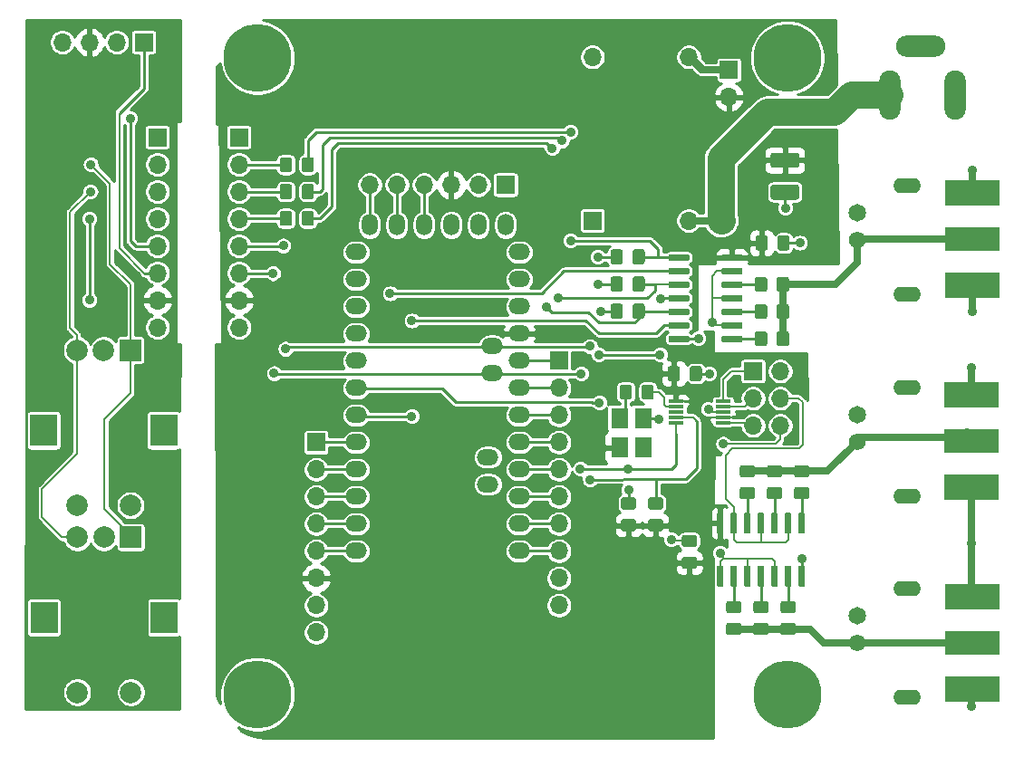
<source format=gbr>
G04 #@! TF.GenerationSoftware,KiCad,Pcbnew,(5.1.5)-3*
G04 #@! TF.CreationDate,2021-03-10T18:00:24-05:00*
G04 #@! TF.ProjectId,VFO-003,56464f2d-3030-4332-9e6b-696361645f70,1*
G04 #@! TF.SameCoordinates,Original*
G04 #@! TF.FileFunction,Copper,L1,Top*
G04 #@! TF.FilePolarity,Positive*
%FSLAX46Y46*%
G04 Gerber Fmt 4.6, Leading zero omitted, Abs format (unit mm)*
G04 Created by KiCad (PCBNEW (5.1.5)-3) date 2021-03-10 18:00:24*
%MOMM*%
%LPD*%
G04 APERTURE LIST*
%ADD10R,1.650000X1.950000*%
%ADD11O,1.524000X2.000000*%
%ADD12O,2.000000X1.524000*%
%ADD13C,0.150000*%
%ADD14O,1.700000X1.700000*%
%ADD15R,1.700000X1.700000*%
%ADD16C,1.574800*%
%ADD17C,1.651000*%
%ADD18O,2.600000X1.400000*%
%ADD19C,2.000000*%
%ADD20R,2.500000X3.000000*%
%ADD21R,2.000000X2.000000*%
%ADD22O,4.600000X2.000000*%
%ADD23O,2.000000X4.600000*%
%ADD24R,1.400000X0.300000*%
%ADD25C,6.350000*%
%ADD26R,5.080000X2.413000*%
%ADD27R,5.080000X2.286000*%
%ADD28C,0.889000*%
%ADD29C,0.635000*%
%ADD30C,0.254000*%
%ADD31C,0.152400*%
%ADD32C,2.540000*%
G04 APERTURE END LIST*
D10*
X154516000Y-68939000D03*
X154516000Y-66189000D03*
X152316000Y-66189000D03*
X152316000Y-68939000D03*
D11*
X128981200Y-48133000D03*
X131521200Y-48133000D03*
X134061200Y-48133000D03*
X136601200Y-48133000D03*
X139141200Y-48133000D03*
X141681200Y-48133000D03*
D12*
X127711200Y-50673000D03*
X127711200Y-53213000D03*
X127711200Y-55753000D03*
X127711200Y-58293000D03*
X127711200Y-60833000D03*
X127711200Y-63373000D03*
X127711200Y-65913000D03*
X127711200Y-68453000D03*
X127711200Y-70993000D03*
X127711200Y-73533000D03*
X127711200Y-76073000D03*
X127711200Y-78613000D03*
X142951200Y-50673000D03*
X142951200Y-53213000D03*
X142951200Y-55753000D03*
X142951200Y-58293000D03*
X142951200Y-60833000D03*
X142951200Y-63373000D03*
X142951200Y-65913000D03*
X142951200Y-68453000D03*
X142951200Y-70993000D03*
X142951200Y-73533000D03*
X142951200Y-76073000D03*
X142951200Y-78613000D03*
X140411200Y-59436000D03*
X140411200Y-61976000D03*
X140030200Y-69850000D03*
X140030200Y-72390000D03*
G04 #@! TA.AperFunction,SMDPad,CuDef*
D13*
G36*
X155298505Y-63055204D02*
G01*
X155322773Y-63058804D01*
X155346572Y-63064765D01*
X155369671Y-63073030D01*
X155391850Y-63083520D01*
X155412893Y-63096132D01*
X155432599Y-63110747D01*
X155450777Y-63127223D01*
X155467253Y-63145401D01*
X155481868Y-63165107D01*
X155494480Y-63186150D01*
X155504970Y-63208329D01*
X155513235Y-63231428D01*
X155519196Y-63255227D01*
X155522796Y-63279495D01*
X155524000Y-63303999D01*
X155524000Y-64204001D01*
X155522796Y-64228505D01*
X155519196Y-64252773D01*
X155513235Y-64276572D01*
X155504970Y-64299671D01*
X155494480Y-64321850D01*
X155481868Y-64342893D01*
X155467253Y-64362599D01*
X155450777Y-64380777D01*
X155432599Y-64397253D01*
X155412893Y-64411868D01*
X155391850Y-64424480D01*
X155369671Y-64434970D01*
X155346572Y-64443235D01*
X155322773Y-64449196D01*
X155298505Y-64452796D01*
X155274001Y-64454000D01*
X154623999Y-64454000D01*
X154599495Y-64452796D01*
X154575227Y-64449196D01*
X154551428Y-64443235D01*
X154528329Y-64434970D01*
X154506150Y-64424480D01*
X154485107Y-64411868D01*
X154465401Y-64397253D01*
X154447223Y-64380777D01*
X154430747Y-64362599D01*
X154416132Y-64342893D01*
X154403520Y-64321850D01*
X154393030Y-64299671D01*
X154384765Y-64276572D01*
X154378804Y-64252773D01*
X154375204Y-64228505D01*
X154374000Y-64204001D01*
X154374000Y-63303999D01*
X154375204Y-63279495D01*
X154378804Y-63255227D01*
X154384765Y-63231428D01*
X154393030Y-63208329D01*
X154403520Y-63186150D01*
X154416132Y-63165107D01*
X154430747Y-63145401D01*
X154447223Y-63127223D01*
X154465401Y-63110747D01*
X154485107Y-63096132D01*
X154506150Y-63083520D01*
X154528329Y-63073030D01*
X154551428Y-63064765D01*
X154575227Y-63058804D01*
X154599495Y-63055204D01*
X154623999Y-63054000D01*
X155274001Y-63054000D01*
X155298505Y-63055204D01*
G37*
G04 #@! TD.AperFunction*
G04 #@! TA.AperFunction,SMDPad,CuDef*
G36*
X153248505Y-63055204D02*
G01*
X153272773Y-63058804D01*
X153296572Y-63064765D01*
X153319671Y-63073030D01*
X153341850Y-63083520D01*
X153362893Y-63096132D01*
X153382599Y-63110747D01*
X153400777Y-63127223D01*
X153417253Y-63145401D01*
X153431868Y-63165107D01*
X153444480Y-63186150D01*
X153454970Y-63208329D01*
X153463235Y-63231428D01*
X153469196Y-63255227D01*
X153472796Y-63279495D01*
X153474000Y-63303999D01*
X153474000Y-64204001D01*
X153472796Y-64228505D01*
X153469196Y-64252773D01*
X153463235Y-64276572D01*
X153454970Y-64299671D01*
X153444480Y-64321850D01*
X153431868Y-64342893D01*
X153417253Y-64362599D01*
X153400777Y-64380777D01*
X153382599Y-64397253D01*
X153362893Y-64411868D01*
X153341850Y-64424480D01*
X153319671Y-64434970D01*
X153296572Y-64443235D01*
X153272773Y-64449196D01*
X153248505Y-64452796D01*
X153224001Y-64454000D01*
X152573999Y-64454000D01*
X152549495Y-64452796D01*
X152525227Y-64449196D01*
X152501428Y-64443235D01*
X152478329Y-64434970D01*
X152456150Y-64424480D01*
X152435107Y-64411868D01*
X152415401Y-64397253D01*
X152397223Y-64380777D01*
X152380747Y-64362599D01*
X152366132Y-64342893D01*
X152353520Y-64321850D01*
X152343030Y-64299671D01*
X152334765Y-64276572D01*
X152328804Y-64252773D01*
X152325204Y-64228505D01*
X152324000Y-64204001D01*
X152324000Y-63303999D01*
X152325204Y-63279495D01*
X152328804Y-63255227D01*
X152334765Y-63231428D01*
X152343030Y-63208329D01*
X152353520Y-63186150D01*
X152366132Y-63165107D01*
X152380747Y-63145401D01*
X152397223Y-63127223D01*
X152415401Y-63110747D01*
X152435107Y-63096132D01*
X152456150Y-63083520D01*
X152478329Y-63073030D01*
X152501428Y-63064765D01*
X152525227Y-63058804D01*
X152549495Y-63055204D01*
X152573999Y-63054000D01*
X153224001Y-63054000D01*
X153248505Y-63055204D01*
G37*
G04 #@! TD.AperFunction*
D14*
X128981200Y-44373800D03*
X131521200Y-44373800D03*
X134061200Y-44373800D03*
X136601200Y-44373800D03*
X139141200Y-44373800D03*
D15*
X141681200Y-44373800D03*
D16*
X174500000Y-87200000D03*
D17*
X174500000Y-84660000D03*
D18*
X179180000Y-82120000D03*
X179180000Y-92280000D03*
D16*
X174500000Y-68400000D03*
D17*
X174500000Y-65860000D03*
D18*
X179180000Y-63320000D03*
X179180000Y-73480000D03*
D16*
X174545000Y-49500000D03*
D17*
X174545000Y-46960000D03*
D18*
X179225000Y-44420000D03*
X179225000Y-54580000D03*
D14*
X158789400Y-32420000D03*
X158789400Y-47720000D03*
X149789400Y-32420000D03*
D15*
X149789400Y-47720000D03*
D14*
X100250000Y-31040000D03*
X102790000Y-31040000D03*
X105330000Y-31040000D03*
D15*
X107870000Y-31040000D03*
D19*
X101625400Y-74343600D03*
X106625400Y-74343600D03*
D20*
X98525400Y-67343600D03*
X109725400Y-67343600D03*
D19*
X101625400Y-59843600D03*
X104125400Y-59843600D03*
D21*
X106625400Y-59843600D03*
D14*
X109140000Y-57710000D03*
X109140000Y-55170000D03*
X109140000Y-52630000D03*
X109140000Y-50090000D03*
X109140000Y-47550000D03*
X109140000Y-45010000D03*
X109140000Y-42470000D03*
D15*
X109140000Y-39930000D03*
D14*
X116760000Y-57710000D03*
X116760000Y-55170000D03*
X116760000Y-52630000D03*
X116760000Y-50090000D03*
X116760000Y-47550000D03*
X116760000Y-45010000D03*
X116760000Y-42470000D03*
D15*
X116760000Y-39930000D03*
D22*
X180442000Y-31400000D03*
D23*
X177542000Y-36000000D03*
X183642000Y-36000000D03*
G04 #@! TA.AperFunction,SMDPad,CuDef*
D13*
G36*
X165886505Y-58073204D02*
G01*
X165910773Y-58076804D01*
X165934572Y-58082765D01*
X165957671Y-58091030D01*
X165979850Y-58101520D01*
X166000893Y-58114132D01*
X166020599Y-58128747D01*
X166038777Y-58145223D01*
X166055253Y-58163401D01*
X166069868Y-58183107D01*
X166082480Y-58204150D01*
X166092970Y-58226329D01*
X166101235Y-58249428D01*
X166107196Y-58273227D01*
X166110796Y-58297495D01*
X166112000Y-58321999D01*
X166112000Y-59222001D01*
X166110796Y-59246505D01*
X166107196Y-59270773D01*
X166101235Y-59294572D01*
X166092970Y-59317671D01*
X166082480Y-59339850D01*
X166069868Y-59360893D01*
X166055253Y-59380599D01*
X166038777Y-59398777D01*
X166020599Y-59415253D01*
X166000893Y-59429868D01*
X165979850Y-59442480D01*
X165957671Y-59452970D01*
X165934572Y-59461235D01*
X165910773Y-59467196D01*
X165886505Y-59470796D01*
X165862001Y-59472000D01*
X165211999Y-59472000D01*
X165187495Y-59470796D01*
X165163227Y-59467196D01*
X165139428Y-59461235D01*
X165116329Y-59452970D01*
X165094150Y-59442480D01*
X165073107Y-59429868D01*
X165053401Y-59415253D01*
X165035223Y-59398777D01*
X165018747Y-59380599D01*
X165004132Y-59360893D01*
X164991520Y-59339850D01*
X164981030Y-59317671D01*
X164972765Y-59294572D01*
X164966804Y-59270773D01*
X164963204Y-59246505D01*
X164962000Y-59222001D01*
X164962000Y-58321999D01*
X164963204Y-58297495D01*
X164966804Y-58273227D01*
X164972765Y-58249428D01*
X164981030Y-58226329D01*
X164991520Y-58204150D01*
X165004132Y-58183107D01*
X165018747Y-58163401D01*
X165035223Y-58145223D01*
X165053401Y-58128747D01*
X165073107Y-58114132D01*
X165094150Y-58101520D01*
X165116329Y-58091030D01*
X165139428Y-58082765D01*
X165163227Y-58076804D01*
X165187495Y-58073204D01*
X165211999Y-58072000D01*
X165862001Y-58072000D01*
X165886505Y-58073204D01*
G37*
G04 #@! TD.AperFunction*
G04 #@! TA.AperFunction,SMDPad,CuDef*
G36*
X167936505Y-58073204D02*
G01*
X167960773Y-58076804D01*
X167984572Y-58082765D01*
X168007671Y-58091030D01*
X168029850Y-58101520D01*
X168050893Y-58114132D01*
X168070599Y-58128747D01*
X168088777Y-58145223D01*
X168105253Y-58163401D01*
X168119868Y-58183107D01*
X168132480Y-58204150D01*
X168142970Y-58226329D01*
X168151235Y-58249428D01*
X168157196Y-58273227D01*
X168160796Y-58297495D01*
X168162000Y-58321999D01*
X168162000Y-59222001D01*
X168160796Y-59246505D01*
X168157196Y-59270773D01*
X168151235Y-59294572D01*
X168142970Y-59317671D01*
X168132480Y-59339850D01*
X168119868Y-59360893D01*
X168105253Y-59380599D01*
X168088777Y-59398777D01*
X168070599Y-59415253D01*
X168050893Y-59429868D01*
X168029850Y-59442480D01*
X168007671Y-59452970D01*
X167984572Y-59461235D01*
X167960773Y-59467196D01*
X167936505Y-59470796D01*
X167912001Y-59472000D01*
X167261999Y-59472000D01*
X167237495Y-59470796D01*
X167213227Y-59467196D01*
X167189428Y-59461235D01*
X167166329Y-59452970D01*
X167144150Y-59442480D01*
X167123107Y-59429868D01*
X167103401Y-59415253D01*
X167085223Y-59398777D01*
X167068747Y-59380599D01*
X167054132Y-59360893D01*
X167041520Y-59339850D01*
X167031030Y-59317671D01*
X167022765Y-59294572D01*
X167016804Y-59270773D01*
X167013204Y-59246505D01*
X167012000Y-59222001D01*
X167012000Y-58321999D01*
X167013204Y-58297495D01*
X167016804Y-58273227D01*
X167022765Y-58249428D01*
X167031030Y-58226329D01*
X167041520Y-58204150D01*
X167054132Y-58183107D01*
X167068747Y-58163401D01*
X167085223Y-58145223D01*
X167103401Y-58128747D01*
X167123107Y-58114132D01*
X167144150Y-58101520D01*
X167166329Y-58091030D01*
X167189428Y-58082765D01*
X167213227Y-58076804D01*
X167237495Y-58073204D01*
X167261999Y-58072000D01*
X167912001Y-58072000D01*
X167936505Y-58073204D01*
G37*
G04 #@! TD.AperFunction*
G04 #@! TA.AperFunction,SMDPad,CuDef*
G36*
X165886505Y-55533204D02*
G01*
X165910773Y-55536804D01*
X165934572Y-55542765D01*
X165957671Y-55551030D01*
X165979850Y-55561520D01*
X166000893Y-55574132D01*
X166020599Y-55588747D01*
X166038777Y-55605223D01*
X166055253Y-55623401D01*
X166069868Y-55643107D01*
X166082480Y-55664150D01*
X166092970Y-55686329D01*
X166101235Y-55709428D01*
X166107196Y-55733227D01*
X166110796Y-55757495D01*
X166112000Y-55781999D01*
X166112000Y-56682001D01*
X166110796Y-56706505D01*
X166107196Y-56730773D01*
X166101235Y-56754572D01*
X166092970Y-56777671D01*
X166082480Y-56799850D01*
X166069868Y-56820893D01*
X166055253Y-56840599D01*
X166038777Y-56858777D01*
X166020599Y-56875253D01*
X166000893Y-56889868D01*
X165979850Y-56902480D01*
X165957671Y-56912970D01*
X165934572Y-56921235D01*
X165910773Y-56927196D01*
X165886505Y-56930796D01*
X165862001Y-56932000D01*
X165211999Y-56932000D01*
X165187495Y-56930796D01*
X165163227Y-56927196D01*
X165139428Y-56921235D01*
X165116329Y-56912970D01*
X165094150Y-56902480D01*
X165073107Y-56889868D01*
X165053401Y-56875253D01*
X165035223Y-56858777D01*
X165018747Y-56840599D01*
X165004132Y-56820893D01*
X164991520Y-56799850D01*
X164981030Y-56777671D01*
X164972765Y-56754572D01*
X164966804Y-56730773D01*
X164963204Y-56706505D01*
X164962000Y-56682001D01*
X164962000Y-55781999D01*
X164963204Y-55757495D01*
X164966804Y-55733227D01*
X164972765Y-55709428D01*
X164981030Y-55686329D01*
X164991520Y-55664150D01*
X165004132Y-55643107D01*
X165018747Y-55623401D01*
X165035223Y-55605223D01*
X165053401Y-55588747D01*
X165073107Y-55574132D01*
X165094150Y-55561520D01*
X165116329Y-55551030D01*
X165139428Y-55542765D01*
X165163227Y-55536804D01*
X165187495Y-55533204D01*
X165211999Y-55532000D01*
X165862001Y-55532000D01*
X165886505Y-55533204D01*
G37*
G04 #@! TD.AperFunction*
G04 #@! TA.AperFunction,SMDPad,CuDef*
G36*
X167936505Y-55533204D02*
G01*
X167960773Y-55536804D01*
X167984572Y-55542765D01*
X168007671Y-55551030D01*
X168029850Y-55561520D01*
X168050893Y-55574132D01*
X168070599Y-55588747D01*
X168088777Y-55605223D01*
X168105253Y-55623401D01*
X168119868Y-55643107D01*
X168132480Y-55664150D01*
X168142970Y-55686329D01*
X168151235Y-55709428D01*
X168157196Y-55733227D01*
X168160796Y-55757495D01*
X168162000Y-55781999D01*
X168162000Y-56682001D01*
X168160796Y-56706505D01*
X168157196Y-56730773D01*
X168151235Y-56754572D01*
X168142970Y-56777671D01*
X168132480Y-56799850D01*
X168119868Y-56820893D01*
X168105253Y-56840599D01*
X168088777Y-56858777D01*
X168070599Y-56875253D01*
X168050893Y-56889868D01*
X168029850Y-56902480D01*
X168007671Y-56912970D01*
X167984572Y-56921235D01*
X167960773Y-56927196D01*
X167936505Y-56930796D01*
X167912001Y-56932000D01*
X167261999Y-56932000D01*
X167237495Y-56930796D01*
X167213227Y-56927196D01*
X167189428Y-56921235D01*
X167166329Y-56912970D01*
X167144150Y-56902480D01*
X167123107Y-56889868D01*
X167103401Y-56875253D01*
X167085223Y-56858777D01*
X167068747Y-56840599D01*
X167054132Y-56820893D01*
X167041520Y-56799850D01*
X167031030Y-56777671D01*
X167022765Y-56754572D01*
X167016804Y-56730773D01*
X167013204Y-56706505D01*
X167012000Y-56682001D01*
X167012000Y-55781999D01*
X167013204Y-55757495D01*
X167016804Y-55733227D01*
X167022765Y-55709428D01*
X167031030Y-55686329D01*
X167041520Y-55664150D01*
X167054132Y-55643107D01*
X167068747Y-55623401D01*
X167085223Y-55605223D01*
X167103401Y-55588747D01*
X167123107Y-55574132D01*
X167144150Y-55561520D01*
X167166329Y-55551030D01*
X167189428Y-55542765D01*
X167213227Y-55536804D01*
X167237495Y-55533204D01*
X167261999Y-55532000D01*
X167912001Y-55532000D01*
X167936505Y-55533204D01*
G37*
G04 #@! TD.AperFunction*
G04 #@! TA.AperFunction,SMDPad,CuDef*
G36*
X167272505Y-72631204D02*
G01*
X167296773Y-72634804D01*
X167320572Y-72640765D01*
X167343671Y-72649030D01*
X167365850Y-72659520D01*
X167386893Y-72672132D01*
X167406599Y-72686747D01*
X167424777Y-72703223D01*
X167441253Y-72721401D01*
X167455868Y-72741107D01*
X167468480Y-72762150D01*
X167478970Y-72784329D01*
X167487235Y-72807428D01*
X167493196Y-72831227D01*
X167496796Y-72855495D01*
X167498000Y-72879999D01*
X167498000Y-73530001D01*
X167496796Y-73554505D01*
X167493196Y-73578773D01*
X167487235Y-73602572D01*
X167478970Y-73625671D01*
X167468480Y-73647850D01*
X167455868Y-73668893D01*
X167441253Y-73688599D01*
X167424777Y-73706777D01*
X167406599Y-73723253D01*
X167386893Y-73737868D01*
X167365850Y-73750480D01*
X167343671Y-73760970D01*
X167320572Y-73769235D01*
X167296773Y-73775196D01*
X167272505Y-73778796D01*
X167248001Y-73780000D01*
X166347999Y-73780000D01*
X166323495Y-73778796D01*
X166299227Y-73775196D01*
X166275428Y-73769235D01*
X166252329Y-73760970D01*
X166230150Y-73750480D01*
X166209107Y-73737868D01*
X166189401Y-73723253D01*
X166171223Y-73706777D01*
X166154747Y-73688599D01*
X166140132Y-73668893D01*
X166127520Y-73647850D01*
X166117030Y-73625671D01*
X166108765Y-73602572D01*
X166102804Y-73578773D01*
X166099204Y-73554505D01*
X166098000Y-73530001D01*
X166098000Y-72879999D01*
X166099204Y-72855495D01*
X166102804Y-72831227D01*
X166108765Y-72807428D01*
X166117030Y-72784329D01*
X166127520Y-72762150D01*
X166140132Y-72741107D01*
X166154747Y-72721401D01*
X166171223Y-72703223D01*
X166189401Y-72686747D01*
X166209107Y-72672132D01*
X166230150Y-72659520D01*
X166252329Y-72649030D01*
X166275428Y-72640765D01*
X166299227Y-72634804D01*
X166323495Y-72631204D01*
X166347999Y-72630000D01*
X167248001Y-72630000D01*
X167272505Y-72631204D01*
G37*
G04 #@! TD.AperFunction*
G04 #@! TA.AperFunction,SMDPad,CuDef*
G36*
X167272505Y-70581204D02*
G01*
X167296773Y-70584804D01*
X167320572Y-70590765D01*
X167343671Y-70599030D01*
X167365850Y-70609520D01*
X167386893Y-70622132D01*
X167406599Y-70636747D01*
X167424777Y-70653223D01*
X167441253Y-70671401D01*
X167455868Y-70691107D01*
X167468480Y-70712150D01*
X167478970Y-70734329D01*
X167487235Y-70757428D01*
X167493196Y-70781227D01*
X167496796Y-70805495D01*
X167498000Y-70829999D01*
X167498000Y-71480001D01*
X167496796Y-71504505D01*
X167493196Y-71528773D01*
X167487235Y-71552572D01*
X167478970Y-71575671D01*
X167468480Y-71597850D01*
X167455868Y-71618893D01*
X167441253Y-71638599D01*
X167424777Y-71656777D01*
X167406599Y-71673253D01*
X167386893Y-71687868D01*
X167365850Y-71700480D01*
X167343671Y-71710970D01*
X167320572Y-71719235D01*
X167296773Y-71725196D01*
X167272505Y-71728796D01*
X167248001Y-71730000D01*
X166347999Y-71730000D01*
X166323495Y-71728796D01*
X166299227Y-71725196D01*
X166275428Y-71719235D01*
X166252329Y-71710970D01*
X166230150Y-71700480D01*
X166209107Y-71687868D01*
X166189401Y-71673253D01*
X166171223Y-71656777D01*
X166154747Y-71638599D01*
X166140132Y-71618893D01*
X166127520Y-71597850D01*
X166117030Y-71575671D01*
X166108765Y-71552572D01*
X166102804Y-71528773D01*
X166099204Y-71504505D01*
X166098000Y-71480001D01*
X166098000Y-70829999D01*
X166099204Y-70805495D01*
X166102804Y-70781227D01*
X166108765Y-70757428D01*
X166117030Y-70734329D01*
X166127520Y-70712150D01*
X166140132Y-70691107D01*
X166154747Y-70671401D01*
X166171223Y-70653223D01*
X166189401Y-70636747D01*
X166209107Y-70622132D01*
X166230150Y-70609520D01*
X166252329Y-70599030D01*
X166275428Y-70590765D01*
X166299227Y-70584804D01*
X166323495Y-70581204D01*
X166347999Y-70580000D01*
X167248001Y-70580000D01*
X167272505Y-70581204D01*
G37*
G04 #@! TD.AperFunction*
G04 #@! TA.AperFunction,SMDPad,CuDef*
G36*
X164732505Y-72631204D02*
G01*
X164756773Y-72634804D01*
X164780572Y-72640765D01*
X164803671Y-72649030D01*
X164825850Y-72659520D01*
X164846893Y-72672132D01*
X164866599Y-72686747D01*
X164884777Y-72703223D01*
X164901253Y-72721401D01*
X164915868Y-72741107D01*
X164928480Y-72762150D01*
X164938970Y-72784329D01*
X164947235Y-72807428D01*
X164953196Y-72831227D01*
X164956796Y-72855495D01*
X164958000Y-72879999D01*
X164958000Y-73530001D01*
X164956796Y-73554505D01*
X164953196Y-73578773D01*
X164947235Y-73602572D01*
X164938970Y-73625671D01*
X164928480Y-73647850D01*
X164915868Y-73668893D01*
X164901253Y-73688599D01*
X164884777Y-73706777D01*
X164866599Y-73723253D01*
X164846893Y-73737868D01*
X164825850Y-73750480D01*
X164803671Y-73760970D01*
X164780572Y-73769235D01*
X164756773Y-73775196D01*
X164732505Y-73778796D01*
X164708001Y-73780000D01*
X163807999Y-73780000D01*
X163783495Y-73778796D01*
X163759227Y-73775196D01*
X163735428Y-73769235D01*
X163712329Y-73760970D01*
X163690150Y-73750480D01*
X163669107Y-73737868D01*
X163649401Y-73723253D01*
X163631223Y-73706777D01*
X163614747Y-73688599D01*
X163600132Y-73668893D01*
X163587520Y-73647850D01*
X163577030Y-73625671D01*
X163568765Y-73602572D01*
X163562804Y-73578773D01*
X163559204Y-73554505D01*
X163558000Y-73530001D01*
X163558000Y-72879999D01*
X163559204Y-72855495D01*
X163562804Y-72831227D01*
X163568765Y-72807428D01*
X163577030Y-72784329D01*
X163587520Y-72762150D01*
X163600132Y-72741107D01*
X163614747Y-72721401D01*
X163631223Y-72703223D01*
X163649401Y-72686747D01*
X163669107Y-72672132D01*
X163690150Y-72659520D01*
X163712329Y-72649030D01*
X163735428Y-72640765D01*
X163759227Y-72634804D01*
X163783495Y-72631204D01*
X163807999Y-72630000D01*
X164708001Y-72630000D01*
X164732505Y-72631204D01*
G37*
G04 #@! TD.AperFunction*
G04 #@! TA.AperFunction,SMDPad,CuDef*
G36*
X164732505Y-70581204D02*
G01*
X164756773Y-70584804D01*
X164780572Y-70590765D01*
X164803671Y-70599030D01*
X164825850Y-70609520D01*
X164846893Y-70622132D01*
X164866599Y-70636747D01*
X164884777Y-70653223D01*
X164901253Y-70671401D01*
X164915868Y-70691107D01*
X164928480Y-70712150D01*
X164938970Y-70734329D01*
X164947235Y-70757428D01*
X164953196Y-70781227D01*
X164956796Y-70805495D01*
X164958000Y-70829999D01*
X164958000Y-71480001D01*
X164956796Y-71504505D01*
X164953196Y-71528773D01*
X164947235Y-71552572D01*
X164938970Y-71575671D01*
X164928480Y-71597850D01*
X164915868Y-71618893D01*
X164901253Y-71638599D01*
X164884777Y-71656777D01*
X164866599Y-71673253D01*
X164846893Y-71687868D01*
X164825850Y-71700480D01*
X164803671Y-71710970D01*
X164780572Y-71719235D01*
X164756773Y-71725196D01*
X164732505Y-71728796D01*
X164708001Y-71730000D01*
X163807999Y-71730000D01*
X163783495Y-71728796D01*
X163759227Y-71725196D01*
X163735428Y-71719235D01*
X163712329Y-71710970D01*
X163690150Y-71700480D01*
X163669107Y-71687868D01*
X163649401Y-71673253D01*
X163631223Y-71656777D01*
X163614747Y-71638599D01*
X163600132Y-71618893D01*
X163587520Y-71597850D01*
X163577030Y-71575671D01*
X163568765Y-71552572D01*
X163562804Y-71528773D01*
X163559204Y-71504505D01*
X163558000Y-71480001D01*
X163558000Y-70829999D01*
X163559204Y-70805495D01*
X163562804Y-70781227D01*
X163568765Y-70757428D01*
X163577030Y-70734329D01*
X163587520Y-70712150D01*
X163600132Y-70691107D01*
X163614747Y-70671401D01*
X163631223Y-70653223D01*
X163649401Y-70636747D01*
X163669107Y-70622132D01*
X163690150Y-70609520D01*
X163712329Y-70599030D01*
X163735428Y-70590765D01*
X163759227Y-70584804D01*
X163783495Y-70581204D01*
X163807999Y-70580000D01*
X164708001Y-70580000D01*
X164732505Y-70581204D01*
G37*
G04 #@! TD.AperFunction*
G04 #@! TA.AperFunction,SMDPad,CuDef*
G36*
X169812505Y-72631204D02*
G01*
X169836773Y-72634804D01*
X169860572Y-72640765D01*
X169883671Y-72649030D01*
X169905850Y-72659520D01*
X169926893Y-72672132D01*
X169946599Y-72686747D01*
X169964777Y-72703223D01*
X169981253Y-72721401D01*
X169995868Y-72741107D01*
X170008480Y-72762150D01*
X170018970Y-72784329D01*
X170027235Y-72807428D01*
X170033196Y-72831227D01*
X170036796Y-72855495D01*
X170038000Y-72879999D01*
X170038000Y-73530001D01*
X170036796Y-73554505D01*
X170033196Y-73578773D01*
X170027235Y-73602572D01*
X170018970Y-73625671D01*
X170008480Y-73647850D01*
X169995868Y-73668893D01*
X169981253Y-73688599D01*
X169964777Y-73706777D01*
X169946599Y-73723253D01*
X169926893Y-73737868D01*
X169905850Y-73750480D01*
X169883671Y-73760970D01*
X169860572Y-73769235D01*
X169836773Y-73775196D01*
X169812505Y-73778796D01*
X169788001Y-73780000D01*
X168887999Y-73780000D01*
X168863495Y-73778796D01*
X168839227Y-73775196D01*
X168815428Y-73769235D01*
X168792329Y-73760970D01*
X168770150Y-73750480D01*
X168749107Y-73737868D01*
X168729401Y-73723253D01*
X168711223Y-73706777D01*
X168694747Y-73688599D01*
X168680132Y-73668893D01*
X168667520Y-73647850D01*
X168657030Y-73625671D01*
X168648765Y-73602572D01*
X168642804Y-73578773D01*
X168639204Y-73554505D01*
X168638000Y-73530001D01*
X168638000Y-72879999D01*
X168639204Y-72855495D01*
X168642804Y-72831227D01*
X168648765Y-72807428D01*
X168657030Y-72784329D01*
X168667520Y-72762150D01*
X168680132Y-72741107D01*
X168694747Y-72721401D01*
X168711223Y-72703223D01*
X168729401Y-72686747D01*
X168749107Y-72672132D01*
X168770150Y-72659520D01*
X168792329Y-72649030D01*
X168815428Y-72640765D01*
X168839227Y-72634804D01*
X168863495Y-72631204D01*
X168887999Y-72630000D01*
X169788001Y-72630000D01*
X169812505Y-72631204D01*
G37*
G04 #@! TD.AperFunction*
G04 #@! TA.AperFunction,SMDPad,CuDef*
G36*
X169812505Y-70581204D02*
G01*
X169836773Y-70584804D01*
X169860572Y-70590765D01*
X169883671Y-70599030D01*
X169905850Y-70609520D01*
X169926893Y-70622132D01*
X169946599Y-70636747D01*
X169964777Y-70653223D01*
X169981253Y-70671401D01*
X169995868Y-70691107D01*
X170008480Y-70712150D01*
X170018970Y-70734329D01*
X170027235Y-70757428D01*
X170033196Y-70781227D01*
X170036796Y-70805495D01*
X170038000Y-70829999D01*
X170038000Y-71480001D01*
X170036796Y-71504505D01*
X170033196Y-71528773D01*
X170027235Y-71552572D01*
X170018970Y-71575671D01*
X170008480Y-71597850D01*
X169995868Y-71618893D01*
X169981253Y-71638599D01*
X169964777Y-71656777D01*
X169946599Y-71673253D01*
X169926893Y-71687868D01*
X169905850Y-71700480D01*
X169883671Y-71710970D01*
X169860572Y-71719235D01*
X169836773Y-71725196D01*
X169812505Y-71728796D01*
X169788001Y-71730000D01*
X168887999Y-71730000D01*
X168863495Y-71728796D01*
X168839227Y-71725196D01*
X168815428Y-71719235D01*
X168792329Y-71710970D01*
X168770150Y-71700480D01*
X168749107Y-71687868D01*
X168729401Y-71673253D01*
X168711223Y-71656777D01*
X168694747Y-71638599D01*
X168680132Y-71618893D01*
X168667520Y-71597850D01*
X168657030Y-71575671D01*
X168648765Y-71552572D01*
X168642804Y-71528773D01*
X168639204Y-71504505D01*
X168638000Y-71480001D01*
X168638000Y-70829999D01*
X168639204Y-70805495D01*
X168642804Y-70781227D01*
X168648765Y-70757428D01*
X168657030Y-70734329D01*
X168667520Y-70712150D01*
X168680132Y-70691107D01*
X168694747Y-70671401D01*
X168711223Y-70653223D01*
X168729401Y-70636747D01*
X168749107Y-70622132D01*
X168770150Y-70609520D01*
X168792329Y-70599030D01*
X168815428Y-70590765D01*
X168839227Y-70584804D01*
X168863495Y-70581204D01*
X168887999Y-70580000D01*
X169788001Y-70580000D01*
X169812505Y-70581204D01*
G37*
G04 #@! TD.AperFunction*
G04 #@! TA.AperFunction,SMDPad,CuDef*
G36*
X163462505Y-83281204D02*
G01*
X163486773Y-83284804D01*
X163510572Y-83290765D01*
X163533671Y-83299030D01*
X163555850Y-83309520D01*
X163576893Y-83322132D01*
X163596599Y-83336747D01*
X163614777Y-83353223D01*
X163631253Y-83371401D01*
X163645868Y-83391107D01*
X163658480Y-83412150D01*
X163668970Y-83434329D01*
X163677235Y-83457428D01*
X163683196Y-83481227D01*
X163686796Y-83505495D01*
X163688000Y-83529999D01*
X163688000Y-84180001D01*
X163686796Y-84204505D01*
X163683196Y-84228773D01*
X163677235Y-84252572D01*
X163668970Y-84275671D01*
X163658480Y-84297850D01*
X163645868Y-84318893D01*
X163631253Y-84338599D01*
X163614777Y-84356777D01*
X163596599Y-84373253D01*
X163576893Y-84387868D01*
X163555850Y-84400480D01*
X163533671Y-84410970D01*
X163510572Y-84419235D01*
X163486773Y-84425196D01*
X163462505Y-84428796D01*
X163438001Y-84430000D01*
X162537999Y-84430000D01*
X162513495Y-84428796D01*
X162489227Y-84425196D01*
X162465428Y-84419235D01*
X162442329Y-84410970D01*
X162420150Y-84400480D01*
X162399107Y-84387868D01*
X162379401Y-84373253D01*
X162361223Y-84356777D01*
X162344747Y-84338599D01*
X162330132Y-84318893D01*
X162317520Y-84297850D01*
X162307030Y-84275671D01*
X162298765Y-84252572D01*
X162292804Y-84228773D01*
X162289204Y-84204505D01*
X162288000Y-84180001D01*
X162288000Y-83529999D01*
X162289204Y-83505495D01*
X162292804Y-83481227D01*
X162298765Y-83457428D01*
X162307030Y-83434329D01*
X162317520Y-83412150D01*
X162330132Y-83391107D01*
X162344747Y-83371401D01*
X162361223Y-83353223D01*
X162379401Y-83336747D01*
X162399107Y-83322132D01*
X162420150Y-83309520D01*
X162442329Y-83299030D01*
X162465428Y-83290765D01*
X162489227Y-83284804D01*
X162513495Y-83281204D01*
X162537999Y-83280000D01*
X163438001Y-83280000D01*
X163462505Y-83281204D01*
G37*
G04 #@! TD.AperFunction*
G04 #@! TA.AperFunction,SMDPad,CuDef*
G36*
X163462505Y-85331204D02*
G01*
X163486773Y-85334804D01*
X163510572Y-85340765D01*
X163533671Y-85349030D01*
X163555850Y-85359520D01*
X163576893Y-85372132D01*
X163596599Y-85386747D01*
X163614777Y-85403223D01*
X163631253Y-85421401D01*
X163645868Y-85441107D01*
X163658480Y-85462150D01*
X163668970Y-85484329D01*
X163677235Y-85507428D01*
X163683196Y-85531227D01*
X163686796Y-85555495D01*
X163688000Y-85579999D01*
X163688000Y-86230001D01*
X163686796Y-86254505D01*
X163683196Y-86278773D01*
X163677235Y-86302572D01*
X163668970Y-86325671D01*
X163658480Y-86347850D01*
X163645868Y-86368893D01*
X163631253Y-86388599D01*
X163614777Y-86406777D01*
X163596599Y-86423253D01*
X163576893Y-86437868D01*
X163555850Y-86450480D01*
X163533671Y-86460970D01*
X163510572Y-86469235D01*
X163486773Y-86475196D01*
X163462505Y-86478796D01*
X163438001Y-86480000D01*
X162537999Y-86480000D01*
X162513495Y-86478796D01*
X162489227Y-86475196D01*
X162465428Y-86469235D01*
X162442329Y-86460970D01*
X162420150Y-86450480D01*
X162399107Y-86437868D01*
X162379401Y-86423253D01*
X162361223Y-86406777D01*
X162344747Y-86388599D01*
X162330132Y-86368893D01*
X162317520Y-86347850D01*
X162307030Y-86325671D01*
X162298765Y-86302572D01*
X162292804Y-86278773D01*
X162289204Y-86254505D01*
X162288000Y-86230001D01*
X162288000Y-85579999D01*
X162289204Y-85555495D01*
X162292804Y-85531227D01*
X162298765Y-85507428D01*
X162307030Y-85484329D01*
X162317520Y-85462150D01*
X162330132Y-85441107D01*
X162344747Y-85421401D01*
X162361223Y-85403223D01*
X162379401Y-85386747D01*
X162399107Y-85372132D01*
X162420150Y-85359520D01*
X162442329Y-85349030D01*
X162465428Y-85340765D01*
X162489227Y-85334804D01*
X162513495Y-85331204D01*
X162537999Y-85330000D01*
X163438001Y-85330000D01*
X163462505Y-85331204D01*
G37*
G04 #@! TD.AperFunction*
G04 #@! TA.AperFunction,SMDPad,CuDef*
G36*
X153636505Y-73585204D02*
G01*
X153660773Y-73588804D01*
X153684572Y-73594765D01*
X153707671Y-73603030D01*
X153729850Y-73613520D01*
X153750893Y-73626132D01*
X153770599Y-73640747D01*
X153788777Y-73657223D01*
X153805253Y-73675401D01*
X153819868Y-73695107D01*
X153832480Y-73716150D01*
X153842970Y-73738329D01*
X153851235Y-73761428D01*
X153857196Y-73785227D01*
X153860796Y-73809495D01*
X153862000Y-73833999D01*
X153862000Y-74484001D01*
X153860796Y-74508505D01*
X153857196Y-74532773D01*
X153851235Y-74556572D01*
X153842970Y-74579671D01*
X153832480Y-74601850D01*
X153819868Y-74622893D01*
X153805253Y-74642599D01*
X153788777Y-74660777D01*
X153770599Y-74677253D01*
X153750893Y-74691868D01*
X153729850Y-74704480D01*
X153707671Y-74714970D01*
X153684572Y-74723235D01*
X153660773Y-74729196D01*
X153636505Y-74732796D01*
X153612001Y-74734000D01*
X152711999Y-74734000D01*
X152687495Y-74732796D01*
X152663227Y-74729196D01*
X152639428Y-74723235D01*
X152616329Y-74714970D01*
X152594150Y-74704480D01*
X152573107Y-74691868D01*
X152553401Y-74677253D01*
X152535223Y-74660777D01*
X152518747Y-74642599D01*
X152504132Y-74622893D01*
X152491520Y-74601850D01*
X152481030Y-74579671D01*
X152472765Y-74556572D01*
X152466804Y-74532773D01*
X152463204Y-74508505D01*
X152462000Y-74484001D01*
X152462000Y-73833999D01*
X152463204Y-73809495D01*
X152466804Y-73785227D01*
X152472765Y-73761428D01*
X152481030Y-73738329D01*
X152491520Y-73716150D01*
X152504132Y-73695107D01*
X152518747Y-73675401D01*
X152535223Y-73657223D01*
X152553401Y-73640747D01*
X152573107Y-73626132D01*
X152594150Y-73613520D01*
X152616329Y-73603030D01*
X152639428Y-73594765D01*
X152663227Y-73588804D01*
X152687495Y-73585204D01*
X152711999Y-73584000D01*
X153612001Y-73584000D01*
X153636505Y-73585204D01*
G37*
G04 #@! TD.AperFunction*
G04 #@! TA.AperFunction,SMDPad,CuDef*
G36*
X153636505Y-75635204D02*
G01*
X153660773Y-75638804D01*
X153684572Y-75644765D01*
X153707671Y-75653030D01*
X153729850Y-75663520D01*
X153750893Y-75676132D01*
X153770599Y-75690747D01*
X153788777Y-75707223D01*
X153805253Y-75725401D01*
X153819868Y-75745107D01*
X153832480Y-75766150D01*
X153842970Y-75788329D01*
X153851235Y-75811428D01*
X153857196Y-75835227D01*
X153860796Y-75859495D01*
X153862000Y-75883999D01*
X153862000Y-76534001D01*
X153860796Y-76558505D01*
X153857196Y-76582773D01*
X153851235Y-76606572D01*
X153842970Y-76629671D01*
X153832480Y-76651850D01*
X153819868Y-76672893D01*
X153805253Y-76692599D01*
X153788777Y-76710777D01*
X153770599Y-76727253D01*
X153750893Y-76741868D01*
X153729850Y-76754480D01*
X153707671Y-76764970D01*
X153684572Y-76773235D01*
X153660773Y-76779196D01*
X153636505Y-76782796D01*
X153612001Y-76784000D01*
X152711999Y-76784000D01*
X152687495Y-76782796D01*
X152663227Y-76779196D01*
X152639428Y-76773235D01*
X152616329Y-76764970D01*
X152594150Y-76754480D01*
X152573107Y-76741868D01*
X152553401Y-76727253D01*
X152535223Y-76710777D01*
X152518747Y-76692599D01*
X152504132Y-76672893D01*
X152491520Y-76651850D01*
X152481030Y-76629671D01*
X152472765Y-76606572D01*
X152466804Y-76582773D01*
X152463204Y-76558505D01*
X152462000Y-76534001D01*
X152462000Y-75883999D01*
X152463204Y-75859495D01*
X152466804Y-75835227D01*
X152472765Y-75811428D01*
X152481030Y-75788329D01*
X152491520Y-75766150D01*
X152504132Y-75745107D01*
X152518747Y-75725401D01*
X152535223Y-75707223D01*
X152553401Y-75690747D01*
X152573107Y-75676132D01*
X152594150Y-75663520D01*
X152616329Y-75653030D01*
X152639428Y-75644765D01*
X152663227Y-75638804D01*
X152687495Y-75635204D01*
X152711999Y-75634000D01*
X153612001Y-75634000D01*
X153636505Y-75635204D01*
G37*
G04 #@! TD.AperFunction*
G04 #@! TA.AperFunction,SMDPad,CuDef*
G36*
X156176505Y-73585204D02*
G01*
X156200773Y-73588804D01*
X156224572Y-73594765D01*
X156247671Y-73603030D01*
X156269850Y-73613520D01*
X156290893Y-73626132D01*
X156310599Y-73640747D01*
X156328777Y-73657223D01*
X156345253Y-73675401D01*
X156359868Y-73695107D01*
X156372480Y-73716150D01*
X156382970Y-73738329D01*
X156391235Y-73761428D01*
X156397196Y-73785227D01*
X156400796Y-73809495D01*
X156402000Y-73833999D01*
X156402000Y-74484001D01*
X156400796Y-74508505D01*
X156397196Y-74532773D01*
X156391235Y-74556572D01*
X156382970Y-74579671D01*
X156372480Y-74601850D01*
X156359868Y-74622893D01*
X156345253Y-74642599D01*
X156328777Y-74660777D01*
X156310599Y-74677253D01*
X156290893Y-74691868D01*
X156269850Y-74704480D01*
X156247671Y-74714970D01*
X156224572Y-74723235D01*
X156200773Y-74729196D01*
X156176505Y-74732796D01*
X156152001Y-74734000D01*
X155251999Y-74734000D01*
X155227495Y-74732796D01*
X155203227Y-74729196D01*
X155179428Y-74723235D01*
X155156329Y-74714970D01*
X155134150Y-74704480D01*
X155113107Y-74691868D01*
X155093401Y-74677253D01*
X155075223Y-74660777D01*
X155058747Y-74642599D01*
X155044132Y-74622893D01*
X155031520Y-74601850D01*
X155021030Y-74579671D01*
X155012765Y-74556572D01*
X155006804Y-74532773D01*
X155003204Y-74508505D01*
X155002000Y-74484001D01*
X155002000Y-73833999D01*
X155003204Y-73809495D01*
X155006804Y-73785227D01*
X155012765Y-73761428D01*
X155021030Y-73738329D01*
X155031520Y-73716150D01*
X155044132Y-73695107D01*
X155058747Y-73675401D01*
X155075223Y-73657223D01*
X155093401Y-73640747D01*
X155113107Y-73626132D01*
X155134150Y-73613520D01*
X155156329Y-73603030D01*
X155179428Y-73594765D01*
X155203227Y-73588804D01*
X155227495Y-73585204D01*
X155251999Y-73584000D01*
X156152001Y-73584000D01*
X156176505Y-73585204D01*
G37*
G04 #@! TD.AperFunction*
G04 #@! TA.AperFunction,SMDPad,CuDef*
G36*
X156176505Y-75635204D02*
G01*
X156200773Y-75638804D01*
X156224572Y-75644765D01*
X156247671Y-75653030D01*
X156269850Y-75663520D01*
X156290893Y-75676132D01*
X156310599Y-75690747D01*
X156328777Y-75707223D01*
X156345253Y-75725401D01*
X156359868Y-75745107D01*
X156372480Y-75766150D01*
X156382970Y-75788329D01*
X156391235Y-75811428D01*
X156397196Y-75835227D01*
X156400796Y-75859495D01*
X156402000Y-75883999D01*
X156402000Y-76534001D01*
X156400796Y-76558505D01*
X156397196Y-76582773D01*
X156391235Y-76606572D01*
X156382970Y-76629671D01*
X156372480Y-76651850D01*
X156359868Y-76672893D01*
X156345253Y-76692599D01*
X156328777Y-76710777D01*
X156310599Y-76727253D01*
X156290893Y-76741868D01*
X156269850Y-76754480D01*
X156247671Y-76764970D01*
X156224572Y-76773235D01*
X156200773Y-76779196D01*
X156176505Y-76782796D01*
X156152001Y-76784000D01*
X155251999Y-76784000D01*
X155227495Y-76782796D01*
X155203227Y-76779196D01*
X155179428Y-76773235D01*
X155156329Y-76764970D01*
X155134150Y-76754480D01*
X155113107Y-76741868D01*
X155093401Y-76727253D01*
X155075223Y-76710777D01*
X155058747Y-76692599D01*
X155044132Y-76672893D01*
X155031520Y-76651850D01*
X155021030Y-76629671D01*
X155012765Y-76606572D01*
X155006804Y-76582773D01*
X155003204Y-76558505D01*
X155002000Y-76534001D01*
X155002000Y-75883999D01*
X155003204Y-75859495D01*
X155006804Y-75835227D01*
X155012765Y-75811428D01*
X155021030Y-75788329D01*
X155031520Y-75766150D01*
X155044132Y-75745107D01*
X155058747Y-75725401D01*
X155075223Y-75707223D01*
X155093401Y-75690747D01*
X155113107Y-75676132D01*
X155134150Y-75663520D01*
X155156329Y-75653030D01*
X155179428Y-75644765D01*
X155203227Y-75638804D01*
X155227495Y-75635204D01*
X155251999Y-75634000D01*
X156152001Y-75634000D01*
X156176505Y-75635204D01*
G37*
G04 #@! TD.AperFunction*
G04 #@! TA.AperFunction,SMDPad,CuDef*
G36*
X165886505Y-52993204D02*
G01*
X165910773Y-52996804D01*
X165934572Y-53002765D01*
X165957671Y-53011030D01*
X165979850Y-53021520D01*
X166000893Y-53034132D01*
X166020599Y-53048747D01*
X166038777Y-53065223D01*
X166055253Y-53083401D01*
X166069868Y-53103107D01*
X166082480Y-53124150D01*
X166092970Y-53146329D01*
X166101235Y-53169428D01*
X166107196Y-53193227D01*
X166110796Y-53217495D01*
X166112000Y-53241999D01*
X166112000Y-54142001D01*
X166110796Y-54166505D01*
X166107196Y-54190773D01*
X166101235Y-54214572D01*
X166092970Y-54237671D01*
X166082480Y-54259850D01*
X166069868Y-54280893D01*
X166055253Y-54300599D01*
X166038777Y-54318777D01*
X166020599Y-54335253D01*
X166000893Y-54349868D01*
X165979850Y-54362480D01*
X165957671Y-54372970D01*
X165934572Y-54381235D01*
X165910773Y-54387196D01*
X165886505Y-54390796D01*
X165862001Y-54392000D01*
X165211999Y-54392000D01*
X165187495Y-54390796D01*
X165163227Y-54387196D01*
X165139428Y-54381235D01*
X165116329Y-54372970D01*
X165094150Y-54362480D01*
X165073107Y-54349868D01*
X165053401Y-54335253D01*
X165035223Y-54318777D01*
X165018747Y-54300599D01*
X165004132Y-54280893D01*
X164991520Y-54259850D01*
X164981030Y-54237671D01*
X164972765Y-54214572D01*
X164966804Y-54190773D01*
X164963204Y-54166505D01*
X164962000Y-54142001D01*
X164962000Y-53241999D01*
X164963204Y-53217495D01*
X164966804Y-53193227D01*
X164972765Y-53169428D01*
X164981030Y-53146329D01*
X164991520Y-53124150D01*
X165004132Y-53103107D01*
X165018747Y-53083401D01*
X165035223Y-53065223D01*
X165053401Y-53048747D01*
X165073107Y-53034132D01*
X165094150Y-53021520D01*
X165116329Y-53011030D01*
X165139428Y-53002765D01*
X165163227Y-52996804D01*
X165187495Y-52993204D01*
X165211999Y-52992000D01*
X165862001Y-52992000D01*
X165886505Y-52993204D01*
G37*
G04 #@! TD.AperFunction*
G04 #@! TA.AperFunction,SMDPad,CuDef*
G36*
X167936505Y-52993204D02*
G01*
X167960773Y-52996804D01*
X167984572Y-53002765D01*
X168007671Y-53011030D01*
X168029850Y-53021520D01*
X168050893Y-53034132D01*
X168070599Y-53048747D01*
X168088777Y-53065223D01*
X168105253Y-53083401D01*
X168119868Y-53103107D01*
X168132480Y-53124150D01*
X168142970Y-53146329D01*
X168151235Y-53169428D01*
X168157196Y-53193227D01*
X168160796Y-53217495D01*
X168162000Y-53241999D01*
X168162000Y-54142001D01*
X168160796Y-54166505D01*
X168157196Y-54190773D01*
X168151235Y-54214572D01*
X168142970Y-54237671D01*
X168132480Y-54259850D01*
X168119868Y-54280893D01*
X168105253Y-54300599D01*
X168088777Y-54318777D01*
X168070599Y-54335253D01*
X168050893Y-54349868D01*
X168029850Y-54362480D01*
X168007671Y-54372970D01*
X167984572Y-54381235D01*
X167960773Y-54387196D01*
X167936505Y-54390796D01*
X167912001Y-54392000D01*
X167261999Y-54392000D01*
X167237495Y-54390796D01*
X167213227Y-54387196D01*
X167189428Y-54381235D01*
X167166329Y-54372970D01*
X167144150Y-54362480D01*
X167123107Y-54349868D01*
X167103401Y-54335253D01*
X167085223Y-54318777D01*
X167068747Y-54300599D01*
X167054132Y-54280893D01*
X167041520Y-54259850D01*
X167031030Y-54237671D01*
X167022765Y-54214572D01*
X167016804Y-54190773D01*
X167013204Y-54166505D01*
X167012000Y-54142001D01*
X167012000Y-53241999D01*
X167013204Y-53217495D01*
X167016804Y-53193227D01*
X167022765Y-53169428D01*
X167031030Y-53146329D01*
X167041520Y-53124150D01*
X167054132Y-53103107D01*
X167068747Y-53083401D01*
X167085223Y-53065223D01*
X167103401Y-53048747D01*
X167123107Y-53034132D01*
X167144150Y-53021520D01*
X167166329Y-53011030D01*
X167189428Y-53002765D01*
X167213227Y-52996804D01*
X167237495Y-52993204D01*
X167261999Y-52992000D01*
X167912001Y-52992000D01*
X167936505Y-52993204D01*
G37*
G04 #@! TD.AperFunction*
G04 #@! TA.AperFunction,SMDPad,CuDef*
G36*
X166002505Y-83281204D02*
G01*
X166026773Y-83284804D01*
X166050572Y-83290765D01*
X166073671Y-83299030D01*
X166095850Y-83309520D01*
X166116893Y-83322132D01*
X166136599Y-83336747D01*
X166154777Y-83353223D01*
X166171253Y-83371401D01*
X166185868Y-83391107D01*
X166198480Y-83412150D01*
X166208970Y-83434329D01*
X166217235Y-83457428D01*
X166223196Y-83481227D01*
X166226796Y-83505495D01*
X166228000Y-83529999D01*
X166228000Y-84180001D01*
X166226796Y-84204505D01*
X166223196Y-84228773D01*
X166217235Y-84252572D01*
X166208970Y-84275671D01*
X166198480Y-84297850D01*
X166185868Y-84318893D01*
X166171253Y-84338599D01*
X166154777Y-84356777D01*
X166136599Y-84373253D01*
X166116893Y-84387868D01*
X166095850Y-84400480D01*
X166073671Y-84410970D01*
X166050572Y-84419235D01*
X166026773Y-84425196D01*
X166002505Y-84428796D01*
X165978001Y-84430000D01*
X165077999Y-84430000D01*
X165053495Y-84428796D01*
X165029227Y-84425196D01*
X165005428Y-84419235D01*
X164982329Y-84410970D01*
X164960150Y-84400480D01*
X164939107Y-84387868D01*
X164919401Y-84373253D01*
X164901223Y-84356777D01*
X164884747Y-84338599D01*
X164870132Y-84318893D01*
X164857520Y-84297850D01*
X164847030Y-84275671D01*
X164838765Y-84252572D01*
X164832804Y-84228773D01*
X164829204Y-84204505D01*
X164828000Y-84180001D01*
X164828000Y-83529999D01*
X164829204Y-83505495D01*
X164832804Y-83481227D01*
X164838765Y-83457428D01*
X164847030Y-83434329D01*
X164857520Y-83412150D01*
X164870132Y-83391107D01*
X164884747Y-83371401D01*
X164901223Y-83353223D01*
X164919401Y-83336747D01*
X164939107Y-83322132D01*
X164960150Y-83309520D01*
X164982329Y-83299030D01*
X165005428Y-83290765D01*
X165029227Y-83284804D01*
X165053495Y-83281204D01*
X165077999Y-83280000D01*
X165978001Y-83280000D01*
X166002505Y-83281204D01*
G37*
G04 #@! TD.AperFunction*
G04 #@! TA.AperFunction,SMDPad,CuDef*
G36*
X166002505Y-85331204D02*
G01*
X166026773Y-85334804D01*
X166050572Y-85340765D01*
X166073671Y-85349030D01*
X166095850Y-85359520D01*
X166116893Y-85372132D01*
X166136599Y-85386747D01*
X166154777Y-85403223D01*
X166171253Y-85421401D01*
X166185868Y-85441107D01*
X166198480Y-85462150D01*
X166208970Y-85484329D01*
X166217235Y-85507428D01*
X166223196Y-85531227D01*
X166226796Y-85555495D01*
X166228000Y-85579999D01*
X166228000Y-86230001D01*
X166226796Y-86254505D01*
X166223196Y-86278773D01*
X166217235Y-86302572D01*
X166208970Y-86325671D01*
X166198480Y-86347850D01*
X166185868Y-86368893D01*
X166171253Y-86388599D01*
X166154777Y-86406777D01*
X166136599Y-86423253D01*
X166116893Y-86437868D01*
X166095850Y-86450480D01*
X166073671Y-86460970D01*
X166050572Y-86469235D01*
X166026773Y-86475196D01*
X166002505Y-86478796D01*
X165978001Y-86480000D01*
X165077999Y-86480000D01*
X165053495Y-86478796D01*
X165029227Y-86475196D01*
X165005428Y-86469235D01*
X164982329Y-86460970D01*
X164960150Y-86450480D01*
X164939107Y-86437868D01*
X164919401Y-86423253D01*
X164901223Y-86406777D01*
X164884747Y-86388599D01*
X164870132Y-86368893D01*
X164857520Y-86347850D01*
X164847030Y-86325671D01*
X164838765Y-86302572D01*
X164832804Y-86278773D01*
X164829204Y-86254505D01*
X164828000Y-86230001D01*
X164828000Y-85579999D01*
X164829204Y-85555495D01*
X164832804Y-85531227D01*
X164838765Y-85507428D01*
X164847030Y-85484329D01*
X164857520Y-85462150D01*
X164870132Y-85441107D01*
X164884747Y-85421401D01*
X164901223Y-85403223D01*
X164919401Y-85386747D01*
X164939107Y-85372132D01*
X164960150Y-85359520D01*
X164982329Y-85349030D01*
X165005428Y-85340765D01*
X165029227Y-85334804D01*
X165053495Y-85331204D01*
X165077999Y-85330000D01*
X165978001Y-85330000D01*
X166002505Y-85331204D01*
G37*
G04 #@! TD.AperFunction*
G04 #@! TA.AperFunction,SMDPad,CuDef*
G36*
X168542505Y-83281204D02*
G01*
X168566773Y-83284804D01*
X168590572Y-83290765D01*
X168613671Y-83299030D01*
X168635850Y-83309520D01*
X168656893Y-83322132D01*
X168676599Y-83336747D01*
X168694777Y-83353223D01*
X168711253Y-83371401D01*
X168725868Y-83391107D01*
X168738480Y-83412150D01*
X168748970Y-83434329D01*
X168757235Y-83457428D01*
X168763196Y-83481227D01*
X168766796Y-83505495D01*
X168768000Y-83529999D01*
X168768000Y-84180001D01*
X168766796Y-84204505D01*
X168763196Y-84228773D01*
X168757235Y-84252572D01*
X168748970Y-84275671D01*
X168738480Y-84297850D01*
X168725868Y-84318893D01*
X168711253Y-84338599D01*
X168694777Y-84356777D01*
X168676599Y-84373253D01*
X168656893Y-84387868D01*
X168635850Y-84400480D01*
X168613671Y-84410970D01*
X168590572Y-84419235D01*
X168566773Y-84425196D01*
X168542505Y-84428796D01*
X168518001Y-84430000D01*
X167617999Y-84430000D01*
X167593495Y-84428796D01*
X167569227Y-84425196D01*
X167545428Y-84419235D01*
X167522329Y-84410970D01*
X167500150Y-84400480D01*
X167479107Y-84387868D01*
X167459401Y-84373253D01*
X167441223Y-84356777D01*
X167424747Y-84338599D01*
X167410132Y-84318893D01*
X167397520Y-84297850D01*
X167387030Y-84275671D01*
X167378765Y-84252572D01*
X167372804Y-84228773D01*
X167369204Y-84204505D01*
X167368000Y-84180001D01*
X167368000Y-83529999D01*
X167369204Y-83505495D01*
X167372804Y-83481227D01*
X167378765Y-83457428D01*
X167387030Y-83434329D01*
X167397520Y-83412150D01*
X167410132Y-83391107D01*
X167424747Y-83371401D01*
X167441223Y-83353223D01*
X167459401Y-83336747D01*
X167479107Y-83322132D01*
X167500150Y-83309520D01*
X167522329Y-83299030D01*
X167545428Y-83290765D01*
X167569227Y-83284804D01*
X167593495Y-83281204D01*
X167617999Y-83280000D01*
X168518001Y-83280000D01*
X168542505Y-83281204D01*
G37*
G04 #@! TD.AperFunction*
G04 #@! TA.AperFunction,SMDPad,CuDef*
G36*
X168542505Y-85331204D02*
G01*
X168566773Y-85334804D01*
X168590572Y-85340765D01*
X168613671Y-85349030D01*
X168635850Y-85359520D01*
X168656893Y-85372132D01*
X168676599Y-85386747D01*
X168694777Y-85403223D01*
X168711253Y-85421401D01*
X168725868Y-85441107D01*
X168738480Y-85462150D01*
X168748970Y-85484329D01*
X168757235Y-85507428D01*
X168763196Y-85531227D01*
X168766796Y-85555495D01*
X168768000Y-85579999D01*
X168768000Y-86230001D01*
X168766796Y-86254505D01*
X168763196Y-86278773D01*
X168757235Y-86302572D01*
X168748970Y-86325671D01*
X168738480Y-86347850D01*
X168725868Y-86368893D01*
X168711253Y-86388599D01*
X168694777Y-86406777D01*
X168676599Y-86423253D01*
X168656893Y-86437868D01*
X168635850Y-86450480D01*
X168613671Y-86460970D01*
X168590572Y-86469235D01*
X168566773Y-86475196D01*
X168542505Y-86478796D01*
X168518001Y-86480000D01*
X167617999Y-86480000D01*
X167593495Y-86478796D01*
X167569227Y-86475196D01*
X167545428Y-86469235D01*
X167522329Y-86460970D01*
X167500150Y-86450480D01*
X167479107Y-86437868D01*
X167459401Y-86423253D01*
X167441223Y-86406777D01*
X167424747Y-86388599D01*
X167410132Y-86368893D01*
X167397520Y-86347850D01*
X167387030Y-86325671D01*
X167378765Y-86302572D01*
X167372804Y-86278773D01*
X167369204Y-86254505D01*
X167368000Y-86230001D01*
X167368000Y-85579999D01*
X167369204Y-85555495D01*
X167372804Y-85531227D01*
X167378765Y-85507428D01*
X167387030Y-85484329D01*
X167397520Y-85462150D01*
X167410132Y-85441107D01*
X167424747Y-85421401D01*
X167441223Y-85403223D01*
X167459401Y-85386747D01*
X167479107Y-85372132D01*
X167500150Y-85359520D01*
X167522329Y-85349030D01*
X167545428Y-85340765D01*
X167569227Y-85334804D01*
X167593495Y-85331204D01*
X167617999Y-85330000D01*
X168518001Y-85330000D01*
X168542505Y-85331204D01*
G37*
G04 #@! TD.AperFunction*
D21*
X106650800Y-77344200D03*
D19*
X104150800Y-77344200D03*
X101650800Y-77344200D03*
D20*
X109750800Y-84844200D03*
X98550800Y-84844200D03*
D19*
X106650800Y-91844200D03*
X101650800Y-91844200D03*
D24*
X162000000Y-64600000D03*
X162000000Y-65100000D03*
X162000000Y-65600000D03*
X162000000Y-66100000D03*
X162000000Y-66600000D03*
X157600000Y-66600000D03*
X157600000Y-66100000D03*
X157600000Y-65600000D03*
X157600000Y-65100000D03*
X157600000Y-64600000D03*
G04 #@! TA.AperFunction,SMDPad,CuDef*
D13*
G36*
X163656703Y-50882722D02*
G01*
X163671264Y-50884882D01*
X163685543Y-50888459D01*
X163699403Y-50893418D01*
X163712710Y-50899712D01*
X163725336Y-50907280D01*
X163737159Y-50916048D01*
X163748066Y-50925934D01*
X163757952Y-50936841D01*
X163766720Y-50948664D01*
X163774288Y-50961290D01*
X163780582Y-50974597D01*
X163785541Y-50988457D01*
X163789118Y-51002736D01*
X163791278Y-51017297D01*
X163792000Y-51032000D01*
X163792000Y-51332000D01*
X163791278Y-51346703D01*
X163789118Y-51361264D01*
X163785541Y-51375543D01*
X163780582Y-51389403D01*
X163774288Y-51402710D01*
X163766720Y-51415336D01*
X163757952Y-51427159D01*
X163748066Y-51438066D01*
X163737159Y-51447952D01*
X163725336Y-51456720D01*
X163712710Y-51464288D01*
X163699403Y-51470582D01*
X163685543Y-51475541D01*
X163671264Y-51479118D01*
X163656703Y-51481278D01*
X163642000Y-51482000D01*
X161992000Y-51482000D01*
X161977297Y-51481278D01*
X161962736Y-51479118D01*
X161948457Y-51475541D01*
X161934597Y-51470582D01*
X161921290Y-51464288D01*
X161908664Y-51456720D01*
X161896841Y-51447952D01*
X161885934Y-51438066D01*
X161876048Y-51427159D01*
X161867280Y-51415336D01*
X161859712Y-51402710D01*
X161853418Y-51389403D01*
X161848459Y-51375543D01*
X161844882Y-51361264D01*
X161842722Y-51346703D01*
X161842000Y-51332000D01*
X161842000Y-51032000D01*
X161842722Y-51017297D01*
X161844882Y-51002736D01*
X161848459Y-50988457D01*
X161853418Y-50974597D01*
X161859712Y-50961290D01*
X161867280Y-50948664D01*
X161876048Y-50936841D01*
X161885934Y-50925934D01*
X161896841Y-50916048D01*
X161908664Y-50907280D01*
X161921290Y-50899712D01*
X161934597Y-50893418D01*
X161948457Y-50888459D01*
X161962736Y-50884882D01*
X161977297Y-50882722D01*
X161992000Y-50882000D01*
X163642000Y-50882000D01*
X163656703Y-50882722D01*
G37*
G04 #@! TD.AperFunction*
G04 #@! TA.AperFunction,SMDPad,CuDef*
G36*
X163656703Y-52152722D02*
G01*
X163671264Y-52154882D01*
X163685543Y-52158459D01*
X163699403Y-52163418D01*
X163712710Y-52169712D01*
X163725336Y-52177280D01*
X163737159Y-52186048D01*
X163748066Y-52195934D01*
X163757952Y-52206841D01*
X163766720Y-52218664D01*
X163774288Y-52231290D01*
X163780582Y-52244597D01*
X163785541Y-52258457D01*
X163789118Y-52272736D01*
X163791278Y-52287297D01*
X163792000Y-52302000D01*
X163792000Y-52602000D01*
X163791278Y-52616703D01*
X163789118Y-52631264D01*
X163785541Y-52645543D01*
X163780582Y-52659403D01*
X163774288Y-52672710D01*
X163766720Y-52685336D01*
X163757952Y-52697159D01*
X163748066Y-52708066D01*
X163737159Y-52717952D01*
X163725336Y-52726720D01*
X163712710Y-52734288D01*
X163699403Y-52740582D01*
X163685543Y-52745541D01*
X163671264Y-52749118D01*
X163656703Y-52751278D01*
X163642000Y-52752000D01*
X161992000Y-52752000D01*
X161977297Y-52751278D01*
X161962736Y-52749118D01*
X161948457Y-52745541D01*
X161934597Y-52740582D01*
X161921290Y-52734288D01*
X161908664Y-52726720D01*
X161896841Y-52717952D01*
X161885934Y-52708066D01*
X161876048Y-52697159D01*
X161867280Y-52685336D01*
X161859712Y-52672710D01*
X161853418Y-52659403D01*
X161848459Y-52645543D01*
X161844882Y-52631264D01*
X161842722Y-52616703D01*
X161842000Y-52602000D01*
X161842000Y-52302000D01*
X161842722Y-52287297D01*
X161844882Y-52272736D01*
X161848459Y-52258457D01*
X161853418Y-52244597D01*
X161859712Y-52231290D01*
X161867280Y-52218664D01*
X161876048Y-52206841D01*
X161885934Y-52195934D01*
X161896841Y-52186048D01*
X161908664Y-52177280D01*
X161921290Y-52169712D01*
X161934597Y-52163418D01*
X161948457Y-52158459D01*
X161962736Y-52154882D01*
X161977297Y-52152722D01*
X161992000Y-52152000D01*
X163642000Y-52152000D01*
X163656703Y-52152722D01*
G37*
G04 #@! TD.AperFunction*
G04 #@! TA.AperFunction,SMDPad,CuDef*
G36*
X163656703Y-53422722D02*
G01*
X163671264Y-53424882D01*
X163685543Y-53428459D01*
X163699403Y-53433418D01*
X163712710Y-53439712D01*
X163725336Y-53447280D01*
X163737159Y-53456048D01*
X163748066Y-53465934D01*
X163757952Y-53476841D01*
X163766720Y-53488664D01*
X163774288Y-53501290D01*
X163780582Y-53514597D01*
X163785541Y-53528457D01*
X163789118Y-53542736D01*
X163791278Y-53557297D01*
X163792000Y-53572000D01*
X163792000Y-53872000D01*
X163791278Y-53886703D01*
X163789118Y-53901264D01*
X163785541Y-53915543D01*
X163780582Y-53929403D01*
X163774288Y-53942710D01*
X163766720Y-53955336D01*
X163757952Y-53967159D01*
X163748066Y-53978066D01*
X163737159Y-53987952D01*
X163725336Y-53996720D01*
X163712710Y-54004288D01*
X163699403Y-54010582D01*
X163685543Y-54015541D01*
X163671264Y-54019118D01*
X163656703Y-54021278D01*
X163642000Y-54022000D01*
X161992000Y-54022000D01*
X161977297Y-54021278D01*
X161962736Y-54019118D01*
X161948457Y-54015541D01*
X161934597Y-54010582D01*
X161921290Y-54004288D01*
X161908664Y-53996720D01*
X161896841Y-53987952D01*
X161885934Y-53978066D01*
X161876048Y-53967159D01*
X161867280Y-53955336D01*
X161859712Y-53942710D01*
X161853418Y-53929403D01*
X161848459Y-53915543D01*
X161844882Y-53901264D01*
X161842722Y-53886703D01*
X161842000Y-53872000D01*
X161842000Y-53572000D01*
X161842722Y-53557297D01*
X161844882Y-53542736D01*
X161848459Y-53528457D01*
X161853418Y-53514597D01*
X161859712Y-53501290D01*
X161867280Y-53488664D01*
X161876048Y-53476841D01*
X161885934Y-53465934D01*
X161896841Y-53456048D01*
X161908664Y-53447280D01*
X161921290Y-53439712D01*
X161934597Y-53433418D01*
X161948457Y-53428459D01*
X161962736Y-53424882D01*
X161977297Y-53422722D01*
X161992000Y-53422000D01*
X163642000Y-53422000D01*
X163656703Y-53422722D01*
G37*
G04 #@! TD.AperFunction*
G04 #@! TA.AperFunction,SMDPad,CuDef*
G36*
X163656703Y-54692722D02*
G01*
X163671264Y-54694882D01*
X163685543Y-54698459D01*
X163699403Y-54703418D01*
X163712710Y-54709712D01*
X163725336Y-54717280D01*
X163737159Y-54726048D01*
X163748066Y-54735934D01*
X163757952Y-54746841D01*
X163766720Y-54758664D01*
X163774288Y-54771290D01*
X163780582Y-54784597D01*
X163785541Y-54798457D01*
X163789118Y-54812736D01*
X163791278Y-54827297D01*
X163792000Y-54842000D01*
X163792000Y-55142000D01*
X163791278Y-55156703D01*
X163789118Y-55171264D01*
X163785541Y-55185543D01*
X163780582Y-55199403D01*
X163774288Y-55212710D01*
X163766720Y-55225336D01*
X163757952Y-55237159D01*
X163748066Y-55248066D01*
X163737159Y-55257952D01*
X163725336Y-55266720D01*
X163712710Y-55274288D01*
X163699403Y-55280582D01*
X163685543Y-55285541D01*
X163671264Y-55289118D01*
X163656703Y-55291278D01*
X163642000Y-55292000D01*
X161992000Y-55292000D01*
X161977297Y-55291278D01*
X161962736Y-55289118D01*
X161948457Y-55285541D01*
X161934597Y-55280582D01*
X161921290Y-55274288D01*
X161908664Y-55266720D01*
X161896841Y-55257952D01*
X161885934Y-55248066D01*
X161876048Y-55237159D01*
X161867280Y-55225336D01*
X161859712Y-55212710D01*
X161853418Y-55199403D01*
X161848459Y-55185543D01*
X161844882Y-55171264D01*
X161842722Y-55156703D01*
X161842000Y-55142000D01*
X161842000Y-54842000D01*
X161842722Y-54827297D01*
X161844882Y-54812736D01*
X161848459Y-54798457D01*
X161853418Y-54784597D01*
X161859712Y-54771290D01*
X161867280Y-54758664D01*
X161876048Y-54746841D01*
X161885934Y-54735934D01*
X161896841Y-54726048D01*
X161908664Y-54717280D01*
X161921290Y-54709712D01*
X161934597Y-54703418D01*
X161948457Y-54698459D01*
X161962736Y-54694882D01*
X161977297Y-54692722D01*
X161992000Y-54692000D01*
X163642000Y-54692000D01*
X163656703Y-54692722D01*
G37*
G04 #@! TD.AperFunction*
G04 #@! TA.AperFunction,SMDPad,CuDef*
G36*
X163656703Y-55962722D02*
G01*
X163671264Y-55964882D01*
X163685543Y-55968459D01*
X163699403Y-55973418D01*
X163712710Y-55979712D01*
X163725336Y-55987280D01*
X163737159Y-55996048D01*
X163748066Y-56005934D01*
X163757952Y-56016841D01*
X163766720Y-56028664D01*
X163774288Y-56041290D01*
X163780582Y-56054597D01*
X163785541Y-56068457D01*
X163789118Y-56082736D01*
X163791278Y-56097297D01*
X163792000Y-56112000D01*
X163792000Y-56412000D01*
X163791278Y-56426703D01*
X163789118Y-56441264D01*
X163785541Y-56455543D01*
X163780582Y-56469403D01*
X163774288Y-56482710D01*
X163766720Y-56495336D01*
X163757952Y-56507159D01*
X163748066Y-56518066D01*
X163737159Y-56527952D01*
X163725336Y-56536720D01*
X163712710Y-56544288D01*
X163699403Y-56550582D01*
X163685543Y-56555541D01*
X163671264Y-56559118D01*
X163656703Y-56561278D01*
X163642000Y-56562000D01*
X161992000Y-56562000D01*
X161977297Y-56561278D01*
X161962736Y-56559118D01*
X161948457Y-56555541D01*
X161934597Y-56550582D01*
X161921290Y-56544288D01*
X161908664Y-56536720D01*
X161896841Y-56527952D01*
X161885934Y-56518066D01*
X161876048Y-56507159D01*
X161867280Y-56495336D01*
X161859712Y-56482710D01*
X161853418Y-56469403D01*
X161848459Y-56455543D01*
X161844882Y-56441264D01*
X161842722Y-56426703D01*
X161842000Y-56412000D01*
X161842000Y-56112000D01*
X161842722Y-56097297D01*
X161844882Y-56082736D01*
X161848459Y-56068457D01*
X161853418Y-56054597D01*
X161859712Y-56041290D01*
X161867280Y-56028664D01*
X161876048Y-56016841D01*
X161885934Y-56005934D01*
X161896841Y-55996048D01*
X161908664Y-55987280D01*
X161921290Y-55979712D01*
X161934597Y-55973418D01*
X161948457Y-55968459D01*
X161962736Y-55964882D01*
X161977297Y-55962722D01*
X161992000Y-55962000D01*
X163642000Y-55962000D01*
X163656703Y-55962722D01*
G37*
G04 #@! TD.AperFunction*
G04 #@! TA.AperFunction,SMDPad,CuDef*
G36*
X163656703Y-57232722D02*
G01*
X163671264Y-57234882D01*
X163685543Y-57238459D01*
X163699403Y-57243418D01*
X163712710Y-57249712D01*
X163725336Y-57257280D01*
X163737159Y-57266048D01*
X163748066Y-57275934D01*
X163757952Y-57286841D01*
X163766720Y-57298664D01*
X163774288Y-57311290D01*
X163780582Y-57324597D01*
X163785541Y-57338457D01*
X163789118Y-57352736D01*
X163791278Y-57367297D01*
X163792000Y-57382000D01*
X163792000Y-57682000D01*
X163791278Y-57696703D01*
X163789118Y-57711264D01*
X163785541Y-57725543D01*
X163780582Y-57739403D01*
X163774288Y-57752710D01*
X163766720Y-57765336D01*
X163757952Y-57777159D01*
X163748066Y-57788066D01*
X163737159Y-57797952D01*
X163725336Y-57806720D01*
X163712710Y-57814288D01*
X163699403Y-57820582D01*
X163685543Y-57825541D01*
X163671264Y-57829118D01*
X163656703Y-57831278D01*
X163642000Y-57832000D01*
X161992000Y-57832000D01*
X161977297Y-57831278D01*
X161962736Y-57829118D01*
X161948457Y-57825541D01*
X161934597Y-57820582D01*
X161921290Y-57814288D01*
X161908664Y-57806720D01*
X161896841Y-57797952D01*
X161885934Y-57788066D01*
X161876048Y-57777159D01*
X161867280Y-57765336D01*
X161859712Y-57752710D01*
X161853418Y-57739403D01*
X161848459Y-57725543D01*
X161844882Y-57711264D01*
X161842722Y-57696703D01*
X161842000Y-57682000D01*
X161842000Y-57382000D01*
X161842722Y-57367297D01*
X161844882Y-57352736D01*
X161848459Y-57338457D01*
X161853418Y-57324597D01*
X161859712Y-57311290D01*
X161867280Y-57298664D01*
X161876048Y-57286841D01*
X161885934Y-57275934D01*
X161896841Y-57266048D01*
X161908664Y-57257280D01*
X161921290Y-57249712D01*
X161934597Y-57243418D01*
X161948457Y-57238459D01*
X161962736Y-57234882D01*
X161977297Y-57232722D01*
X161992000Y-57232000D01*
X163642000Y-57232000D01*
X163656703Y-57232722D01*
G37*
G04 #@! TD.AperFunction*
G04 #@! TA.AperFunction,SMDPad,CuDef*
G36*
X163656703Y-58502722D02*
G01*
X163671264Y-58504882D01*
X163685543Y-58508459D01*
X163699403Y-58513418D01*
X163712710Y-58519712D01*
X163725336Y-58527280D01*
X163737159Y-58536048D01*
X163748066Y-58545934D01*
X163757952Y-58556841D01*
X163766720Y-58568664D01*
X163774288Y-58581290D01*
X163780582Y-58594597D01*
X163785541Y-58608457D01*
X163789118Y-58622736D01*
X163791278Y-58637297D01*
X163792000Y-58652000D01*
X163792000Y-58952000D01*
X163791278Y-58966703D01*
X163789118Y-58981264D01*
X163785541Y-58995543D01*
X163780582Y-59009403D01*
X163774288Y-59022710D01*
X163766720Y-59035336D01*
X163757952Y-59047159D01*
X163748066Y-59058066D01*
X163737159Y-59067952D01*
X163725336Y-59076720D01*
X163712710Y-59084288D01*
X163699403Y-59090582D01*
X163685543Y-59095541D01*
X163671264Y-59099118D01*
X163656703Y-59101278D01*
X163642000Y-59102000D01*
X161992000Y-59102000D01*
X161977297Y-59101278D01*
X161962736Y-59099118D01*
X161948457Y-59095541D01*
X161934597Y-59090582D01*
X161921290Y-59084288D01*
X161908664Y-59076720D01*
X161896841Y-59067952D01*
X161885934Y-59058066D01*
X161876048Y-59047159D01*
X161867280Y-59035336D01*
X161859712Y-59022710D01*
X161853418Y-59009403D01*
X161848459Y-58995543D01*
X161844882Y-58981264D01*
X161842722Y-58966703D01*
X161842000Y-58952000D01*
X161842000Y-58652000D01*
X161842722Y-58637297D01*
X161844882Y-58622736D01*
X161848459Y-58608457D01*
X161853418Y-58594597D01*
X161859712Y-58581290D01*
X161867280Y-58568664D01*
X161876048Y-58556841D01*
X161885934Y-58545934D01*
X161896841Y-58536048D01*
X161908664Y-58527280D01*
X161921290Y-58519712D01*
X161934597Y-58513418D01*
X161948457Y-58508459D01*
X161962736Y-58504882D01*
X161977297Y-58502722D01*
X161992000Y-58502000D01*
X163642000Y-58502000D01*
X163656703Y-58502722D01*
G37*
G04 #@! TD.AperFunction*
G04 #@! TA.AperFunction,SMDPad,CuDef*
G36*
X158706703Y-58502722D02*
G01*
X158721264Y-58504882D01*
X158735543Y-58508459D01*
X158749403Y-58513418D01*
X158762710Y-58519712D01*
X158775336Y-58527280D01*
X158787159Y-58536048D01*
X158798066Y-58545934D01*
X158807952Y-58556841D01*
X158816720Y-58568664D01*
X158824288Y-58581290D01*
X158830582Y-58594597D01*
X158835541Y-58608457D01*
X158839118Y-58622736D01*
X158841278Y-58637297D01*
X158842000Y-58652000D01*
X158842000Y-58952000D01*
X158841278Y-58966703D01*
X158839118Y-58981264D01*
X158835541Y-58995543D01*
X158830582Y-59009403D01*
X158824288Y-59022710D01*
X158816720Y-59035336D01*
X158807952Y-59047159D01*
X158798066Y-59058066D01*
X158787159Y-59067952D01*
X158775336Y-59076720D01*
X158762710Y-59084288D01*
X158749403Y-59090582D01*
X158735543Y-59095541D01*
X158721264Y-59099118D01*
X158706703Y-59101278D01*
X158692000Y-59102000D01*
X157042000Y-59102000D01*
X157027297Y-59101278D01*
X157012736Y-59099118D01*
X156998457Y-59095541D01*
X156984597Y-59090582D01*
X156971290Y-59084288D01*
X156958664Y-59076720D01*
X156946841Y-59067952D01*
X156935934Y-59058066D01*
X156926048Y-59047159D01*
X156917280Y-59035336D01*
X156909712Y-59022710D01*
X156903418Y-59009403D01*
X156898459Y-58995543D01*
X156894882Y-58981264D01*
X156892722Y-58966703D01*
X156892000Y-58952000D01*
X156892000Y-58652000D01*
X156892722Y-58637297D01*
X156894882Y-58622736D01*
X156898459Y-58608457D01*
X156903418Y-58594597D01*
X156909712Y-58581290D01*
X156917280Y-58568664D01*
X156926048Y-58556841D01*
X156935934Y-58545934D01*
X156946841Y-58536048D01*
X156958664Y-58527280D01*
X156971290Y-58519712D01*
X156984597Y-58513418D01*
X156998457Y-58508459D01*
X157012736Y-58504882D01*
X157027297Y-58502722D01*
X157042000Y-58502000D01*
X158692000Y-58502000D01*
X158706703Y-58502722D01*
G37*
G04 #@! TD.AperFunction*
G04 #@! TA.AperFunction,SMDPad,CuDef*
G36*
X158706703Y-57232722D02*
G01*
X158721264Y-57234882D01*
X158735543Y-57238459D01*
X158749403Y-57243418D01*
X158762710Y-57249712D01*
X158775336Y-57257280D01*
X158787159Y-57266048D01*
X158798066Y-57275934D01*
X158807952Y-57286841D01*
X158816720Y-57298664D01*
X158824288Y-57311290D01*
X158830582Y-57324597D01*
X158835541Y-57338457D01*
X158839118Y-57352736D01*
X158841278Y-57367297D01*
X158842000Y-57382000D01*
X158842000Y-57682000D01*
X158841278Y-57696703D01*
X158839118Y-57711264D01*
X158835541Y-57725543D01*
X158830582Y-57739403D01*
X158824288Y-57752710D01*
X158816720Y-57765336D01*
X158807952Y-57777159D01*
X158798066Y-57788066D01*
X158787159Y-57797952D01*
X158775336Y-57806720D01*
X158762710Y-57814288D01*
X158749403Y-57820582D01*
X158735543Y-57825541D01*
X158721264Y-57829118D01*
X158706703Y-57831278D01*
X158692000Y-57832000D01*
X157042000Y-57832000D01*
X157027297Y-57831278D01*
X157012736Y-57829118D01*
X156998457Y-57825541D01*
X156984597Y-57820582D01*
X156971290Y-57814288D01*
X156958664Y-57806720D01*
X156946841Y-57797952D01*
X156935934Y-57788066D01*
X156926048Y-57777159D01*
X156917280Y-57765336D01*
X156909712Y-57752710D01*
X156903418Y-57739403D01*
X156898459Y-57725543D01*
X156894882Y-57711264D01*
X156892722Y-57696703D01*
X156892000Y-57682000D01*
X156892000Y-57382000D01*
X156892722Y-57367297D01*
X156894882Y-57352736D01*
X156898459Y-57338457D01*
X156903418Y-57324597D01*
X156909712Y-57311290D01*
X156917280Y-57298664D01*
X156926048Y-57286841D01*
X156935934Y-57275934D01*
X156946841Y-57266048D01*
X156958664Y-57257280D01*
X156971290Y-57249712D01*
X156984597Y-57243418D01*
X156998457Y-57238459D01*
X157012736Y-57234882D01*
X157027297Y-57232722D01*
X157042000Y-57232000D01*
X158692000Y-57232000D01*
X158706703Y-57232722D01*
G37*
G04 #@! TD.AperFunction*
G04 #@! TA.AperFunction,SMDPad,CuDef*
G36*
X158706703Y-55962722D02*
G01*
X158721264Y-55964882D01*
X158735543Y-55968459D01*
X158749403Y-55973418D01*
X158762710Y-55979712D01*
X158775336Y-55987280D01*
X158787159Y-55996048D01*
X158798066Y-56005934D01*
X158807952Y-56016841D01*
X158816720Y-56028664D01*
X158824288Y-56041290D01*
X158830582Y-56054597D01*
X158835541Y-56068457D01*
X158839118Y-56082736D01*
X158841278Y-56097297D01*
X158842000Y-56112000D01*
X158842000Y-56412000D01*
X158841278Y-56426703D01*
X158839118Y-56441264D01*
X158835541Y-56455543D01*
X158830582Y-56469403D01*
X158824288Y-56482710D01*
X158816720Y-56495336D01*
X158807952Y-56507159D01*
X158798066Y-56518066D01*
X158787159Y-56527952D01*
X158775336Y-56536720D01*
X158762710Y-56544288D01*
X158749403Y-56550582D01*
X158735543Y-56555541D01*
X158721264Y-56559118D01*
X158706703Y-56561278D01*
X158692000Y-56562000D01*
X157042000Y-56562000D01*
X157027297Y-56561278D01*
X157012736Y-56559118D01*
X156998457Y-56555541D01*
X156984597Y-56550582D01*
X156971290Y-56544288D01*
X156958664Y-56536720D01*
X156946841Y-56527952D01*
X156935934Y-56518066D01*
X156926048Y-56507159D01*
X156917280Y-56495336D01*
X156909712Y-56482710D01*
X156903418Y-56469403D01*
X156898459Y-56455543D01*
X156894882Y-56441264D01*
X156892722Y-56426703D01*
X156892000Y-56412000D01*
X156892000Y-56112000D01*
X156892722Y-56097297D01*
X156894882Y-56082736D01*
X156898459Y-56068457D01*
X156903418Y-56054597D01*
X156909712Y-56041290D01*
X156917280Y-56028664D01*
X156926048Y-56016841D01*
X156935934Y-56005934D01*
X156946841Y-55996048D01*
X156958664Y-55987280D01*
X156971290Y-55979712D01*
X156984597Y-55973418D01*
X156998457Y-55968459D01*
X157012736Y-55964882D01*
X157027297Y-55962722D01*
X157042000Y-55962000D01*
X158692000Y-55962000D01*
X158706703Y-55962722D01*
G37*
G04 #@! TD.AperFunction*
G04 #@! TA.AperFunction,SMDPad,CuDef*
G36*
X158706703Y-54692722D02*
G01*
X158721264Y-54694882D01*
X158735543Y-54698459D01*
X158749403Y-54703418D01*
X158762710Y-54709712D01*
X158775336Y-54717280D01*
X158787159Y-54726048D01*
X158798066Y-54735934D01*
X158807952Y-54746841D01*
X158816720Y-54758664D01*
X158824288Y-54771290D01*
X158830582Y-54784597D01*
X158835541Y-54798457D01*
X158839118Y-54812736D01*
X158841278Y-54827297D01*
X158842000Y-54842000D01*
X158842000Y-55142000D01*
X158841278Y-55156703D01*
X158839118Y-55171264D01*
X158835541Y-55185543D01*
X158830582Y-55199403D01*
X158824288Y-55212710D01*
X158816720Y-55225336D01*
X158807952Y-55237159D01*
X158798066Y-55248066D01*
X158787159Y-55257952D01*
X158775336Y-55266720D01*
X158762710Y-55274288D01*
X158749403Y-55280582D01*
X158735543Y-55285541D01*
X158721264Y-55289118D01*
X158706703Y-55291278D01*
X158692000Y-55292000D01*
X157042000Y-55292000D01*
X157027297Y-55291278D01*
X157012736Y-55289118D01*
X156998457Y-55285541D01*
X156984597Y-55280582D01*
X156971290Y-55274288D01*
X156958664Y-55266720D01*
X156946841Y-55257952D01*
X156935934Y-55248066D01*
X156926048Y-55237159D01*
X156917280Y-55225336D01*
X156909712Y-55212710D01*
X156903418Y-55199403D01*
X156898459Y-55185543D01*
X156894882Y-55171264D01*
X156892722Y-55156703D01*
X156892000Y-55142000D01*
X156892000Y-54842000D01*
X156892722Y-54827297D01*
X156894882Y-54812736D01*
X156898459Y-54798457D01*
X156903418Y-54784597D01*
X156909712Y-54771290D01*
X156917280Y-54758664D01*
X156926048Y-54746841D01*
X156935934Y-54735934D01*
X156946841Y-54726048D01*
X156958664Y-54717280D01*
X156971290Y-54709712D01*
X156984597Y-54703418D01*
X156998457Y-54698459D01*
X157012736Y-54694882D01*
X157027297Y-54692722D01*
X157042000Y-54692000D01*
X158692000Y-54692000D01*
X158706703Y-54692722D01*
G37*
G04 #@! TD.AperFunction*
G04 #@! TA.AperFunction,SMDPad,CuDef*
G36*
X158706703Y-53422722D02*
G01*
X158721264Y-53424882D01*
X158735543Y-53428459D01*
X158749403Y-53433418D01*
X158762710Y-53439712D01*
X158775336Y-53447280D01*
X158787159Y-53456048D01*
X158798066Y-53465934D01*
X158807952Y-53476841D01*
X158816720Y-53488664D01*
X158824288Y-53501290D01*
X158830582Y-53514597D01*
X158835541Y-53528457D01*
X158839118Y-53542736D01*
X158841278Y-53557297D01*
X158842000Y-53572000D01*
X158842000Y-53872000D01*
X158841278Y-53886703D01*
X158839118Y-53901264D01*
X158835541Y-53915543D01*
X158830582Y-53929403D01*
X158824288Y-53942710D01*
X158816720Y-53955336D01*
X158807952Y-53967159D01*
X158798066Y-53978066D01*
X158787159Y-53987952D01*
X158775336Y-53996720D01*
X158762710Y-54004288D01*
X158749403Y-54010582D01*
X158735543Y-54015541D01*
X158721264Y-54019118D01*
X158706703Y-54021278D01*
X158692000Y-54022000D01*
X157042000Y-54022000D01*
X157027297Y-54021278D01*
X157012736Y-54019118D01*
X156998457Y-54015541D01*
X156984597Y-54010582D01*
X156971290Y-54004288D01*
X156958664Y-53996720D01*
X156946841Y-53987952D01*
X156935934Y-53978066D01*
X156926048Y-53967159D01*
X156917280Y-53955336D01*
X156909712Y-53942710D01*
X156903418Y-53929403D01*
X156898459Y-53915543D01*
X156894882Y-53901264D01*
X156892722Y-53886703D01*
X156892000Y-53872000D01*
X156892000Y-53572000D01*
X156892722Y-53557297D01*
X156894882Y-53542736D01*
X156898459Y-53528457D01*
X156903418Y-53514597D01*
X156909712Y-53501290D01*
X156917280Y-53488664D01*
X156926048Y-53476841D01*
X156935934Y-53465934D01*
X156946841Y-53456048D01*
X156958664Y-53447280D01*
X156971290Y-53439712D01*
X156984597Y-53433418D01*
X156998457Y-53428459D01*
X157012736Y-53424882D01*
X157027297Y-53422722D01*
X157042000Y-53422000D01*
X158692000Y-53422000D01*
X158706703Y-53422722D01*
G37*
G04 #@! TD.AperFunction*
G04 #@! TA.AperFunction,SMDPad,CuDef*
G36*
X158706703Y-52152722D02*
G01*
X158721264Y-52154882D01*
X158735543Y-52158459D01*
X158749403Y-52163418D01*
X158762710Y-52169712D01*
X158775336Y-52177280D01*
X158787159Y-52186048D01*
X158798066Y-52195934D01*
X158807952Y-52206841D01*
X158816720Y-52218664D01*
X158824288Y-52231290D01*
X158830582Y-52244597D01*
X158835541Y-52258457D01*
X158839118Y-52272736D01*
X158841278Y-52287297D01*
X158842000Y-52302000D01*
X158842000Y-52602000D01*
X158841278Y-52616703D01*
X158839118Y-52631264D01*
X158835541Y-52645543D01*
X158830582Y-52659403D01*
X158824288Y-52672710D01*
X158816720Y-52685336D01*
X158807952Y-52697159D01*
X158798066Y-52708066D01*
X158787159Y-52717952D01*
X158775336Y-52726720D01*
X158762710Y-52734288D01*
X158749403Y-52740582D01*
X158735543Y-52745541D01*
X158721264Y-52749118D01*
X158706703Y-52751278D01*
X158692000Y-52752000D01*
X157042000Y-52752000D01*
X157027297Y-52751278D01*
X157012736Y-52749118D01*
X156998457Y-52745541D01*
X156984597Y-52740582D01*
X156971290Y-52734288D01*
X156958664Y-52726720D01*
X156946841Y-52717952D01*
X156935934Y-52708066D01*
X156926048Y-52697159D01*
X156917280Y-52685336D01*
X156909712Y-52672710D01*
X156903418Y-52659403D01*
X156898459Y-52645543D01*
X156894882Y-52631264D01*
X156892722Y-52616703D01*
X156892000Y-52602000D01*
X156892000Y-52302000D01*
X156892722Y-52287297D01*
X156894882Y-52272736D01*
X156898459Y-52258457D01*
X156903418Y-52244597D01*
X156909712Y-52231290D01*
X156917280Y-52218664D01*
X156926048Y-52206841D01*
X156935934Y-52195934D01*
X156946841Y-52186048D01*
X156958664Y-52177280D01*
X156971290Y-52169712D01*
X156984597Y-52163418D01*
X156998457Y-52158459D01*
X157012736Y-52154882D01*
X157027297Y-52152722D01*
X157042000Y-52152000D01*
X158692000Y-52152000D01*
X158706703Y-52152722D01*
G37*
G04 #@! TD.AperFunction*
G04 #@! TA.AperFunction,SMDPad,CuDef*
G36*
X158706703Y-50882722D02*
G01*
X158721264Y-50884882D01*
X158735543Y-50888459D01*
X158749403Y-50893418D01*
X158762710Y-50899712D01*
X158775336Y-50907280D01*
X158787159Y-50916048D01*
X158798066Y-50925934D01*
X158807952Y-50936841D01*
X158816720Y-50948664D01*
X158824288Y-50961290D01*
X158830582Y-50974597D01*
X158835541Y-50988457D01*
X158839118Y-51002736D01*
X158841278Y-51017297D01*
X158842000Y-51032000D01*
X158842000Y-51332000D01*
X158841278Y-51346703D01*
X158839118Y-51361264D01*
X158835541Y-51375543D01*
X158830582Y-51389403D01*
X158824288Y-51402710D01*
X158816720Y-51415336D01*
X158807952Y-51427159D01*
X158798066Y-51438066D01*
X158787159Y-51447952D01*
X158775336Y-51456720D01*
X158762710Y-51464288D01*
X158749403Y-51470582D01*
X158735543Y-51475541D01*
X158721264Y-51479118D01*
X158706703Y-51481278D01*
X158692000Y-51482000D01*
X157042000Y-51482000D01*
X157027297Y-51481278D01*
X157012736Y-51479118D01*
X156998457Y-51475541D01*
X156984597Y-51470582D01*
X156971290Y-51464288D01*
X156958664Y-51456720D01*
X156946841Y-51447952D01*
X156935934Y-51438066D01*
X156926048Y-51427159D01*
X156917280Y-51415336D01*
X156909712Y-51402710D01*
X156903418Y-51389403D01*
X156898459Y-51375543D01*
X156894882Y-51361264D01*
X156892722Y-51346703D01*
X156892000Y-51332000D01*
X156892000Y-51032000D01*
X156892722Y-51017297D01*
X156894882Y-51002736D01*
X156898459Y-50988457D01*
X156903418Y-50974597D01*
X156909712Y-50961290D01*
X156917280Y-50948664D01*
X156926048Y-50936841D01*
X156935934Y-50925934D01*
X156946841Y-50916048D01*
X156958664Y-50907280D01*
X156971290Y-50899712D01*
X156984597Y-50893418D01*
X156998457Y-50888459D01*
X157012736Y-50884882D01*
X157027297Y-50882722D01*
X157042000Y-50882000D01*
X158692000Y-50882000D01*
X158706703Y-50882722D01*
G37*
G04 #@! TD.AperFunction*
G04 #@! TA.AperFunction,SMDPad,CuDef*
G36*
X161882703Y-75050722D02*
G01*
X161897264Y-75052882D01*
X161911543Y-75056459D01*
X161925403Y-75061418D01*
X161938710Y-75067712D01*
X161951336Y-75075280D01*
X161963159Y-75084048D01*
X161974066Y-75093934D01*
X161983952Y-75104841D01*
X161992720Y-75116664D01*
X162000288Y-75129290D01*
X162006582Y-75142597D01*
X162011541Y-75156457D01*
X162015118Y-75170736D01*
X162017278Y-75185297D01*
X162018000Y-75200000D01*
X162018000Y-76850000D01*
X162017278Y-76864703D01*
X162015118Y-76879264D01*
X162011541Y-76893543D01*
X162006582Y-76907403D01*
X162000288Y-76920710D01*
X161992720Y-76933336D01*
X161983952Y-76945159D01*
X161974066Y-76956066D01*
X161963159Y-76965952D01*
X161951336Y-76974720D01*
X161938710Y-76982288D01*
X161925403Y-76988582D01*
X161911543Y-76993541D01*
X161897264Y-76997118D01*
X161882703Y-76999278D01*
X161868000Y-77000000D01*
X161568000Y-77000000D01*
X161553297Y-76999278D01*
X161538736Y-76997118D01*
X161524457Y-76993541D01*
X161510597Y-76988582D01*
X161497290Y-76982288D01*
X161484664Y-76974720D01*
X161472841Y-76965952D01*
X161461934Y-76956066D01*
X161452048Y-76945159D01*
X161443280Y-76933336D01*
X161435712Y-76920710D01*
X161429418Y-76907403D01*
X161424459Y-76893543D01*
X161420882Y-76879264D01*
X161418722Y-76864703D01*
X161418000Y-76850000D01*
X161418000Y-75200000D01*
X161418722Y-75185297D01*
X161420882Y-75170736D01*
X161424459Y-75156457D01*
X161429418Y-75142597D01*
X161435712Y-75129290D01*
X161443280Y-75116664D01*
X161452048Y-75104841D01*
X161461934Y-75093934D01*
X161472841Y-75084048D01*
X161484664Y-75075280D01*
X161497290Y-75067712D01*
X161510597Y-75061418D01*
X161524457Y-75056459D01*
X161538736Y-75052882D01*
X161553297Y-75050722D01*
X161568000Y-75050000D01*
X161868000Y-75050000D01*
X161882703Y-75050722D01*
G37*
G04 #@! TD.AperFunction*
G04 #@! TA.AperFunction,SMDPad,CuDef*
G36*
X163152703Y-75050722D02*
G01*
X163167264Y-75052882D01*
X163181543Y-75056459D01*
X163195403Y-75061418D01*
X163208710Y-75067712D01*
X163221336Y-75075280D01*
X163233159Y-75084048D01*
X163244066Y-75093934D01*
X163253952Y-75104841D01*
X163262720Y-75116664D01*
X163270288Y-75129290D01*
X163276582Y-75142597D01*
X163281541Y-75156457D01*
X163285118Y-75170736D01*
X163287278Y-75185297D01*
X163288000Y-75200000D01*
X163288000Y-76850000D01*
X163287278Y-76864703D01*
X163285118Y-76879264D01*
X163281541Y-76893543D01*
X163276582Y-76907403D01*
X163270288Y-76920710D01*
X163262720Y-76933336D01*
X163253952Y-76945159D01*
X163244066Y-76956066D01*
X163233159Y-76965952D01*
X163221336Y-76974720D01*
X163208710Y-76982288D01*
X163195403Y-76988582D01*
X163181543Y-76993541D01*
X163167264Y-76997118D01*
X163152703Y-76999278D01*
X163138000Y-77000000D01*
X162838000Y-77000000D01*
X162823297Y-76999278D01*
X162808736Y-76997118D01*
X162794457Y-76993541D01*
X162780597Y-76988582D01*
X162767290Y-76982288D01*
X162754664Y-76974720D01*
X162742841Y-76965952D01*
X162731934Y-76956066D01*
X162722048Y-76945159D01*
X162713280Y-76933336D01*
X162705712Y-76920710D01*
X162699418Y-76907403D01*
X162694459Y-76893543D01*
X162690882Y-76879264D01*
X162688722Y-76864703D01*
X162688000Y-76850000D01*
X162688000Y-75200000D01*
X162688722Y-75185297D01*
X162690882Y-75170736D01*
X162694459Y-75156457D01*
X162699418Y-75142597D01*
X162705712Y-75129290D01*
X162713280Y-75116664D01*
X162722048Y-75104841D01*
X162731934Y-75093934D01*
X162742841Y-75084048D01*
X162754664Y-75075280D01*
X162767290Y-75067712D01*
X162780597Y-75061418D01*
X162794457Y-75056459D01*
X162808736Y-75052882D01*
X162823297Y-75050722D01*
X162838000Y-75050000D01*
X163138000Y-75050000D01*
X163152703Y-75050722D01*
G37*
G04 #@! TD.AperFunction*
G04 #@! TA.AperFunction,SMDPad,CuDef*
G36*
X164422703Y-75050722D02*
G01*
X164437264Y-75052882D01*
X164451543Y-75056459D01*
X164465403Y-75061418D01*
X164478710Y-75067712D01*
X164491336Y-75075280D01*
X164503159Y-75084048D01*
X164514066Y-75093934D01*
X164523952Y-75104841D01*
X164532720Y-75116664D01*
X164540288Y-75129290D01*
X164546582Y-75142597D01*
X164551541Y-75156457D01*
X164555118Y-75170736D01*
X164557278Y-75185297D01*
X164558000Y-75200000D01*
X164558000Y-76850000D01*
X164557278Y-76864703D01*
X164555118Y-76879264D01*
X164551541Y-76893543D01*
X164546582Y-76907403D01*
X164540288Y-76920710D01*
X164532720Y-76933336D01*
X164523952Y-76945159D01*
X164514066Y-76956066D01*
X164503159Y-76965952D01*
X164491336Y-76974720D01*
X164478710Y-76982288D01*
X164465403Y-76988582D01*
X164451543Y-76993541D01*
X164437264Y-76997118D01*
X164422703Y-76999278D01*
X164408000Y-77000000D01*
X164108000Y-77000000D01*
X164093297Y-76999278D01*
X164078736Y-76997118D01*
X164064457Y-76993541D01*
X164050597Y-76988582D01*
X164037290Y-76982288D01*
X164024664Y-76974720D01*
X164012841Y-76965952D01*
X164001934Y-76956066D01*
X163992048Y-76945159D01*
X163983280Y-76933336D01*
X163975712Y-76920710D01*
X163969418Y-76907403D01*
X163964459Y-76893543D01*
X163960882Y-76879264D01*
X163958722Y-76864703D01*
X163958000Y-76850000D01*
X163958000Y-75200000D01*
X163958722Y-75185297D01*
X163960882Y-75170736D01*
X163964459Y-75156457D01*
X163969418Y-75142597D01*
X163975712Y-75129290D01*
X163983280Y-75116664D01*
X163992048Y-75104841D01*
X164001934Y-75093934D01*
X164012841Y-75084048D01*
X164024664Y-75075280D01*
X164037290Y-75067712D01*
X164050597Y-75061418D01*
X164064457Y-75056459D01*
X164078736Y-75052882D01*
X164093297Y-75050722D01*
X164108000Y-75050000D01*
X164408000Y-75050000D01*
X164422703Y-75050722D01*
G37*
G04 #@! TD.AperFunction*
G04 #@! TA.AperFunction,SMDPad,CuDef*
G36*
X165692703Y-75050722D02*
G01*
X165707264Y-75052882D01*
X165721543Y-75056459D01*
X165735403Y-75061418D01*
X165748710Y-75067712D01*
X165761336Y-75075280D01*
X165773159Y-75084048D01*
X165784066Y-75093934D01*
X165793952Y-75104841D01*
X165802720Y-75116664D01*
X165810288Y-75129290D01*
X165816582Y-75142597D01*
X165821541Y-75156457D01*
X165825118Y-75170736D01*
X165827278Y-75185297D01*
X165828000Y-75200000D01*
X165828000Y-76850000D01*
X165827278Y-76864703D01*
X165825118Y-76879264D01*
X165821541Y-76893543D01*
X165816582Y-76907403D01*
X165810288Y-76920710D01*
X165802720Y-76933336D01*
X165793952Y-76945159D01*
X165784066Y-76956066D01*
X165773159Y-76965952D01*
X165761336Y-76974720D01*
X165748710Y-76982288D01*
X165735403Y-76988582D01*
X165721543Y-76993541D01*
X165707264Y-76997118D01*
X165692703Y-76999278D01*
X165678000Y-77000000D01*
X165378000Y-77000000D01*
X165363297Y-76999278D01*
X165348736Y-76997118D01*
X165334457Y-76993541D01*
X165320597Y-76988582D01*
X165307290Y-76982288D01*
X165294664Y-76974720D01*
X165282841Y-76965952D01*
X165271934Y-76956066D01*
X165262048Y-76945159D01*
X165253280Y-76933336D01*
X165245712Y-76920710D01*
X165239418Y-76907403D01*
X165234459Y-76893543D01*
X165230882Y-76879264D01*
X165228722Y-76864703D01*
X165228000Y-76850000D01*
X165228000Y-75200000D01*
X165228722Y-75185297D01*
X165230882Y-75170736D01*
X165234459Y-75156457D01*
X165239418Y-75142597D01*
X165245712Y-75129290D01*
X165253280Y-75116664D01*
X165262048Y-75104841D01*
X165271934Y-75093934D01*
X165282841Y-75084048D01*
X165294664Y-75075280D01*
X165307290Y-75067712D01*
X165320597Y-75061418D01*
X165334457Y-75056459D01*
X165348736Y-75052882D01*
X165363297Y-75050722D01*
X165378000Y-75050000D01*
X165678000Y-75050000D01*
X165692703Y-75050722D01*
G37*
G04 #@! TD.AperFunction*
G04 #@! TA.AperFunction,SMDPad,CuDef*
G36*
X166962703Y-75050722D02*
G01*
X166977264Y-75052882D01*
X166991543Y-75056459D01*
X167005403Y-75061418D01*
X167018710Y-75067712D01*
X167031336Y-75075280D01*
X167043159Y-75084048D01*
X167054066Y-75093934D01*
X167063952Y-75104841D01*
X167072720Y-75116664D01*
X167080288Y-75129290D01*
X167086582Y-75142597D01*
X167091541Y-75156457D01*
X167095118Y-75170736D01*
X167097278Y-75185297D01*
X167098000Y-75200000D01*
X167098000Y-76850000D01*
X167097278Y-76864703D01*
X167095118Y-76879264D01*
X167091541Y-76893543D01*
X167086582Y-76907403D01*
X167080288Y-76920710D01*
X167072720Y-76933336D01*
X167063952Y-76945159D01*
X167054066Y-76956066D01*
X167043159Y-76965952D01*
X167031336Y-76974720D01*
X167018710Y-76982288D01*
X167005403Y-76988582D01*
X166991543Y-76993541D01*
X166977264Y-76997118D01*
X166962703Y-76999278D01*
X166948000Y-77000000D01*
X166648000Y-77000000D01*
X166633297Y-76999278D01*
X166618736Y-76997118D01*
X166604457Y-76993541D01*
X166590597Y-76988582D01*
X166577290Y-76982288D01*
X166564664Y-76974720D01*
X166552841Y-76965952D01*
X166541934Y-76956066D01*
X166532048Y-76945159D01*
X166523280Y-76933336D01*
X166515712Y-76920710D01*
X166509418Y-76907403D01*
X166504459Y-76893543D01*
X166500882Y-76879264D01*
X166498722Y-76864703D01*
X166498000Y-76850000D01*
X166498000Y-75200000D01*
X166498722Y-75185297D01*
X166500882Y-75170736D01*
X166504459Y-75156457D01*
X166509418Y-75142597D01*
X166515712Y-75129290D01*
X166523280Y-75116664D01*
X166532048Y-75104841D01*
X166541934Y-75093934D01*
X166552841Y-75084048D01*
X166564664Y-75075280D01*
X166577290Y-75067712D01*
X166590597Y-75061418D01*
X166604457Y-75056459D01*
X166618736Y-75052882D01*
X166633297Y-75050722D01*
X166648000Y-75050000D01*
X166948000Y-75050000D01*
X166962703Y-75050722D01*
G37*
G04 #@! TD.AperFunction*
G04 #@! TA.AperFunction,SMDPad,CuDef*
G36*
X168232703Y-75050722D02*
G01*
X168247264Y-75052882D01*
X168261543Y-75056459D01*
X168275403Y-75061418D01*
X168288710Y-75067712D01*
X168301336Y-75075280D01*
X168313159Y-75084048D01*
X168324066Y-75093934D01*
X168333952Y-75104841D01*
X168342720Y-75116664D01*
X168350288Y-75129290D01*
X168356582Y-75142597D01*
X168361541Y-75156457D01*
X168365118Y-75170736D01*
X168367278Y-75185297D01*
X168368000Y-75200000D01*
X168368000Y-76850000D01*
X168367278Y-76864703D01*
X168365118Y-76879264D01*
X168361541Y-76893543D01*
X168356582Y-76907403D01*
X168350288Y-76920710D01*
X168342720Y-76933336D01*
X168333952Y-76945159D01*
X168324066Y-76956066D01*
X168313159Y-76965952D01*
X168301336Y-76974720D01*
X168288710Y-76982288D01*
X168275403Y-76988582D01*
X168261543Y-76993541D01*
X168247264Y-76997118D01*
X168232703Y-76999278D01*
X168218000Y-77000000D01*
X167918000Y-77000000D01*
X167903297Y-76999278D01*
X167888736Y-76997118D01*
X167874457Y-76993541D01*
X167860597Y-76988582D01*
X167847290Y-76982288D01*
X167834664Y-76974720D01*
X167822841Y-76965952D01*
X167811934Y-76956066D01*
X167802048Y-76945159D01*
X167793280Y-76933336D01*
X167785712Y-76920710D01*
X167779418Y-76907403D01*
X167774459Y-76893543D01*
X167770882Y-76879264D01*
X167768722Y-76864703D01*
X167768000Y-76850000D01*
X167768000Y-75200000D01*
X167768722Y-75185297D01*
X167770882Y-75170736D01*
X167774459Y-75156457D01*
X167779418Y-75142597D01*
X167785712Y-75129290D01*
X167793280Y-75116664D01*
X167802048Y-75104841D01*
X167811934Y-75093934D01*
X167822841Y-75084048D01*
X167834664Y-75075280D01*
X167847290Y-75067712D01*
X167860597Y-75061418D01*
X167874457Y-75056459D01*
X167888736Y-75052882D01*
X167903297Y-75050722D01*
X167918000Y-75050000D01*
X168218000Y-75050000D01*
X168232703Y-75050722D01*
G37*
G04 #@! TD.AperFunction*
G04 #@! TA.AperFunction,SMDPad,CuDef*
G36*
X169502703Y-75050722D02*
G01*
X169517264Y-75052882D01*
X169531543Y-75056459D01*
X169545403Y-75061418D01*
X169558710Y-75067712D01*
X169571336Y-75075280D01*
X169583159Y-75084048D01*
X169594066Y-75093934D01*
X169603952Y-75104841D01*
X169612720Y-75116664D01*
X169620288Y-75129290D01*
X169626582Y-75142597D01*
X169631541Y-75156457D01*
X169635118Y-75170736D01*
X169637278Y-75185297D01*
X169638000Y-75200000D01*
X169638000Y-76850000D01*
X169637278Y-76864703D01*
X169635118Y-76879264D01*
X169631541Y-76893543D01*
X169626582Y-76907403D01*
X169620288Y-76920710D01*
X169612720Y-76933336D01*
X169603952Y-76945159D01*
X169594066Y-76956066D01*
X169583159Y-76965952D01*
X169571336Y-76974720D01*
X169558710Y-76982288D01*
X169545403Y-76988582D01*
X169531543Y-76993541D01*
X169517264Y-76997118D01*
X169502703Y-76999278D01*
X169488000Y-77000000D01*
X169188000Y-77000000D01*
X169173297Y-76999278D01*
X169158736Y-76997118D01*
X169144457Y-76993541D01*
X169130597Y-76988582D01*
X169117290Y-76982288D01*
X169104664Y-76974720D01*
X169092841Y-76965952D01*
X169081934Y-76956066D01*
X169072048Y-76945159D01*
X169063280Y-76933336D01*
X169055712Y-76920710D01*
X169049418Y-76907403D01*
X169044459Y-76893543D01*
X169040882Y-76879264D01*
X169038722Y-76864703D01*
X169038000Y-76850000D01*
X169038000Y-75200000D01*
X169038722Y-75185297D01*
X169040882Y-75170736D01*
X169044459Y-75156457D01*
X169049418Y-75142597D01*
X169055712Y-75129290D01*
X169063280Y-75116664D01*
X169072048Y-75104841D01*
X169081934Y-75093934D01*
X169092841Y-75084048D01*
X169104664Y-75075280D01*
X169117290Y-75067712D01*
X169130597Y-75061418D01*
X169144457Y-75056459D01*
X169158736Y-75052882D01*
X169173297Y-75050722D01*
X169188000Y-75050000D01*
X169488000Y-75050000D01*
X169502703Y-75050722D01*
G37*
G04 #@! TD.AperFunction*
G04 #@! TA.AperFunction,SMDPad,CuDef*
G36*
X169502703Y-80000722D02*
G01*
X169517264Y-80002882D01*
X169531543Y-80006459D01*
X169545403Y-80011418D01*
X169558710Y-80017712D01*
X169571336Y-80025280D01*
X169583159Y-80034048D01*
X169594066Y-80043934D01*
X169603952Y-80054841D01*
X169612720Y-80066664D01*
X169620288Y-80079290D01*
X169626582Y-80092597D01*
X169631541Y-80106457D01*
X169635118Y-80120736D01*
X169637278Y-80135297D01*
X169638000Y-80150000D01*
X169638000Y-81800000D01*
X169637278Y-81814703D01*
X169635118Y-81829264D01*
X169631541Y-81843543D01*
X169626582Y-81857403D01*
X169620288Y-81870710D01*
X169612720Y-81883336D01*
X169603952Y-81895159D01*
X169594066Y-81906066D01*
X169583159Y-81915952D01*
X169571336Y-81924720D01*
X169558710Y-81932288D01*
X169545403Y-81938582D01*
X169531543Y-81943541D01*
X169517264Y-81947118D01*
X169502703Y-81949278D01*
X169488000Y-81950000D01*
X169188000Y-81950000D01*
X169173297Y-81949278D01*
X169158736Y-81947118D01*
X169144457Y-81943541D01*
X169130597Y-81938582D01*
X169117290Y-81932288D01*
X169104664Y-81924720D01*
X169092841Y-81915952D01*
X169081934Y-81906066D01*
X169072048Y-81895159D01*
X169063280Y-81883336D01*
X169055712Y-81870710D01*
X169049418Y-81857403D01*
X169044459Y-81843543D01*
X169040882Y-81829264D01*
X169038722Y-81814703D01*
X169038000Y-81800000D01*
X169038000Y-80150000D01*
X169038722Y-80135297D01*
X169040882Y-80120736D01*
X169044459Y-80106457D01*
X169049418Y-80092597D01*
X169055712Y-80079290D01*
X169063280Y-80066664D01*
X169072048Y-80054841D01*
X169081934Y-80043934D01*
X169092841Y-80034048D01*
X169104664Y-80025280D01*
X169117290Y-80017712D01*
X169130597Y-80011418D01*
X169144457Y-80006459D01*
X169158736Y-80002882D01*
X169173297Y-80000722D01*
X169188000Y-80000000D01*
X169488000Y-80000000D01*
X169502703Y-80000722D01*
G37*
G04 #@! TD.AperFunction*
G04 #@! TA.AperFunction,SMDPad,CuDef*
G36*
X168232703Y-80000722D02*
G01*
X168247264Y-80002882D01*
X168261543Y-80006459D01*
X168275403Y-80011418D01*
X168288710Y-80017712D01*
X168301336Y-80025280D01*
X168313159Y-80034048D01*
X168324066Y-80043934D01*
X168333952Y-80054841D01*
X168342720Y-80066664D01*
X168350288Y-80079290D01*
X168356582Y-80092597D01*
X168361541Y-80106457D01*
X168365118Y-80120736D01*
X168367278Y-80135297D01*
X168368000Y-80150000D01*
X168368000Y-81800000D01*
X168367278Y-81814703D01*
X168365118Y-81829264D01*
X168361541Y-81843543D01*
X168356582Y-81857403D01*
X168350288Y-81870710D01*
X168342720Y-81883336D01*
X168333952Y-81895159D01*
X168324066Y-81906066D01*
X168313159Y-81915952D01*
X168301336Y-81924720D01*
X168288710Y-81932288D01*
X168275403Y-81938582D01*
X168261543Y-81943541D01*
X168247264Y-81947118D01*
X168232703Y-81949278D01*
X168218000Y-81950000D01*
X167918000Y-81950000D01*
X167903297Y-81949278D01*
X167888736Y-81947118D01*
X167874457Y-81943541D01*
X167860597Y-81938582D01*
X167847290Y-81932288D01*
X167834664Y-81924720D01*
X167822841Y-81915952D01*
X167811934Y-81906066D01*
X167802048Y-81895159D01*
X167793280Y-81883336D01*
X167785712Y-81870710D01*
X167779418Y-81857403D01*
X167774459Y-81843543D01*
X167770882Y-81829264D01*
X167768722Y-81814703D01*
X167768000Y-81800000D01*
X167768000Y-80150000D01*
X167768722Y-80135297D01*
X167770882Y-80120736D01*
X167774459Y-80106457D01*
X167779418Y-80092597D01*
X167785712Y-80079290D01*
X167793280Y-80066664D01*
X167802048Y-80054841D01*
X167811934Y-80043934D01*
X167822841Y-80034048D01*
X167834664Y-80025280D01*
X167847290Y-80017712D01*
X167860597Y-80011418D01*
X167874457Y-80006459D01*
X167888736Y-80002882D01*
X167903297Y-80000722D01*
X167918000Y-80000000D01*
X168218000Y-80000000D01*
X168232703Y-80000722D01*
G37*
G04 #@! TD.AperFunction*
G04 #@! TA.AperFunction,SMDPad,CuDef*
G36*
X166962703Y-80000722D02*
G01*
X166977264Y-80002882D01*
X166991543Y-80006459D01*
X167005403Y-80011418D01*
X167018710Y-80017712D01*
X167031336Y-80025280D01*
X167043159Y-80034048D01*
X167054066Y-80043934D01*
X167063952Y-80054841D01*
X167072720Y-80066664D01*
X167080288Y-80079290D01*
X167086582Y-80092597D01*
X167091541Y-80106457D01*
X167095118Y-80120736D01*
X167097278Y-80135297D01*
X167098000Y-80150000D01*
X167098000Y-81800000D01*
X167097278Y-81814703D01*
X167095118Y-81829264D01*
X167091541Y-81843543D01*
X167086582Y-81857403D01*
X167080288Y-81870710D01*
X167072720Y-81883336D01*
X167063952Y-81895159D01*
X167054066Y-81906066D01*
X167043159Y-81915952D01*
X167031336Y-81924720D01*
X167018710Y-81932288D01*
X167005403Y-81938582D01*
X166991543Y-81943541D01*
X166977264Y-81947118D01*
X166962703Y-81949278D01*
X166948000Y-81950000D01*
X166648000Y-81950000D01*
X166633297Y-81949278D01*
X166618736Y-81947118D01*
X166604457Y-81943541D01*
X166590597Y-81938582D01*
X166577290Y-81932288D01*
X166564664Y-81924720D01*
X166552841Y-81915952D01*
X166541934Y-81906066D01*
X166532048Y-81895159D01*
X166523280Y-81883336D01*
X166515712Y-81870710D01*
X166509418Y-81857403D01*
X166504459Y-81843543D01*
X166500882Y-81829264D01*
X166498722Y-81814703D01*
X166498000Y-81800000D01*
X166498000Y-80150000D01*
X166498722Y-80135297D01*
X166500882Y-80120736D01*
X166504459Y-80106457D01*
X166509418Y-80092597D01*
X166515712Y-80079290D01*
X166523280Y-80066664D01*
X166532048Y-80054841D01*
X166541934Y-80043934D01*
X166552841Y-80034048D01*
X166564664Y-80025280D01*
X166577290Y-80017712D01*
X166590597Y-80011418D01*
X166604457Y-80006459D01*
X166618736Y-80002882D01*
X166633297Y-80000722D01*
X166648000Y-80000000D01*
X166948000Y-80000000D01*
X166962703Y-80000722D01*
G37*
G04 #@! TD.AperFunction*
G04 #@! TA.AperFunction,SMDPad,CuDef*
G36*
X165692703Y-80000722D02*
G01*
X165707264Y-80002882D01*
X165721543Y-80006459D01*
X165735403Y-80011418D01*
X165748710Y-80017712D01*
X165761336Y-80025280D01*
X165773159Y-80034048D01*
X165784066Y-80043934D01*
X165793952Y-80054841D01*
X165802720Y-80066664D01*
X165810288Y-80079290D01*
X165816582Y-80092597D01*
X165821541Y-80106457D01*
X165825118Y-80120736D01*
X165827278Y-80135297D01*
X165828000Y-80150000D01*
X165828000Y-81800000D01*
X165827278Y-81814703D01*
X165825118Y-81829264D01*
X165821541Y-81843543D01*
X165816582Y-81857403D01*
X165810288Y-81870710D01*
X165802720Y-81883336D01*
X165793952Y-81895159D01*
X165784066Y-81906066D01*
X165773159Y-81915952D01*
X165761336Y-81924720D01*
X165748710Y-81932288D01*
X165735403Y-81938582D01*
X165721543Y-81943541D01*
X165707264Y-81947118D01*
X165692703Y-81949278D01*
X165678000Y-81950000D01*
X165378000Y-81950000D01*
X165363297Y-81949278D01*
X165348736Y-81947118D01*
X165334457Y-81943541D01*
X165320597Y-81938582D01*
X165307290Y-81932288D01*
X165294664Y-81924720D01*
X165282841Y-81915952D01*
X165271934Y-81906066D01*
X165262048Y-81895159D01*
X165253280Y-81883336D01*
X165245712Y-81870710D01*
X165239418Y-81857403D01*
X165234459Y-81843543D01*
X165230882Y-81829264D01*
X165228722Y-81814703D01*
X165228000Y-81800000D01*
X165228000Y-80150000D01*
X165228722Y-80135297D01*
X165230882Y-80120736D01*
X165234459Y-80106457D01*
X165239418Y-80092597D01*
X165245712Y-80079290D01*
X165253280Y-80066664D01*
X165262048Y-80054841D01*
X165271934Y-80043934D01*
X165282841Y-80034048D01*
X165294664Y-80025280D01*
X165307290Y-80017712D01*
X165320597Y-80011418D01*
X165334457Y-80006459D01*
X165348736Y-80002882D01*
X165363297Y-80000722D01*
X165378000Y-80000000D01*
X165678000Y-80000000D01*
X165692703Y-80000722D01*
G37*
G04 #@! TD.AperFunction*
G04 #@! TA.AperFunction,SMDPad,CuDef*
G36*
X164422703Y-80000722D02*
G01*
X164437264Y-80002882D01*
X164451543Y-80006459D01*
X164465403Y-80011418D01*
X164478710Y-80017712D01*
X164491336Y-80025280D01*
X164503159Y-80034048D01*
X164514066Y-80043934D01*
X164523952Y-80054841D01*
X164532720Y-80066664D01*
X164540288Y-80079290D01*
X164546582Y-80092597D01*
X164551541Y-80106457D01*
X164555118Y-80120736D01*
X164557278Y-80135297D01*
X164558000Y-80150000D01*
X164558000Y-81800000D01*
X164557278Y-81814703D01*
X164555118Y-81829264D01*
X164551541Y-81843543D01*
X164546582Y-81857403D01*
X164540288Y-81870710D01*
X164532720Y-81883336D01*
X164523952Y-81895159D01*
X164514066Y-81906066D01*
X164503159Y-81915952D01*
X164491336Y-81924720D01*
X164478710Y-81932288D01*
X164465403Y-81938582D01*
X164451543Y-81943541D01*
X164437264Y-81947118D01*
X164422703Y-81949278D01*
X164408000Y-81950000D01*
X164108000Y-81950000D01*
X164093297Y-81949278D01*
X164078736Y-81947118D01*
X164064457Y-81943541D01*
X164050597Y-81938582D01*
X164037290Y-81932288D01*
X164024664Y-81924720D01*
X164012841Y-81915952D01*
X164001934Y-81906066D01*
X163992048Y-81895159D01*
X163983280Y-81883336D01*
X163975712Y-81870710D01*
X163969418Y-81857403D01*
X163964459Y-81843543D01*
X163960882Y-81829264D01*
X163958722Y-81814703D01*
X163958000Y-81800000D01*
X163958000Y-80150000D01*
X163958722Y-80135297D01*
X163960882Y-80120736D01*
X163964459Y-80106457D01*
X163969418Y-80092597D01*
X163975712Y-80079290D01*
X163983280Y-80066664D01*
X163992048Y-80054841D01*
X164001934Y-80043934D01*
X164012841Y-80034048D01*
X164024664Y-80025280D01*
X164037290Y-80017712D01*
X164050597Y-80011418D01*
X164064457Y-80006459D01*
X164078736Y-80002882D01*
X164093297Y-80000722D01*
X164108000Y-80000000D01*
X164408000Y-80000000D01*
X164422703Y-80000722D01*
G37*
G04 #@! TD.AperFunction*
G04 #@! TA.AperFunction,SMDPad,CuDef*
G36*
X163152703Y-80000722D02*
G01*
X163167264Y-80002882D01*
X163181543Y-80006459D01*
X163195403Y-80011418D01*
X163208710Y-80017712D01*
X163221336Y-80025280D01*
X163233159Y-80034048D01*
X163244066Y-80043934D01*
X163253952Y-80054841D01*
X163262720Y-80066664D01*
X163270288Y-80079290D01*
X163276582Y-80092597D01*
X163281541Y-80106457D01*
X163285118Y-80120736D01*
X163287278Y-80135297D01*
X163288000Y-80150000D01*
X163288000Y-81800000D01*
X163287278Y-81814703D01*
X163285118Y-81829264D01*
X163281541Y-81843543D01*
X163276582Y-81857403D01*
X163270288Y-81870710D01*
X163262720Y-81883336D01*
X163253952Y-81895159D01*
X163244066Y-81906066D01*
X163233159Y-81915952D01*
X163221336Y-81924720D01*
X163208710Y-81932288D01*
X163195403Y-81938582D01*
X163181543Y-81943541D01*
X163167264Y-81947118D01*
X163152703Y-81949278D01*
X163138000Y-81950000D01*
X162838000Y-81950000D01*
X162823297Y-81949278D01*
X162808736Y-81947118D01*
X162794457Y-81943541D01*
X162780597Y-81938582D01*
X162767290Y-81932288D01*
X162754664Y-81924720D01*
X162742841Y-81915952D01*
X162731934Y-81906066D01*
X162722048Y-81895159D01*
X162713280Y-81883336D01*
X162705712Y-81870710D01*
X162699418Y-81857403D01*
X162694459Y-81843543D01*
X162690882Y-81829264D01*
X162688722Y-81814703D01*
X162688000Y-81800000D01*
X162688000Y-80150000D01*
X162688722Y-80135297D01*
X162690882Y-80120736D01*
X162694459Y-80106457D01*
X162699418Y-80092597D01*
X162705712Y-80079290D01*
X162713280Y-80066664D01*
X162722048Y-80054841D01*
X162731934Y-80043934D01*
X162742841Y-80034048D01*
X162754664Y-80025280D01*
X162767290Y-80017712D01*
X162780597Y-80011418D01*
X162794457Y-80006459D01*
X162808736Y-80002882D01*
X162823297Y-80000722D01*
X162838000Y-80000000D01*
X163138000Y-80000000D01*
X163152703Y-80000722D01*
G37*
G04 #@! TD.AperFunction*
G04 #@! TA.AperFunction,SMDPad,CuDef*
G36*
X161882703Y-80000722D02*
G01*
X161897264Y-80002882D01*
X161911543Y-80006459D01*
X161925403Y-80011418D01*
X161938710Y-80017712D01*
X161951336Y-80025280D01*
X161963159Y-80034048D01*
X161974066Y-80043934D01*
X161983952Y-80054841D01*
X161992720Y-80066664D01*
X162000288Y-80079290D01*
X162006582Y-80092597D01*
X162011541Y-80106457D01*
X162015118Y-80120736D01*
X162017278Y-80135297D01*
X162018000Y-80150000D01*
X162018000Y-81800000D01*
X162017278Y-81814703D01*
X162015118Y-81829264D01*
X162011541Y-81843543D01*
X162006582Y-81857403D01*
X162000288Y-81870710D01*
X161992720Y-81883336D01*
X161983952Y-81895159D01*
X161974066Y-81906066D01*
X161963159Y-81915952D01*
X161951336Y-81924720D01*
X161938710Y-81932288D01*
X161925403Y-81938582D01*
X161911543Y-81943541D01*
X161897264Y-81947118D01*
X161882703Y-81949278D01*
X161868000Y-81950000D01*
X161568000Y-81950000D01*
X161553297Y-81949278D01*
X161538736Y-81947118D01*
X161524457Y-81943541D01*
X161510597Y-81938582D01*
X161497290Y-81932288D01*
X161484664Y-81924720D01*
X161472841Y-81915952D01*
X161461934Y-81906066D01*
X161452048Y-81895159D01*
X161443280Y-81883336D01*
X161435712Y-81870710D01*
X161429418Y-81857403D01*
X161424459Y-81843543D01*
X161420882Y-81829264D01*
X161418722Y-81814703D01*
X161418000Y-81800000D01*
X161418000Y-80150000D01*
X161418722Y-80135297D01*
X161420882Y-80120736D01*
X161424459Y-80106457D01*
X161429418Y-80092597D01*
X161435712Y-80079290D01*
X161443280Y-80066664D01*
X161452048Y-80054841D01*
X161461934Y-80043934D01*
X161472841Y-80034048D01*
X161484664Y-80025280D01*
X161497290Y-80017712D01*
X161510597Y-80011418D01*
X161524457Y-80006459D01*
X161538736Y-80002882D01*
X161553297Y-80000722D01*
X161568000Y-80000000D01*
X161868000Y-80000000D01*
X161882703Y-80000722D01*
G37*
G04 #@! TD.AperFunction*
D25*
X168000000Y-32500000D03*
X118500000Y-92000000D03*
X168000000Y-92000000D03*
X118500000Y-32500000D03*
G04 #@! TA.AperFunction,SMDPad,CuDef*
D13*
G36*
X167994705Y-49116404D02*
G01*
X168018973Y-49120004D01*
X168042772Y-49125965D01*
X168065871Y-49134230D01*
X168088050Y-49144720D01*
X168109093Y-49157332D01*
X168128799Y-49171947D01*
X168146977Y-49188423D01*
X168163453Y-49206601D01*
X168178068Y-49226307D01*
X168190680Y-49247350D01*
X168201170Y-49269529D01*
X168209435Y-49292628D01*
X168215396Y-49316427D01*
X168218996Y-49340695D01*
X168220200Y-49365199D01*
X168220200Y-50265201D01*
X168218996Y-50289705D01*
X168215396Y-50313973D01*
X168209435Y-50337772D01*
X168201170Y-50360871D01*
X168190680Y-50383050D01*
X168178068Y-50404093D01*
X168163453Y-50423799D01*
X168146977Y-50441977D01*
X168128799Y-50458453D01*
X168109093Y-50473068D01*
X168088050Y-50485680D01*
X168065871Y-50496170D01*
X168042772Y-50504435D01*
X168018973Y-50510396D01*
X167994705Y-50513996D01*
X167970201Y-50515200D01*
X167320199Y-50515200D01*
X167295695Y-50513996D01*
X167271427Y-50510396D01*
X167247628Y-50504435D01*
X167224529Y-50496170D01*
X167202350Y-50485680D01*
X167181307Y-50473068D01*
X167161601Y-50458453D01*
X167143423Y-50441977D01*
X167126947Y-50423799D01*
X167112332Y-50404093D01*
X167099720Y-50383050D01*
X167089230Y-50360871D01*
X167080965Y-50337772D01*
X167075004Y-50313973D01*
X167071404Y-50289705D01*
X167070200Y-50265201D01*
X167070200Y-49365199D01*
X167071404Y-49340695D01*
X167075004Y-49316427D01*
X167080965Y-49292628D01*
X167089230Y-49269529D01*
X167099720Y-49247350D01*
X167112332Y-49226307D01*
X167126947Y-49206601D01*
X167143423Y-49188423D01*
X167161601Y-49171947D01*
X167181307Y-49157332D01*
X167202350Y-49144720D01*
X167224529Y-49134230D01*
X167247628Y-49125965D01*
X167271427Y-49120004D01*
X167295695Y-49116404D01*
X167320199Y-49115200D01*
X167970201Y-49115200D01*
X167994705Y-49116404D01*
G37*
G04 #@! TD.AperFunction*
G04 #@! TA.AperFunction,SMDPad,CuDef*
G36*
X165944705Y-49116404D02*
G01*
X165968973Y-49120004D01*
X165992772Y-49125965D01*
X166015871Y-49134230D01*
X166038050Y-49144720D01*
X166059093Y-49157332D01*
X166078799Y-49171947D01*
X166096977Y-49188423D01*
X166113453Y-49206601D01*
X166128068Y-49226307D01*
X166140680Y-49247350D01*
X166151170Y-49269529D01*
X166159435Y-49292628D01*
X166165396Y-49316427D01*
X166168996Y-49340695D01*
X166170200Y-49365199D01*
X166170200Y-50265201D01*
X166168996Y-50289705D01*
X166165396Y-50313973D01*
X166159435Y-50337772D01*
X166151170Y-50360871D01*
X166140680Y-50383050D01*
X166128068Y-50404093D01*
X166113453Y-50423799D01*
X166096977Y-50441977D01*
X166078799Y-50458453D01*
X166059093Y-50473068D01*
X166038050Y-50485680D01*
X166015871Y-50496170D01*
X165992772Y-50504435D01*
X165968973Y-50510396D01*
X165944705Y-50513996D01*
X165920201Y-50515200D01*
X165270199Y-50515200D01*
X165245695Y-50513996D01*
X165221427Y-50510396D01*
X165197628Y-50504435D01*
X165174529Y-50496170D01*
X165152350Y-50485680D01*
X165131307Y-50473068D01*
X165111601Y-50458453D01*
X165093423Y-50441977D01*
X165076947Y-50423799D01*
X165062332Y-50404093D01*
X165049720Y-50383050D01*
X165039230Y-50360871D01*
X165030965Y-50337772D01*
X165025004Y-50313973D01*
X165021404Y-50289705D01*
X165020200Y-50265201D01*
X165020200Y-49365199D01*
X165021404Y-49340695D01*
X165025004Y-49316427D01*
X165030965Y-49292628D01*
X165039230Y-49269529D01*
X165049720Y-49247350D01*
X165062332Y-49226307D01*
X165076947Y-49206601D01*
X165093423Y-49188423D01*
X165111601Y-49171947D01*
X165131307Y-49157332D01*
X165152350Y-49144720D01*
X165174529Y-49134230D01*
X165197628Y-49125965D01*
X165221427Y-49120004D01*
X165245695Y-49116404D01*
X165270199Y-49115200D01*
X165920201Y-49115200D01*
X165944705Y-49116404D01*
G37*
G04 #@! TD.AperFunction*
G04 #@! TA.AperFunction,SMDPad,CuDef*
G36*
X159324505Y-77101204D02*
G01*
X159348773Y-77104804D01*
X159372572Y-77110765D01*
X159395671Y-77119030D01*
X159417850Y-77129520D01*
X159438893Y-77142132D01*
X159458599Y-77156747D01*
X159476777Y-77173223D01*
X159493253Y-77191401D01*
X159507868Y-77211107D01*
X159520480Y-77232150D01*
X159530970Y-77254329D01*
X159539235Y-77277428D01*
X159545196Y-77301227D01*
X159548796Y-77325495D01*
X159550000Y-77349999D01*
X159550000Y-78000001D01*
X159548796Y-78024505D01*
X159545196Y-78048773D01*
X159539235Y-78072572D01*
X159530970Y-78095671D01*
X159520480Y-78117850D01*
X159507868Y-78138893D01*
X159493253Y-78158599D01*
X159476777Y-78176777D01*
X159458599Y-78193253D01*
X159438893Y-78207868D01*
X159417850Y-78220480D01*
X159395671Y-78230970D01*
X159372572Y-78239235D01*
X159348773Y-78245196D01*
X159324505Y-78248796D01*
X159300001Y-78250000D01*
X158399999Y-78250000D01*
X158375495Y-78248796D01*
X158351227Y-78245196D01*
X158327428Y-78239235D01*
X158304329Y-78230970D01*
X158282150Y-78220480D01*
X158261107Y-78207868D01*
X158241401Y-78193253D01*
X158223223Y-78176777D01*
X158206747Y-78158599D01*
X158192132Y-78138893D01*
X158179520Y-78117850D01*
X158169030Y-78095671D01*
X158160765Y-78072572D01*
X158154804Y-78048773D01*
X158151204Y-78024505D01*
X158150000Y-78000001D01*
X158150000Y-77349999D01*
X158151204Y-77325495D01*
X158154804Y-77301227D01*
X158160765Y-77277428D01*
X158169030Y-77254329D01*
X158179520Y-77232150D01*
X158192132Y-77211107D01*
X158206747Y-77191401D01*
X158223223Y-77173223D01*
X158241401Y-77156747D01*
X158261107Y-77142132D01*
X158282150Y-77129520D01*
X158304329Y-77119030D01*
X158327428Y-77110765D01*
X158351227Y-77104804D01*
X158375495Y-77101204D01*
X158399999Y-77100000D01*
X159300001Y-77100000D01*
X159324505Y-77101204D01*
G37*
G04 #@! TD.AperFunction*
G04 #@! TA.AperFunction,SMDPad,CuDef*
G36*
X159324505Y-79151204D02*
G01*
X159348773Y-79154804D01*
X159372572Y-79160765D01*
X159395671Y-79169030D01*
X159417850Y-79179520D01*
X159438893Y-79192132D01*
X159458599Y-79206747D01*
X159476777Y-79223223D01*
X159493253Y-79241401D01*
X159507868Y-79261107D01*
X159520480Y-79282150D01*
X159530970Y-79304329D01*
X159539235Y-79327428D01*
X159545196Y-79351227D01*
X159548796Y-79375495D01*
X159550000Y-79399999D01*
X159550000Y-80050001D01*
X159548796Y-80074505D01*
X159545196Y-80098773D01*
X159539235Y-80122572D01*
X159530970Y-80145671D01*
X159520480Y-80167850D01*
X159507868Y-80188893D01*
X159493253Y-80208599D01*
X159476777Y-80226777D01*
X159458599Y-80243253D01*
X159438893Y-80257868D01*
X159417850Y-80270480D01*
X159395671Y-80280970D01*
X159372572Y-80289235D01*
X159348773Y-80295196D01*
X159324505Y-80298796D01*
X159300001Y-80300000D01*
X158399999Y-80300000D01*
X158375495Y-80298796D01*
X158351227Y-80295196D01*
X158327428Y-80289235D01*
X158304329Y-80280970D01*
X158282150Y-80270480D01*
X158261107Y-80257868D01*
X158241401Y-80243253D01*
X158223223Y-80226777D01*
X158206747Y-80208599D01*
X158192132Y-80188893D01*
X158179520Y-80167850D01*
X158169030Y-80145671D01*
X158160765Y-80122572D01*
X158154804Y-80098773D01*
X158151204Y-80074505D01*
X158150000Y-80050001D01*
X158150000Y-79399999D01*
X158151204Y-79375495D01*
X158154804Y-79351227D01*
X158160765Y-79327428D01*
X158169030Y-79304329D01*
X158179520Y-79282150D01*
X158192132Y-79261107D01*
X158206747Y-79241401D01*
X158223223Y-79223223D01*
X158241401Y-79206747D01*
X158261107Y-79192132D01*
X158282150Y-79179520D01*
X158304329Y-79169030D01*
X158327428Y-79160765D01*
X158351227Y-79154804D01*
X158375495Y-79151204D01*
X158399999Y-79150000D01*
X159300001Y-79150000D01*
X159324505Y-79151204D01*
G37*
G04 #@! TD.AperFunction*
G04 #@! TA.AperFunction,SMDPad,CuDef*
G36*
X159790505Y-61329204D02*
G01*
X159814773Y-61332804D01*
X159838572Y-61338765D01*
X159861671Y-61347030D01*
X159883850Y-61357520D01*
X159904893Y-61370132D01*
X159924599Y-61384747D01*
X159942777Y-61401223D01*
X159959253Y-61419401D01*
X159973868Y-61439107D01*
X159986480Y-61460150D01*
X159996970Y-61482329D01*
X160005235Y-61505428D01*
X160011196Y-61529227D01*
X160014796Y-61553495D01*
X160016000Y-61577999D01*
X160016000Y-62478001D01*
X160014796Y-62502505D01*
X160011196Y-62526773D01*
X160005235Y-62550572D01*
X159996970Y-62573671D01*
X159986480Y-62595850D01*
X159973868Y-62616893D01*
X159959253Y-62636599D01*
X159942777Y-62654777D01*
X159924599Y-62671253D01*
X159904893Y-62685868D01*
X159883850Y-62698480D01*
X159861671Y-62708970D01*
X159838572Y-62717235D01*
X159814773Y-62723196D01*
X159790505Y-62726796D01*
X159766001Y-62728000D01*
X159115999Y-62728000D01*
X159091495Y-62726796D01*
X159067227Y-62723196D01*
X159043428Y-62717235D01*
X159020329Y-62708970D01*
X158998150Y-62698480D01*
X158977107Y-62685868D01*
X158957401Y-62671253D01*
X158939223Y-62654777D01*
X158922747Y-62636599D01*
X158908132Y-62616893D01*
X158895520Y-62595850D01*
X158885030Y-62573671D01*
X158876765Y-62550572D01*
X158870804Y-62526773D01*
X158867204Y-62502505D01*
X158866000Y-62478001D01*
X158866000Y-61577999D01*
X158867204Y-61553495D01*
X158870804Y-61529227D01*
X158876765Y-61505428D01*
X158885030Y-61482329D01*
X158895520Y-61460150D01*
X158908132Y-61439107D01*
X158922747Y-61419401D01*
X158939223Y-61401223D01*
X158957401Y-61384747D01*
X158977107Y-61370132D01*
X158998150Y-61357520D01*
X159020329Y-61347030D01*
X159043428Y-61338765D01*
X159067227Y-61332804D01*
X159091495Y-61329204D01*
X159115999Y-61328000D01*
X159766001Y-61328000D01*
X159790505Y-61329204D01*
G37*
G04 #@! TD.AperFunction*
G04 #@! TA.AperFunction,SMDPad,CuDef*
G36*
X157740505Y-61329204D02*
G01*
X157764773Y-61332804D01*
X157788572Y-61338765D01*
X157811671Y-61347030D01*
X157833850Y-61357520D01*
X157854893Y-61370132D01*
X157874599Y-61384747D01*
X157892777Y-61401223D01*
X157909253Y-61419401D01*
X157923868Y-61439107D01*
X157936480Y-61460150D01*
X157946970Y-61482329D01*
X157955235Y-61505428D01*
X157961196Y-61529227D01*
X157964796Y-61553495D01*
X157966000Y-61577999D01*
X157966000Y-62478001D01*
X157964796Y-62502505D01*
X157961196Y-62526773D01*
X157955235Y-62550572D01*
X157946970Y-62573671D01*
X157936480Y-62595850D01*
X157923868Y-62616893D01*
X157909253Y-62636599D01*
X157892777Y-62654777D01*
X157874599Y-62671253D01*
X157854893Y-62685868D01*
X157833850Y-62698480D01*
X157811671Y-62708970D01*
X157788572Y-62717235D01*
X157764773Y-62723196D01*
X157740505Y-62726796D01*
X157716001Y-62728000D01*
X157065999Y-62728000D01*
X157041495Y-62726796D01*
X157017227Y-62723196D01*
X156993428Y-62717235D01*
X156970329Y-62708970D01*
X156948150Y-62698480D01*
X156927107Y-62685868D01*
X156907401Y-62671253D01*
X156889223Y-62654777D01*
X156872747Y-62636599D01*
X156858132Y-62616893D01*
X156845520Y-62595850D01*
X156835030Y-62573671D01*
X156826765Y-62550572D01*
X156820804Y-62526773D01*
X156817204Y-62502505D01*
X156816000Y-62478001D01*
X156816000Y-61577999D01*
X156817204Y-61553495D01*
X156820804Y-61529227D01*
X156826765Y-61505428D01*
X156835030Y-61482329D01*
X156845520Y-61460150D01*
X156858132Y-61439107D01*
X156872747Y-61419401D01*
X156889223Y-61401223D01*
X156907401Y-61384747D01*
X156927107Y-61370132D01*
X156948150Y-61357520D01*
X156970329Y-61347030D01*
X156993428Y-61338765D01*
X157017227Y-61332804D01*
X157041495Y-61329204D01*
X157065999Y-61328000D01*
X157716001Y-61328000D01*
X157740505Y-61329204D01*
G37*
G04 #@! TD.AperFunction*
G04 #@! TA.AperFunction,SMDPad,CuDef*
G36*
X168867504Y-44346204D02*
G01*
X168891773Y-44349804D01*
X168915571Y-44355765D01*
X168938671Y-44364030D01*
X168960849Y-44374520D01*
X168981893Y-44387133D01*
X169001598Y-44401747D01*
X169019777Y-44418223D01*
X169036253Y-44436402D01*
X169050867Y-44456107D01*
X169063480Y-44477151D01*
X169073970Y-44499329D01*
X169082235Y-44522429D01*
X169088196Y-44546227D01*
X169091796Y-44570496D01*
X169093000Y-44595000D01*
X169093000Y-45520000D01*
X169091796Y-45544504D01*
X169088196Y-45568773D01*
X169082235Y-45592571D01*
X169073970Y-45615671D01*
X169063480Y-45637849D01*
X169050867Y-45658893D01*
X169036253Y-45678598D01*
X169019777Y-45696777D01*
X169001598Y-45713253D01*
X168981893Y-45727867D01*
X168960849Y-45740480D01*
X168938671Y-45750970D01*
X168915571Y-45759235D01*
X168891773Y-45765196D01*
X168867504Y-45768796D01*
X168843000Y-45770000D01*
X166693000Y-45770000D01*
X166668496Y-45768796D01*
X166644227Y-45765196D01*
X166620429Y-45759235D01*
X166597329Y-45750970D01*
X166575151Y-45740480D01*
X166554107Y-45727867D01*
X166534402Y-45713253D01*
X166516223Y-45696777D01*
X166499747Y-45678598D01*
X166485133Y-45658893D01*
X166472520Y-45637849D01*
X166462030Y-45615671D01*
X166453765Y-45592571D01*
X166447804Y-45568773D01*
X166444204Y-45544504D01*
X166443000Y-45520000D01*
X166443000Y-44595000D01*
X166444204Y-44570496D01*
X166447804Y-44546227D01*
X166453765Y-44522429D01*
X166462030Y-44499329D01*
X166472520Y-44477151D01*
X166485133Y-44456107D01*
X166499747Y-44436402D01*
X166516223Y-44418223D01*
X166534402Y-44401747D01*
X166554107Y-44387133D01*
X166575151Y-44374520D01*
X166597329Y-44364030D01*
X166620429Y-44355765D01*
X166644227Y-44349804D01*
X166668496Y-44346204D01*
X166693000Y-44345000D01*
X168843000Y-44345000D01*
X168867504Y-44346204D01*
G37*
G04 #@! TD.AperFunction*
G04 #@! TA.AperFunction,SMDPad,CuDef*
G36*
X168867504Y-41371204D02*
G01*
X168891773Y-41374804D01*
X168915571Y-41380765D01*
X168938671Y-41389030D01*
X168960849Y-41399520D01*
X168981893Y-41412133D01*
X169001598Y-41426747D01*
X169019777Y-41443223D01*
X169036253Y-41461402D01*
X169050867Y-41481107D01*
X169063480Y-41502151D01*
X169073970Y-41524329D01*
X169082235Y-41547429D01*
X169088196Y-41571227D01*
X169091796Y-41595496D01*
X169093000Y-41620000D01*
X169093000Y-42545000D01*
X169091796Y-42569504D01*
X169088196Y-42593773D01*
X169082235Y-42617571D01*
X169073970Y-42640671D01*
X169063480Y-42662849D01*
X169050867Y-42683893D01*
X169036253Y-42703598D01*
X169019777Y-42721777D01*
X169001598Y-42738253D01*
X168981893Y-42752867D01*
X168960849Y-42765480D01*
X168938671Y-42775970D01*
X168915571Y-42784235D01*
X168891773Y-42790196D01*
X168867504Y-42793796D01*
X168843000Y-42795000D01*
X166693000Y-42795000D01*
X166668496Y-42793796D01*
X166644227Y-42790196D01*
X166620429Y-42784235D01*
X166597329Y-42775970D01*
X166575151Y-42765480D01*
X166554107Y-42752867D01*
X166534402Y-42738253D01*
X166516223Y-42721777D01*
X166499747Y-42703598D01*
X166485133Y-42683893D01*
X166472520Y-42662849D01*
X166462030Y-42640671D01*
X166453765Y-42617571D01*
X166447804Y-42593773D01*
X166444204Y-42569504D01*
X166443000Y-42545000D01*
X166443000Y-41620000D01*
X166444204Y-41595496D01*
X166447804Y-41571227D01*
X166453765Y-41547429D01*
X166462030Y-41524329D01*
X166472520Y-41502151D01*
X166485133Y-41481107D01*
X166499747Y-41461402D01*
X166516223Y-41443223D01*
X166534402Y-41426747D01*
X166554107Y-41412133D01*
X166575151Y-41399520D01*
X166597329Y-41389030D01*
X166620429Y-41380765D01*
X166644227Y-41374804D01*
X166668496Y-41371204D01*
X166693000Y-41370000D01*
X168843000Y-41370000D01*
X168867504Y-41371204D01*
G37*
G04 #@! TD.AperFunction*
D14*
X162530800Y-36170800D03*
D15*
X162530800Y-33630800D03*
D26*
X185300000Y-53768000D03*
X185300000Y-45132000D03*
D27*
X185300000Y-49450000D03*
D26*
X185200000Y-72618000D03*
X185200000Y-63982000D03*
D27*
X185200000Y-68300000D03*
D26*
X185300000Y-91518000D03*
X185300000Y-82882000D03*
D27*
X185300000Y-87200000D03*
G04 #@! TA.AperFunction,SMDPad,CuDef*
D13*
G36*
X152406505Y-50407204D02*
G01*
X152430773Y-50410804D01*
X152454572Y-50416765D01*
X152477671Y-50425030D01*
X152499850Y-50435520D01*
X152520893Y-50448132D01*
X152540599Y-50462747D01*
X152558777Y-50479223D01*
X152575253Y-50497401D01*
X152589868Y-50517107D01*
X152602480Y-50538150D01*
X152612970Y-50560329D01*
X152621235Y-50583428D01*
X152627196Y-50607227D01*
X152630796Y-50631495D01*
X152632000Y-50655999D01*
X152632000Y-51556001D01*
X152630796Y-51580505D01*
X152627196Y-51604773D01*
X152621235Y-51628572D01*
X152612970Y-51651671D01*
X152602480Y-51673850D01*
X152589868Y-51694893D01*
X152575253Y-51714599D01*
X152558777Y-51732777D01*
X152540599Y-51749253D01*
X152520893Y-51763868D01*
X152499850Y-51776480D01*
X152477671Y-51786970D01*
X152454572Y-51795235D01*
X152430773Y-51801196D01*
X152406505Y-51804796D01*
X152382001Y-51806000D01*
X151731999Y-51806000D01*
X151707495Y-51804796D01*
X151683227Y-51801196D01*
X151659428Y-51795235D01*
X151636329Y-51786970D01*
X151614150Y-51776480D01*
X151593107Y-51763868D01*
X151573401Y-51749253D01*
X151555223Y-51732777D01*
X151538747Y-51714599D01*
X151524132Y-51694893D01*
X151511520Y-51673850D01*
X151501030Y-51651671D01*
X151492765Y-51628572D01*
X151486804Y-51604773D01*
X151483204Y-51580505D01*
X151482000Y-51556001D01*
X151482000Y-50655999D01*
X151483204Y-50631495D01*
X151486804Y-50607227D01*
X151492765Y-50583428D01*
X151501030Y-50560329D01*
X151511520Y-50538150D01*
X151524132Y-50517107D01*
X151538747Y-50497401D01*
X151555223Y-50479223D01*
X151573401Y-50462747D01*
X151593107Y-50448132D01*
X151614150Y-50435520D01*
X151636329Y-50425030D01*
X151659428Y-50416765D01*
X151683227Y-50410804D01*
X151707495Y-50407204D01*
X151731999Y-50406000D01*
X152382001Y-50406000D01*
X152406505Y-50407204D01*
G37*
G04 #@! TD.AperFunction*
G04 #@! TA.AperFunction,SMDPad,CuDef*
G36*
X154456505Y-50407204D02*
G01*
X154480773Y-50410804D01*
X154504572Y-50416765D01*
X154527671Y-50425030D01*
X154549850Y-50435520D01*
X154570893Y-50448132D01*
X154590599Y-50462747D01*
X154608777Y-50479223D01*
X154625253Y-50497401D01*
X154639868Y-50517107D01*
X154652480Y-50538150D01*
X154662970Y-50560329D01*
X154671235Y-50583428D01*
X154677196Y-50607227D01*
X154680796Y-50631495D01*
X154682000Y-50655999D01*
X154682000Y-51556001D01*
X154680796Y-51580505D01*
X154677196Y-51604773D01*
X154671235Y-51628572D01*
X154662970Y-51651671D01*
X154652480Y-51673850D01*
X154639868Y-51694893D01*
X154625253Y-51714599D01*
X154608777Y-51732777D01*
X154590599Y-51749253D01*
X154570893Y-51763868D01*
X154549850Y-51776480D01*
X154527671Y-51786970D01*
X154504572Y-51795235D01*
X154480773Y-51801196D01*
X154456505Y-51804796D01*
X154432001Y-51806000D01*
X153781999Y-51806000D01*
X153757495Y-51804796D01*
X153733227Y-51801196D01*
X153709428Y-51795235D01*
X153686329Y-51786970D01*
X153664150Y-51776480D01*
X153643107Y-51763868D01*
X153623401Y-51749253D01*
X153605223Y-51732777D01*
X153588747Y-51714599D01*
X153574132Y-51694893D01*
X153561520Y-51673850D01*
X153551030Y-51651671D01*
X153542765Y-51628572D01*
X153536804Y-51604773D01*
X153533204Y-51580505D01*
X153532000Y-51556001D01*
X153532000Y-50655999D01*
X153533204Y-50631495D01*
X153536804Y-50607227D01*
X153542765Y-50583428D01*
X153551030Y-50560329D01*
X153561520Y-50538150D01*
X153574132Y-50517107D01*
X153588747Y-50497401D01*
X153605223Y-50479223D01*
X153623401Y-50462747D01*
X153643107Y-50448132D01*
X153664150Y-50435520D01*
X153686329Y-50425030D01*
X153709428Y-50416765D01*
X153733227Y-50410804D01*
X153757495Y-50407204D01*
X153781999Y-50406000D01*
X154432001Y-50406000D01*
X154456505Y-50407204D01*
G37*
G04 #@! TD.AperFunction*
G04 #@! TA.AperFunction,SMDPad,CuDef*
G36*
X154456505Y-52947204D02*
G01*
X154480773Y-52950804D01*
X154504572Y-52956765D01*
X154527671Y-52965030D01*
X154549850Y-52975520D01*
X154570893Y-52988132D01*
X154590599Y-53002747D01*
X154608777Y-53019223D01*
X154625253Y-53037401D01*
X154639868Y-53057107D01*
X154652480Y-53078150D01*
X154662970Y-53100329D01*
X154671235Y-53123428D01*
X154677196Y-53147227D01*
X154680796Y-53171495D01*
X154682000Y-53195999D01*
X154682000Y-54096001D01*
X154680796Y-54120505D01*
X154677196Y-54144773D01*
X154671235Y-54168572D01*
X154662970Y-54191671D01*
X154652480Y-54213850D01*
X154639868Y-54234893D01*
X154625253Y-54254599D01*
X154608777Y-54272777D01*
X154590599Y-54289253D01*
X154570893Y-54303868D01*
X154549850Y-54316480D01*
X154527671Y-54326970D01*
X154504572Y-54335235D01*
X154480773Y-54341196D01*
X154456505Y-54344796D01*
X154432001Y-54346000D01*
X153781999Y-54346000D01*
X153757495Y-54344796D01*
X153733227Y-54341196D01*
X153709428Y-54335235D01*
X153686329Y-54326970D01*
X153664150Y-54316480D01*
X153643107Y-54303868D01*
X153623401Y-54289253D01*
X153605223Y-54272777D01*
X153588747Y-54254599D01*
X153574132Y-54234893D01*
X153561520Y-54213850D01*
X153551030Y-54191671D01*
X153542765Y-54168572D01*
X153536804Y-54144773D01*
X153533204Y-54120505D01*
X153532000Y-54096001D01*
X153532000Y-53195999D01*
X153533204Y-53171495D01*
X153536804Y-53147227D01*
X153542765Y-53123428D01*
X153551030Y-53100329D01*
X153561520Y-53078150D01*
X153574132Y-53057107D01*
X153588747Y-53037401D01*
X153605223Y-53019223D01*
X153623401Y-53002747D01*
X153643107Y-52988132D01*
X153664150Y-52975520D01*
X153686329Y-52965030D01*
X153709428Y-52956765D01*
X153733227Y-52950804D01*
X153757495Y-52947204D01*
X153781999Y-52946000D01*
X154432001Y-52946000D01*
X154456505Y-52947204D01*
G37*
G04 #@! TD.AperFunction*
G04 #@! TA.AperFunction,SMDPad,CuDef*
G36*
X152406505Y-52947204D02*
G01*
X152430773Y-52950804D01*
X152454572Y-52956765D01*
X152477671Y-52965030D01*
X152499850Y-52975520D01*
X152520893Y-52988132D01*
X152540599Y-53002747D01*
X152558777Y-53019223D01*
X152575253Y-53037401D01*
X152589868Y-53057107D01*
X152602480Y-53078150D01*
X152612970Y-53100329D01*
X152621235Y-53123428D01*
X152627196Y-53147227D01*
X152630796Y-53171495D01*
X152632000Y-53195999D01*
X152632000Y-54096001D01*
X152630796Y-54120505D01*
X152627196Y-54144773D01*
X152621235Y-54168572D01*
X152612970Y-54191671D01*
X152602480Y-54213850D01*
X152589868Y-54234893D01*
X152575253Y-54254599D01*
X152558777Y-54272777D01*
X152540599Y-54289253D01*
X152520893Y-54303868D01*
X152499850Y-54316480D01*
X152477671Y-54326970D01*
X152454572Y-54335235D01*
X152430773Y-54341196D01*
X152406505Y-54344796D01*
X152382001Y-54346000D01*
X151731999Y-54346000D01*
X151707495Y-54344796D01*
X151683227Y-54341196D01*
X151659428Y-54335235D01*
X151636329Y-54326970D01*
X151614150Y-54316480D01*
X151593107Y-54303868D01*
X151573401Y-54289253D01*
X151555223Y-54272777D01*
X151538747Y-54254599D01*
X151524132Y-54234893D01*
X151511520Y-54213850D01*
X151501030Y-54191671D01*
X151492765Y-54168572D01*
X151486804Y-54144773D01*
X151483204Y-54120505D01*
X151482000Y-54096001D01*
X151482000Y-53195999D01*
X151483204Y-53171495D01*
X151486804Y-53147227D01*
X151492765Y-53123428D01*
X151501030Y-53100329D01*
X151511520Y-53078150D01*
X151524132Y-53057107D01*
X151538747Y-53037401D01*
X151555223Y-53019223D01*
X151573401Y-53002747D01*
X151593107Y-52988132D01*
X151614150Y-52975520D01*
X151636329Y-52965030D01*
X151659428Y-52956765D01*
X151683227Y-52950804D01*
X151707495Y-52947204D01*
X151731999Y-52946000D01*
X152382001Y-52946000D01*
X152406505Y-52947204D01*
G37*
G04 #@! TD.AperFunction*
G04 #@! TA.AperFunction,SMDPad,CuDef*
G36*
X154456505Y-55487204D02*
G01*
X154480773Y-55490804D01*
X154504572Y-55496765D01*
X154527671Y-55505030D01*
X154549850Y-55515520D01*
X154570893Y-55528132D01*
X154590599Y-55542747D01*
X154608777Y-55559223D01*
X154625253Y-55577401D01*
X154639868Y-55597107D01*
X154652480Y-55618150D01*
X154662970Y-55640329D01*
X154671235Y-55663428D01*
X154677196Y-55687227D01*
X154680796Y-55711495D01*
X154682000Y-55735999D01*
X154682000Y-56636001D01*
X154680796Y-56660505D01*
X154677196Y-56684773D01*
X154671235Y-56708572D01*
X154662970Y-56731671D01*
X154652480Y-56753850D01*
X154639868Y-56774893D01*
X154625253Y-56794599D01*
X154608777Y-56812777D01*
X154590599Y-56829253D01*
X154570893Y-56843868D01*
X154549850Y-56856480D01*
X154527671Y-56866970D01*
X154504572Y-56875235D01*
X154480773Y-56881196D01*
X154456505Y-56884796D01*
X154432001Y-56886000D01*
X153781999Y-56886000D01*
X153757495Y-56884796D01*
X153733227Y-56881196D01*
X153709428Y-56875235D01*
X153686329Y-56866970D01*
X153664150Y-56856480D01*
X153643107Y-56843868D01*
X153623401Y-56829253D01*
X153605223Y-56812777D01*
X153588747Y-56794599D01*
X153574132Y-56774893D01*
X153561520Y-56753850D01*
X153551030Y-56731671D01*
X153542765Y-56708572D01*
X153536804Y-56684773D01*
X153533204Y-56660505D01*
X153532000Y-56636001D01*
X153532000Y-55735999D01*
X153533204Y-55711495D01*
X153536804Y-55687227D01*
X153542765Y-55663428D01*
X153551030Y-55640329D01*
X153561520Y-55618150D01*
X153574132Y-55597107D01*
X153588747Y-55577401D01*
X153605223Y-55559223D01*
X153623401Y-55542747D01*
X153643107Y-55528132D01*
X153664150Y-55515520D01*
X153686329Y-55505030D01*
X153709428Y-55496765D01*
X153733227Y-55490804D01*
X153757495Y-55487204D01*
X153781999Y-55486000D01*
X154432001Y-55486000D01*
X154456505Y-55487204D01*
G37*
G04 #@! TD.AperFunction*
G04 #@! TA.AperFunction,SMDPad,CuDef*
G36*
X152406505Y-55487204D02*
G01*
X152430773Y-55490804D01*
X152454572Y-55496765D01*
X152477671Y-55505030D01*
X152499850Y-55515520D01*
X152520893Y-55528132D01*
X152540599Y-55542747D01*
X152558777Y-55559223D01*
X152575253Y-55577401D01*
X152589868Y-55597107D01*
X152602480Y-55618150D01*
X152612970Y-55640329D01*
X152621235Y-55663428D01*
X152627196Y-55687227D01*
X152630796Y-55711495D01*
X152632000Y-55735999D01*
X152632000Y-56636001D01*
X152630796Y-56660505D01*
X152627196Y-56684773D01*
X152621235Y-56708572D01*
X152612970Y-56731671D01*
X152602480Y-56753850D01*
X152589868Y-56774893D01*
X152575253Y-56794599D01*
X152558777Y-56812777D01*
X152540599Y-56829253D01*
X152520893Y-56843868D01*
X152499850Y-56856480D01*
X152477671Y-56866970D01*
X152454572Y-56875235D01*
X152430773Y-56881196D01*
X152406505Y-56884796D01*
X152382001Y-56886000D01*
X151731999Y-56886000D01*
X151707495Y-56884796D01*
X151683227Y-56881196D01*
X151659428Y-56875235D01*
X151636329Y-56866970D01*
X151614150Y-56856480D01*
X151593107Y-56843868D01*
X151573401Y-56829253D01*
X151555223Y-56812777D01*
X151538747Y-56794599D01*
X151524132Y-56774893D01*
X151511520Y-56753850D01*
X151501030Y-56731671D01*
X151492765Y-56708572D01*
X151486804Y-56684773D01*
X151483204Y-56660505D01*
X151482000Y-56636001D01*
X151482000Y-55735999D01*
X151483204Y-55711495D01*
X151486804Y-55687227D01*
X151492765Y-55663428D01*
X151501030Y-55640329D01*
X151511520Y-55618150D01*
X151524132Y-55597107D01*
X151538747Y-55577401D01*
X151555223Y-55559223D01*
X151573401Y-55542747D01*
X151593107Y-55528132D01*
X151614150Y-55515520D01*
X151636329Y-55505030D01*
X151659428Y-55496765D01*
X151683227Y-55490804D01*
X151707495Y-55487204D01*
X151731999Y-55486000D01*
X152382001Y-55486000D01*
X152406505Y-55487204D01*
G37*
G04 #@! TD.AperFunction*
G04 #@! TA.AperFunction,SMDPad,CuDef*
G36*
X121498505Y-41795404D02*
G01*
X121522773Y-41799004D01*
X121546572Y-41804965D01*
X121569671Y-41813230D01*
X121591850Y-41823720D01*
X121612893Y-41836332D01*
X121632599Y-41850947D01*
X121650777Y-41867423D01*
X121667253Y-41885601D01*
X121681868Y-41905307D01*
X121694480Y-41926350D01*
X121704970Y-41948529D01*
X121713235Y-41971628D01*
X121719196Y-41995427D01*
X121722796Y-42019695D01*
X121724000Y-42044199D01*
X121724000Y-42944201D01*
X121722796Y-42968705D01*
X121719196Y-42992973D01*
X121713235Y-43016772D01*
X121704970Y-43039871D01*
X121694480Y-43062050D01*
X121681868Y-43083093D01*
X121667253Y-43102799D01*
X121650777Y-43120977D01*
X121632599Y-43137453D01*
X121612893Y-43152068D01*
X121591850Y-43164680D01*
X121569671Y-43175170D01*
X121546572Y-43183435D01*
X121522773Y-43189396D01*
X121498505Y-43192996D01*
X121474001Y-43194200D01*
X120823999Y-43194200D01*
X120799495Y-43192996D01*
X120775227Y-43189396D01*
X120751428Y-43183435D01*
X120728329Y-43175170D01*
X120706150Y-43164680D01*
X120685107Y-43152068D01*
X120665401Y-43137453D01*
X120647223Y-43120977D01*
X120630747Y-43102799D01*
X120616132Y-43083093D01*
X120603520Y-43062050D01*
X120593030Y-43039871D01*
X120584765Y-43016772D01*
X120578804Y-42992973D01*
X120575204Y-42968705D01*
X120574000Y-42944201D01*
X120574000Y-42044199D01*
X120575204Y-42019695D01*
X120578804Y-41995427D01*
X120584765Y-41971628D01*
X120593030Y-41948529D01*
X120603520Y-41926350D01*
X120616132Y-41905307D01*
X120630747Y-41885601D01*
X120647223Y-41867423D01*
X120665401Y-41850947D01*
X120685107Y-41836332D01*
X120706150Y-41823720D01*
X120728329Y-41813230D01*
X120751428Y-41804965D01*
X120775227Y-41799004D01*
X120799495Y-41795404D01*
X120823999Y-41794200D01*
X121474001Y-41794200D01*
X121498505Y-41795404D01*
G37*
G04 #@! TD.AperFunction*
G04 #@! TA.AperFunction,SMDPad,CuDef*
G36*
X123548505Y-41795404D02*
G01*
X123572773Y-41799004D01*
X123596572Y-41804965D01*
X123619671Y-41813230D01*
X123641850Y-41823720D01*
X123662893Y-41836332D01*
X123682599Y-41850947D01*
X123700777Y-41867423D01*
X123717253Y-41885601D01*
X123731868Y-41905307D01*
X123744480Y-41926350D01*
X123754970Y-41948529D01*
X123763235Y-41971628D01*
X123769196Y-41995427D01*
X123772796Y-42019695D01*
X123774000Y-42044199D01*
X123774000Y-42944201D01*
X123772796Y-42968705D01*
X123769196Y-42992973D01*
X123763235Y-43016772D01*
X123754970Y-43039871D01*
X123744480Y-43062050D01*
X123731868Y-43083093D01*
X123717253Y-43102799D01*
X123700777Y-43120977D01*
X123682599Y-43137453D01*
X123662893Y-43152068D01*
X123641850Y-43164680D01*
X123619671Y-43175170D01*
X123596572Y-43183435D01*
X123572773Y-43189396D01*
X123548505Y-43192996D01*
X123524001Y-43194200D01*
X122873999Y-43194200D01*
X122849495Y-43192996D01*
X122825227Y-43189396D01*
X122801428Y-43183435D01*
X122778329Y-43175170D01*
X122756150Y-43164680D01*
X122735107Y-43152068D01*
X122715401Y-43137453D01*
X122697223Y-43120977D01*
X122680747Y-43102799D01*
X122666132Y-43083093D01*
X122653520Y-43062050D01*
X122643030Y-43039871D01*
X122634765Y-43016772D01*
X122628804Y-42992973D01*
X122625204Y-42968705D01*
X122624000Y-42944201D01*
X122624000Y-42044199D01*
X122625204Y-42019695D01*
X122628804Y-41995427D01*
X122634765Y-41971628D01*
X122643030Y-41948529D01*
X122653520Y-41926350D01*
X122666132Y-41905307D01*
X122680747Y-41885601D01*
X122697223Y-41867423D01*
X122715401Y-41850947D01*
X122735107Y-41836332D01*
X122756150Y-41823720D01*
X122778329Y-41813230D01*
X122801428Y-41804965D01*
X122825227Y-41799004D01*
X122849495Y-41795404D01*
X122873999Y-41794200D01*
X123524001Y-41794200D01*
X123548505Y-41795404D01*
G37*
G04 #@! TD.AperFunction*
G04 #@! TA.AperFunction,SMDPad,CuDef*
G36*
X123548505Y-44310004D02*
G01*
X123572773Y-44313604D01*
X123596572Y-44319565D01*
X123619671Y-44327830D01*
X123641850Y-44338320D01*
X123662893Y-44350932D01*
X123682599Y-44365547D01*
X123700777Y-44382023D01*
X123717253Y-44400201D01*
X123731868Y-44419907D01*
X123744480Y-44440950D01*
X123754970Y-44463129D01*
X123763235Y-44486228D01*
X123769196Y-44510027D01*
X123772796Y-44534295D01*
X123774000Y-44558799D01*
X123774000Y-45458801D01*
X123772796Y-45483305D01*
X123769196Y-45507573D01*
X123763235Y-45531372D01*
X123754970Y-45554471D01*
X123744480Y-45576650D01*
X123731868Y-45597693D01*
X123717253Y-45617399D01*
X123700777Y-45635577D01*
X123682599Y-45652053D01*
X123662893Y-45666668D01*
X123641850Y-45679280D01*
X123619671Y-45689770D01*
X123596572Y-45698035D01*
X123572773Y-45703996D01*
X123548505Y-45707596D01*
X123524001Y-45708800D01*
X122873999Y-45708800D01*
X122849495Y-45707596D01*
X122825227Y-45703996D01*
X122801428Y-45698035D01*
X122778329Y-45689770D01*
X122756150Y-45679280D01*
X122735107Y-45666668D01*
X122715401Y-45652053D01*
X122697223Y-45635577D01*
X122680747Y-45617399D01*
X122666132Y-45597693D01*
X122653520Y-45576650D01*
X122643030Y-45554471D01*
X122634765Y-45531372D01*
X122628804Y-45507573D01*
X122625204Y-45483305D01*
X122624000Y-45458801D01*
X122624000Y-44558799D01*
X122625204Y-44534295D01*
X122628804Y-44510027D01*
X122634765Y-44486228D01*
X122643030Y-44463129D01*
X122653520Y-44440950D01*
X122666132Y-44419907D01*
X122680747Y-44400201D01*
X122697223Y-44382023D01*
X122715401Y-44365547D01*
X122735107Y-44350932D01*
X122756150Y-44338320D01*
X122778329Y-44327830D01*
X122801428Y-44319565D01*
X122825227Y-44313604D01*
X122849495Y-44310004D01*
X122873999Y-44308800D01*
X123524001Y-44308800D01*
X123548505Y-44310004D01*
G37*
G04 #@! TD.AperFunction*
G04 #@! TA.AperFunction,SMDPad,CuDef*
G36*
X121498505Y-44310004D02*
G01*
X121522773Y-44313604D01*
X121546572Y-44319565D01*
X121569671Y-44327830D01*
X121591850Y-44338320D01*
X121612893Y-44350932D01*
X121632599Y-44365547D01*
X121650777Y-44382023D01*
X121667253Y-44400201D01*
X121681868Y-44419907D01*
X121694480Y-44440950D01*
X121704970Y-44463129D01*
X121713235Y-44486228D01*
X121719196Y-44510027D01*
X121722796Y-44534295D01*
X121724000Y-44558799D01*
X121724000Y-45458801D01*
X121722796Y-45483305D01*
X121719196Y-45507573D01*
X121713235Y-45531372D01*
X121704970Y-45554471D01*
X121694480Y-45576650D01*
X121681868Y-45597693D01*
X121667253Y-45617399D01*
X121650777Y-45635577D01*
X121632599Y-45652053D01*
X121612893Y-45666668D01*
X121591850Y-45679280D01*
X121569671Y-45689770D01*
X121546572Y-45698035D01*
X121522773Y-45703996D01*
X121498505Y-45707596D01*
X121474001Y-45708800D01*
X120823999Y-45708800D01*
X120799495Y-45707596D01*
X120775227Y-45703996D01*
X120751428Y-45698035D01*
X120728329Y-45689770D01*
X120706150Y-45679280D01*
X120685107Y-45666668D01*
X120665401Y-45652053D01*
X120647223Y-45635577D01*
X120630747Y-45617399D01*
X120616132Y-45597693D01*
X120603520Y-45576650D01*
X120593030Y-45554471D01*
X120584765Y-45531372D01*
X120578804Y-45507573D01*
X120575204Y-45483305D01*
X120574000Y-45458801D01*
X120574000Y-44558799D01*
X120575204Y-44534295D01*
X120578804Y-44510027D01*
X120584765Y-44486228D01*
X120593030Y-44463129D01*
X120603520Y-44440950D01*
X120616132Y-44419907D01*
X120630747Y-44400201D01*
X120647223Y-44382023D01*
X120665401Y-44365547D01*
X120685107Y-44350932D01*
X120706150Y-44338320D01*
X120728329Y-44327830D01*
X120751428Y-44319565D01*
X120775227Y-44313604D01*
X120799495Y-44310004D01*
X120823999Y-44308800D01*
X121474001Y-44308800D01*
X121498505Y-44310004D01*
G37*
G04 #@! TD.AperFunction*
G04 #@! TA.AperFunction,SMDPad,CuDef*
G36*
X123548505Y-46824604D02*
G01*
X123572773Y-46828204D01*
X123596572Y-46834165D01*
X123619671Y-46842430D01*
X123641850Y-46852920D01*
X123662893Y-46865532D01*
X123682599Y-46880147D01*
X123700777Y-46896623D01*
X123717253Y-46914801D01*
X123731868Y-46934507D01*
X123744480Y-46955550D01*
X123754970Y-46977729D01*
X123763235Y-47000828D01*
X123769196Y-47024627D01*
X123772796Y-47048895D01*
X123774000Y-47073399D01*
X123774000Y-47973401D01*
X123772796Y-47997905D01*
X123769196Y-48022173D01*
X123763235Y-48045972D01*
X123754970Y-48069071D01*
X123744480Y-48091250D01*
X123731868Y-48112293D01*
X123717253Y-48131999D01*
X123700777Y-48150177D01*
X123682599Y-48166653D01*
X123662893Y-48181268D01*
X123641850Y-48193880D01*
X123619671Y-48204370D01*
X123596572Y-48212635D01*
X123572773Y-48218596D01*
X123548505Y-48222196D01*
X123524001Y-48223400D01*
X122873999Y-48223400D01*
X122849495Y-48222196D01*
X122825227Y-48218596D01*
X122801428Y-48212635D01*
X122778329Y-48204370D01*
X122756150Y-48193880D01*
X122735107Y-48181268D01*
X122715401Y-48166653D01*
X122697223Y-48150177D01*
X122680747Y-48131999D01*
X122666132Y-48112293D01*
X122653520Y-48091250D01*
X122643030Y-48069071D01*
X122634765Y-48045972D01*
X122628804Y-48022173D01*
X122625204Y-47997905D01*
X122624000Y-47973401D01*
X122624000Y-47073399D01*
X122625204Y-47048895D01*
X122628804Y-47024627D01*
X122634765Y-47000828D01*
X122643030Y-46977729D01*
X122653520Y-46955550D01*
X122666132Y-46934507D01*
X122680747Y-46914801D01*
X122697223Y-46896623D01*
X122715401Y-46880147D01*
X122735107Y-46865532D01*
X122756150Y-46852920D01*
X122778329Y-46842430D01*
X122801428Y-46834165D01*
X122825227Y-46828204D01*
X122849495Y-46824604D01*
X122873999Y-46823400D01*
X123524001Y-46823400D01*
X123548505Y-46824604D01*
G37*
G04 #@! TD.AperFunction*
G04 #@! TA.AperFunction,SMDPad,CuDef*
G36*
X121498505Y-46824604D02*
G01*
X121522773Y-46828204D01*
X121546572Y-46834165D01*
X121569671Y-46842430D01*
X121591850Y-46852920D01*
X121612893Y-46865532D01*
X121632599Y-46880147D01*
X121650777Y-46896623D01*
X121667253Y-46914801D01*
X121681868Y-46934507D01*
X121694480Y-46955550D01*
X121704970Y-46977729D01*
X121713235Y-47000828D01*
X121719196Y-47024627D01*
X121722796Y-47048895D01*
X121724000Y-47073399D01*
X121724000Y-47973401D01*
X121722796Y-47997905D01*
X121719196Y-48022173D01*
X121713235Y-48045972D01*
X121704970Y-48069071D01*
X121694480Y-48091250D01*
X121681868Y-48112293D01*
X121667253Y-48131999D01*
X121650777Y-48150177D01*
X121632599Y-48166653D01*
X121612893Y-48181268D01*
X121591850Y-48193880D01*
X121569671Y-48204370D01*
X121546572Y-48212635D01*
X121522773Y-48218596D01*
X121498505Y-48222196D01*
X121474001Y-48223400D01*
X120823999Y-48223400D01*
X120799495Y-48222196D01*
X120775227Y-48218596D01*
X120751428Y-48212635D01*
X120728329Y-48204370D01*
X120706150Y-48193880D01*
X120685107Y-48181268D01*
X120665401Y-48166653D01*
X120647223Y-48150177D01*
X120630747Y-48131999D01*
X120616132Y-48112293D01*
X120603520Y-48091250D01*
X120593030Y-48069071D01*
X120584765Y-48045972D01*
X120578804Y-48022173D01*
X120575204Y-47997905D01*
X120574000Y-47973401D01*
X120574000Y-47073399D01*
X120575204Y-47048895D01*
X120578804Y-47024627D01*
X120584765Y-47000828D01*
X120593030Y-46977729D01*
X120603520Y-46955550D01*
X120616132Y-46934507D01*
X120630747Y-46914801D01*
X120647223Y-46896623D01*
X120665401Y-46880147D01*
X120685107Y-46865532D01*
X120706150Y-46852920D01*
X120728329Y-46842430D01*
X120751428Y-46834165D01*
X120775227Y-46828204D01*
X120799495Y-46824604D01*
X120823999Y-46823400D01*
X121474001Y-46823400D01*
X121498505Y-46824604D01*
G37*
G04 #@! TD.AperFunction*
D15*
X146659600Y-60833000D03*
D14*
X146659600Y-63373000D03*
X146659600Y-65913000D03*
X146659600Y-68453000D03*
X146659600Y-70993000D03*
X146659600Y-73533000D03*
X146659600Y-76073000D03*
X146659600Y-78613000D03*
X146659600Y-81153000D03*
X146659600Y-83693000D03*
D15*
X164795200Y-61798200D03*
D14*
X167335200Y-61798200D03*
X164795200Y-64338200D03*
X167335200Y-64338200D03*
X164795200Y-66878200D03*
X167335200Y-66878200D03*
D15*
X123977400Y-68453000D03*
D14*
X123977400Y-70993000D03*
X123977400Y-73533000D03*
X123977400Y-76073000D03*
X123977400Y-78613000D03*
X123977400Y-81153000D03*
X123977400Y-83693000D03*
X123977400Y-86233000D03*
D28*
X185200000Y-77900000D03*
X185200000Y-93100000D03*
X185300000Y-43050000D03*
X185300000Y-56250000D03*
X185200000Y-61500000D03*
X169160200Y-49785200D03*
X160607666Y-65342620D03*
X159686000Y-58726000D03*
X167814000Y-46534000D03*
X169338000Y-79300000D03*
X160702000Y-62028000D03*
X150288000Y-51106000D03*
X150288000Y-53646000D03*
X150542000Y-56186000D03*
X157146000Y-77522000D03*
X155956000Y-66294000D03*
X98980000Y-48820000D03*
X119938800Y-52654200D03*
X120040400Y-62001400D03*
X148731344Y-62026800D03*
X148640800Y-70916800D03*
X153162000Y-72898000D03*
X153111200Y-70916800D03*
X106600000Y-38152000D03*
X120904000Y-50063400D03*
X121107200Y-59715400D03*
X149556844Y-59469937D03*
X149555200Y-71932800D03*
X102790000Y-47550000D03*
X102790000Y-55144600D03*
X102891600Y-45010000D03*
X102917000Y-42470000D03*
X161718000Y-78792000D03*
X162000000Y-68604000D03*
X160956000Y-57202000D03*
X146022118Y-40946719D03*
X145516600Y-55829200D03*
X147748000Y-49582000D03*
X147751800Y-39420800D03*
X146926300Y-40247500D03*
X146621500Y-54965600D03*
X130886200Y-54533800D03*
X156133800Y-55016400D03*
X156108400Y-60248800D03*
X150444200Y-64744600D03*
X150393400Y-60248800D03*
X132918200Y-57073800D03*
X132918200Y-66014600D03*
D29*
X185340000Y-45544000D02*
X185086000Y-45544000D01*
X185200000Y-72218000D02*
X185200000Y-77900000D01*
X185200000Y-77900000D02*
X185200000Y-82382000D01*
X185200000Y-91018000D02*
X185200000Y-93100000D01*
X185300000Y-45132000D02*
X185300000Y-43050000D01*
X185300000Y-53768000D02*
X185300000Y-56250000D01*
X185200000Y-63582000D02*
X185200000Y-61500000D01*
D30*
X167645200Y-49815200D02*
X169130200Y-49815200D01*
X169130200Y-49815200D02*
X169160200Y-49785200D01*
D31*
X162000000Y-65600000D02*
X160865046Y-65600000D01*
X160865046Y-65600000D02*
X160607666Y-65342620D01*
D30*
X157867000Y-58802000D02*
X159610000Y-58802000D01*
X159610000Y-58802000D02*
X159686000Y-58726000D01*
X167768000Y-45057500D02*
X167768000Y-46488000D01*
X167768000Y-46488000D02*
X167814000Y-46534000D01*
X169338000Y-80975000D02*
X169338000Y-79300000D01*
X159441000Y-62028000D02*
X160702000Y-62028000D01*
X152057000Y-51106000D02*
X150288000Y-51106000D01*
X152057000Y-53646000D02*
X150288000Y-53646000D01*
X152057000Y-56186000D02*
X150542000Y-56186000D01*
D31*
X157299000Y-77675000D02*
X157146000Y-77522000D01*
X158850000Y-77675000D02*
X157299000Y-77675000D01*
D30*
X157146000Y-77522000D02*
X157247000Y-77675000D01*
X154516000Y-66189000D02*
X155851000Y-66189000D01*
X155851000Y-66189000D02*
X155956000Y-66294000D01*
X131521200Y-46879000D02*
X131521200Y-44373800D01*
X131521200Y-48133000D02*
X131521200Y-46879000D01*
X134061200Y-48133000D02*
X134061200Y-44373800D01*
D31*
X162008000Y-66092000D02*
X162000000Y-66100000D01*
X162242000Y-66092000D02*
X162008000Y-66092000D01*
X162980000Y-66100000D02*
X162000000Y-66100000D01*
X160996844Y-66100000D02*
X160979523Y-66117321D01*
X162000000Y-66100000D02*
X160996844Y-66100000D01*
X160979523Y-66117321D02*
X160235809Y-66117321D01*
X160235809Y-66117321D02*
X159686000Y-65567512D01*
X159686000Y-65567512D02*
X159686000Y-65076000D01*
X159210000Y-64600000D02*
X157600000Y-64600000D01*
X159686000Y-65076000D02*
X159210000Y-64600000D01*
D30*
X143586200Y-58343800D02*
X145084800Y-58343800D01*
X109140000Y-52630000D02*
X107937919Y-52630000D01*
X107870000Y-35358000D02*
X107870000Y-31040000D01*
X105584000Y-37644000D02*
X107870000Y-35358000D01*
D31*
X157600000Y-66600000D02*
X157600000Y-67670000D01*
X105584000Y-50276081D02*
X105584000Y-37644000D01*
X107937919Y-52630000D02*
X105584000Y-50276081D01*
D30*
X116784200Y-52654200D02*
X116760000Y-52630000D01*
X119938800Y-52654200D02*
X116784200Y-52654200D01*
X140665200Y-62026800D02*
X120065800Y-62026800D01*
X120065800Y-62026800D02*
X120040400Y-62001400D01*
X148694143Y-62064001D02*
X148731344Y-62026800D01*
X141178861Y-62064001D02*
X148694143Y-62064001D01*
X140030200Y-61976000D02*
X141090860Y-61976000D01*
X141090860Y-61976000D02*
X141178861Y-62064001D01*
X153162000Y-74159000D02*
X153162000Y-72898000D01*
X148640800Y-70916800D02*
X153111200Y-70916800D01*
X157600000Y-70492000D02*
X157600000Y-67670000D01*
X153111200Y-70916800D02*
X157175200Y-70916800D01*
X157175200Y-70916800D02*
X157600000Y-70492000D01*
X109140000Y-50090000D02*
X107108000Y-50090000D01*
X107108000Y-50090000D02*
X106600000Y-49582000D01*
X106600000Y-49582000D02*
X106600000Y-38152000D01*
D31*
X159170000Y-66100000D02*
X159432000Y-66362000D01*
X157600000Y-66100000D02*
X159170000Y-66100000D01*
D30*
X116760000Y-50090000D02*
X120877400Y-50090000D01*
X120877400Y-50090000D02*
X120904000Y-50063400D01*
X140436600Y-59715400D02*
X140665200Y-59486800D01*
X121335800Y-59486800D02*
X121107200Y-59715400D01*
X140665200Y-59486800D02*
X121335800Y-59486800D01*
X140665200Y-59486800D02*
X145084800Y-59486800D01*
X140665200Y-59486800D02*
X149539981Y-59486800D01*
X149539981Y-59486800D02*
X149556844Y-59469937D01*
X155702000Y-74159000D02*
X155702000Y-71882000D01*
X149555200Y-71932800D02*
X155702000Y-71882000D01*
X155702000Y-71882000D02*
X158496000Y-71882000D01*
X159512000Y-70866000D02*
X159512000Y-66548000D01*
X158496000Y-71882000D02*
X159512000Y-70866000D01*
X159432000Y-66362000D02*
X159512000Y-66548000D01*
D29*
X161880800Y-47720000D02*
X158789400Y-47720000D01*
D32*
X177542000Y-36000000D02*
X174002000Y-36000000D01*
X174002000Y-36000000D02*
X172410000Y-37592000D01*
X172410000Y-37592000D02*
X166116000Y-37592000D01*
X161798000Y-41910000D02*
X161798000Y-47752000D01*
X166116000Y-37592000D02*
X161798000Y-41910000D01*
X161880800Y-47720000D02*
X161798000Y-47752000D01*
D30*
X102790000Y-55144600D02*
X102790000Y-47550000D01*
X116786600Y-47523400D02*
X116760000Y-47550000D01*
X121149000Y-47523400D02*
X116786600Y-47523400D01*
D31*
X100236587Y-77344200D02*
X98370400Y-75478013D01*
X101650800Y-77344200D02*
X100236587Y-77344200D01*
X98370400Y-75478013D02*
X98370400Y-72797600D01*
X101625400Y-69542600D02*
X101625400Y-59843600D01*
X98370400Y-72797600D02*
X101625400Y-69542600D01*
X101625400Y-58429387D02*
X100986600Y-57790587D01*
X101625400Y-59843600D02*
X101625400Y-58429387D01*
X100986600Y-57790587D02*
X100986600Y-46915000D01*
X100986600Y-46915000D02*
X102891600Y-45010000D01*
D30*
X116761200Y-45008800D02*
X116760000Y-45010000D01*
X121149000Y-45008800D02*
X116761200Y-45008800D01*
D31*
X106650800Y-77344200D02*
X106650800Y-77115600D01*
X106650800Y-77115600D02*
X104187000Y-74651800D01*
X104187000Y-74651800D02*
X104187000Y-66295200D01*
X106625400Y-63856800D02*
X106625400Y-59843600D01*
X104187000Y-66295200D02*
X106625400Y-63856800D01*
X106625400Y-59843600D02*
X106625400Y-53722200D01*
X106625400Y-53722200D02*
X104720400Y-51817200D01*
X104720400Y-51817200D02*
X104720400Y-44273400D01*
X104720400Y-44273400D02*
X102917000Y-42470000D01*
D30*
X116784200Y-42494200D02*
X116760000Y-42470000D01*
X121149000Y-42494200D02*
X116784200Y-42494200D01*
X165507000Y-53722000D02*
X165537000Y-53692000D01*
X162817000Y-53722000D02*
X165507000Y-53722000D01*
X165507000Y-56262000D02*
X165537000Y-56232000D01*
X162817000Y-56262000D02*
X165507000Y-56262000D01*
X165507000Y-58802000D02*
X165537000Y-58772000D01*
X162817000Y-58802000D02*
X165507000Y-58802000D01*
X164258000Y-76025000D02*
X164258000Y-73205000D01*
D29*
X167587000Y-53692000D02*
X167587000Y-56232000D01*
X167587000Y-56232000D02*
X167587000Y-58772000D01*
X174550000Y-49450000D02*
X174545000Y-49455000D01*
X185300000Y-49450000D02*
X174550000Y-49450000D01*
X172543200Y-53692000D02*
X174545000Y-51690200D01*
X167587000Y-53692000D02*
X172543200Y-53692000D01*
X174545000Y-51690200D02*
X174545000Y-49500000D01*
X169338000Y-71155000D02*
X166798000Y-71155000D01*
X166798000Y-71155000D02*
X164258000Y-71155000D01*
X184450990Y-67755761D02*
X184753375Y-67453376D01*
X184450990Y-67900000D02*
X184450990Y-67755761D01*
X185100000Y-68000000D02*
X185200000Y-67900000D01*
X174545000Y-68000000D02*
X185100000Y-68000000D01*
X171745000Y-71155000D02*
X174500000Y-68400000D01*
X169338000Y-71155000D02*
X171745000Y-71155000D01*
D30*
X167560000Y-85905000D02*
X168260000Y-85905000D01*
D29*
X162988000Y-85904000D02*
X165528000Y-85904000D01*
X165528000Y-85904000D02*
X168068000Y-85904000D01*
X168269000Y-85896000D02*
X168260000Y-85905000D01*
X175000000Y-87200000D02*
X174550000Y-87650000D01*
X185300000Y-87200000D02*
X175000000Y-87200000D01*
X168068000Y-85905000D02*
X170101000Y-85905000D01*
X171396000Y-87200000D02*
X174500000Y-87200000D01*
X170101000Y-85905000D02*
X171396000Y-87200000D01*
D31*
X166798000Y-79554000D02*
X166798000Y-80975000D01*
X161972000Y-79300000D02*
X166544000Y-79300000D01*
X161718000Y-80975000D02*
X161718000Y-79554000D01*
X166544000Y-79300000D02*
X166798000Y-79554000D01*
X161718000Y-79554000D02*
X161972000Y-79300000D01*
X164258000Y-80975000D02*
X164258000Y-79300000D01*
X161972000Y-79300000D02*
X161972000Y-79046000D01*
X161972000Y-79046000D02*
X161718000Y-78792000D01*
X164517000Y-66600000D02*
X164795200Y-66878200D01*
X162000000Y-66600000D02*
X164517000Y-66600000D01*
X162000000Y-68604000D02*
X166879400Y-68604000D01*
X167335200Y-68148200D02*
X167335200Y-66878200D01*
X166879400Y-68604000D02*
X167335200Y-68148200D01*
X168068000Y-77522000D02*
X168068000Y-76025000D01*
X167814000Y-77776000D02*
X168068000Y-77522000D01*
X162988000Y-76025000D02*
X162988000Y-77522000D01*
X162988000Y-77522000D02*
X163242000Y-77776000D01*
X165528000Y-76025000D02*
X165528000Y-77776000D01*
X163242000Y-77776000D02*
X165528000Y-77776000D01*
X165528000Y-77776000D02*
X167814000Y-77776000D01*
X162988000Y-76025000D02*
X162988000Y-74474000D01*
X162988000Y-74474000D02*
X162226000Y-73712000D01*
X162226000Y-73712000D02*
X162226000Y-69648000D01*
X164033400Y-65100000D02*
X164795200Y-64338200D01*
X162000000Y-65100000D02*
X164033400Y-65100000D01*
X167335200Y-64338200D02*
X169062400Y-64338200D01*
X169062400Y-64338200D02*
X169443400Y-64719200D01*
X169443400Y-64719200D02*
X169443400Y-68707000D01*
X169443400Y-68707000D02*
X169138600Y-69011800D01*
X162862200Y-69011800D02*
X162226000Y-69648000D01*
X169138600Y-69011800D02*
X162862200Y-69011800D01*
X160956000Y-57202000D02*
X161286000Y-57532000D01*
X161286000Y-57532000D02*
X162817000Y-57532000D01*
X162817000Y-52452000D02*
X161388000Y-52452000D01*
X161388000Y-52452000D02*
X160956000Y-52884000D01*
X161032000Y-54992000D02*
X160956000Y-54916000D01*
X162817000Y-54992000D02*
X161032000Y-54992000D01*
X160956000Y-52884000D02*
X160956000Y-54916000D01*
X160956000Y-54916000D02*
X160956000Y-57202000D01*
X161972000Y-64572000D02*
X162000000Y-64600000D01*
X162000000Y-64297600D02*
X162001200Y-64296400D01*
X162000000Y-64600000D02*
X162000000Y-64297600D01*
X162001200Y-64296400D02*
X162001200Y-62585600D01*
X162788600Y-61798200D02*
X164795200Y-61798200D01*
X162001200Y-62585600D02*
X162788600Y-61798200D01*
D29*
X160100200Y-33630800D02*
X158789400Y-32320000D01*
X162530800Y-33630800D02*
X160100200Y-33630800D01*
X160000200Y-33630800D02*
X158789400Y-32420000D01*
X162530800Y-33630800D02*
X160000200Y-33630800D01*
D30*
X154183000Y-56262000D02*
X154107000Y-56186000D01*
X157867000Y-56262000D02*
X154183000Y-56262000D01*
X153725990Y-57267010D02*
X154107000Y-56886000D01*
X150401268Y-57267010D02*
X153725990Y-57267010D01*
X149407957Y-56273699D02*
X150401268Y-57267010D01*
X154107000Y-56886000D02*
X154107000Y-56186000D01*
X145961099Y-56273699D02*
X149407957Y-56273699D01*
X145516600Y-55829200D02*
X145961099Y-56273699D01*
X123199000Y-47523400D02*
X123774000Y-47523400D01*
X145513419Y-40438020D02*
X146022118Y-40946719D01*
X123199000Y-47523400D02*
X124333000Y-47523400D01*
X124333000Y-47523400D02*
X125425200Y-46431200D01*
X125425200Y-46431200D02*
X125425200Y-41071800D01*
X126058980Y-40438020D02*
X145513419Y-40438020D01*
X125425200Y-41071800D02*
X126058980Y-40438020D01*
X162988000Y-80975000D02*
X162988000Y-83855000D01*
X165528000Y-80975000D02*
X165528000Y-83855000D01*
X168068000Y-83855000D02*
X168068000Y-80975000D01*
X147748000Y-49582000D02*
X155114000Y-49582000D01*
X155114000Y-49582000D02*
X155876000Y-50344000D01*
X155876000Y-50344000D02*
X155876000Y-51106000D01*
X155952000Y-51182000D02*
X157867000Y-51182000D01*
X155876000Y-51106000D02*
X155952000Y-51182000D01*
X155876000Y-51106000D02*
X154107000Y-51106000D01*
X147750600Y-39422000D02*
X147751800Y-39420800D01*
X123199000Y-40224600D02*
X124002800Y-39420800D01*
X123199000Y-42494200D02*
X123199000Y-40224600D01*
X124002800Y-39420800D02*
X147750600Y-39422000D01*
X154107000Y-53646000D02*
X155622000Y-53646000D01*
D31*
X155698000Y-53722000D02*
X155622000Y-53646000D01*
X157867000Y-53722000D02*
X155698000Y-53722000D01*
D30*
X146608810Y-39930010D02*
X146926300Y-40247500D01*
X155622000Y-54274617D02*
X154905617Y-54991000D01*
X155622000Y-53646000D02*
X155622000Y-54274617D01*
X154905617Y-54991000D02*
X146646900Y-54991000D01*
X146646900Y-54991000D02*
X146621500Y-54965600D01*
X127128210Y-39930010D02*
X127356810Y-39930010D01*
X124561600Y-40665400D02*
X125298125Y-39928876D01*
X127356810Y-39930010D02*
X146608810Y-39930010D01*
X124307600Y-45008800D02*
X124561600Y-44754800D01*
X127127168Y-39928968D02*
X127128210Y-39930010D01*
X124561600Y-44754800D02*
X124561600Y-40665400D01*
X126466600Y-39930010D02*
X127356810Y-39930010D01*
X125298125Y-39928876D02*
X127127168Y-39928968D01*
X123199000Y-45008800D02*
X124307600Y-45008800D01*
X166798000Y-76025000D02*
X166798000Y-73205000D01*
X169338000Y-76025000D02*
X169338000Y-73205000D01*
X128981200Y-46879000D02*
X128981200Y-44373800D01*
X128981200Y-48133000D02*
X128981200Y-46879000D01*
X157867000Y-52452000D02*
X147141200Y-52452000D01*
X147141200Y-52452000D02*
X145059400Y-54533800D01*
X145059400Y-54533800D02*
X130886200Y-54533800D01*
X157867000Y-54992000D02*
X156158200Y-54992000D01*
X156158200Y-54992000D02*
X156133800Y-55016400D01*
X128346200Y-63423800D02*
X135737600Y-63423800D01*
X156108400Y-60248800D02*
X150393400Y-60248800D01*
X149815583Y-64744600D02*
X150444200Y-64744600D01*
X149752982Y-64681999D02*
X149815583Y-64744600D01*
X136995799Y-64681999D02*
X149752982Y-64681999D01*
X135737600Y-63423800D02*
X136995799Y-64681999D01*
X128397000Y-66014600D02*
X128346200Y-65963800D01*
X132918200Y-66014600D02*
X128397000Y-66014600D01*
X156470234Y-57532000D02*
X157867000Y-57532000D01*
X155709225Y-58293009D02*
X156470234Y-57532000D01*
X132918200Y-57073800D02*
X132943600Y-57048400D01*
X155701990Y-58293010D02*
X155702000Y-58293000D01*
X155702000Y-58293000D02*
X155709225Y-58293009D01*
X132943600Y-57048400D02*
X149174200Y-57048400D01*
X150418800Y-58293000D02*
X155701990Y-58293010D01*
X149174200Y-57048400D02*
X150418800Y-58293000D01*
X144028830Y-60833000D02*
X146659600Y-60833000D01*
X142951200Y-60833000D02*
X144028830Y-60833000D01*
X142951200Y-63373000D02*
X146659600Y-63373000D01*
X142951200Y-65913000D02*
X146659600Y-65913000D01*
X144028830Y-70993000D02*
X146659600Y-70993000D01*
X142951200Y-70993000D02*
X144028830Y-70993000D01*
X142951200Y-73533000D02*
X146659600Y-73533000D01*
X142951200Y-76073000D02*
X146659600Y-76073000D01*
X144028830Y-78613000D02*
X146659600Y-78613000D01*
X142951200Y-78613000D02*
X144028830Y-78613000D01*
X142951200Y-68453000D02*
X146659600Y-68453000D01*
X123977400Y-68453000D02*
X127711200Y-68453000D01*
X123977400Y-70993000D02*
X127711200Y-70993000D01*
X123977400Y-73533000D02*
X127711200Y-73533000D01*
X125179481Y-76073000D02*
X127711200Y-76073000D01*
X123977400Y-76073000D02*
X125179481Y-76073000D01*
X123977400Y-78613000D02*
X127711200Y-78613000D01*
D31*
X156655638Y-65100000D02*
X156464000Y-64908362D01*
X157600000Y-65100000D02*
X156655638Y-65100000D01*
X156464000Y-64908362D02*
X156464000Y-64262000D01*
X155956000Y-63754000D02*
X154949000Y-63754000D01*
X156464000Y-64262000D02*
X155956000Y-63754000D01*
D30*
X152899000Y-65606000D02*
X152316000Y-66189000D01*
X152899000Y-63754000D02*
X152899000Y-65606000D01*
G36*
X111249001Y-38481000D02*
G01*
X110998000Y-38481000D01*
X110973224Y-38483440D01*
X110949399Y-38490667D01*
X110927443Y-38502403D01*
X110908197Y-38518197D01*
X110892403Y-38537443D01*
X110880667Y-38559399D01*
X110873440Y-38583224D01*
X110871000Y-38608000D01*
X110871000Y-59182000D01*
X110873440Y-59206776D01*
X110880667Y-59230601D01*
X110892403Y-59252557D01*
X110908197Y-59271803D01*
X110927443Y-59287597D01*
X110949399Y-59299333D01*
X110973224Y-59306560D01*
X110998000Y-59309000D01*
X111248615Y-59309000D01*
X111244077Y-65571220D01*
X111188096Y-65525278D01*
X111121908Y-65489899D01*
X111050089Y-65468113D01*
X110975400Y-65460757D01*
X108475400Y-65460757D01*
X108400711Y-65468113D01*
X108328892Y-65489899D01*
X108262704Y-65525278D01*
X108204689Y-65572889D01*
X108157078Y-65630904D01*
X108121699Y-65697092D01*
X108099913Y-65768911D01*
X108092557Y-65843600D01*
X108092557Y-68843600D01*
X108099913Y-68918289D01*
X108121699Y-68990108D01*
X108157078Y-69056296D01*
X108204689Y-69114311D01*
X108262704Y-69161922D01*
X108328892Y-69197301D01*
X108400711Y-69219087D01*
X108475400Y-69226443D01*
X110975400Y-69226443D01*
X111050089Y-69219087D01*
X111121908Y-69197301D01*
X111188096Y-69161922D01*
X111241507Y-69118090D01*
X111231418Y-83040586D01*
X111213496Y-83025878D01*
X111147308Y-82990499D01*
X111075489Y-82968713D01*
X111000800Y-82961357D01*
X108500800Y-82961357D01*
X108426111Y-82968713D01*
X108354292Y-82990499D01*
X108288104Y-83025878D01*
X108230089Y-83073489D01*
X108182478Y-83131504D01*
X108147099Y-83197692D01*
X108125313Y-83269511D01*
X108117957Y-83344200D01*
X108117957Y-86344200D01*
X108125313Y-86418889D01*
X108147099Y-86490708D01*
X108182478Y-86556896D01*
X108230089Y-86614911D01*
X108288104Y-86662522D01*
X108354292Y-86697901D01*
X108426111Y-86719687D01*
X108500800Y-86727043D01*
X111000800Y-86727043D01*
X111075489Y-86719687D01*
X111147308Y-86697901D01*
X111213496Y-86662522D01*
X111228802Y-86649961D01*
X111223912Y-93397800D01*
X96845767Y-93397800D01*
X96846423Y-91708183D01*
X100269800Y-91708183D01*
X100269800Y-91980217D01*
X100322871Y-92247023D01*
X100426974Y-92498349D01*
X100578107Y-92724536D01*
X100770464Y-92916893D01*
X100996651Y-93068026D01*
X101247977Y-93172129D01*
X101514783Y-93225200D01*
X101786817Y-93225200D01*
X102053623Y-93172129D01*
X102304949Y-93068026D01*
X102531136Y-92916893D01*
X102723493Y-92724536D01*
X102874626Y-92498349D01*
X102978729Y-92247023D01*
X103031800Y-91980217D01*
X103031800Y-91708183D01*
X105269800Y-91708183D01*
X105269800Y-91980217D01*
X105322871Y-92247023D01*
X105426974Y-92498349D01*
X105578107Y-92724536D01*
X105770464Y-92916893D01*
X105996651Y-93068026D01*
X106247977Y-93172129D01*
X106514783Y-93225200D01*
X106786817Y-93225200D01*
X107053623Y-93172129D01*
X107304949Y-93068026D01*
X107531136Y-92916893D01*
X107723493Y-92724536D01*
X107874626Y-92498349D01*
X107978729Y-92247023D01*
X108031800Y-91980217D01*
X108031800Y-91708183D01*
X107978729Y-91441377D01*
X107874626Y-91190051D01*
X107723493Y-90963864D01*
X107531136Y-90771507D01*
X107304949Y-90620374D01*
X107053623Y-90516271D01*
X106786817Y-90463200D01*
X106514783Y-90463200D01*
X106247977Y-90516271D01*
X105996651Y-90620374D01*
X105770464Y-90771507D01*
X105578107Y-90963864D01*
X105426974Y-91190051D01*
X105322871Y-91441377D01*
X105269800Y-91708183D01*
X103031800Y-91708183D01*
X102978729Y-91441377D01*
X102874626Y-91190051D01*
X102723493Y-90963864D01*
X102531136Y-90771507D01*
X102304949Y-90620374D01*
X102053623Y-90516271D01*
X101786817Y-90463200D01*
X101514783Y-90463200D01*
X101247977Y-90516271D01*
X100996651Y-90620374D01*
X100770464Y-90771507D01*
X100578107Y-90963864D01*
X100426974Y-91190051D01*
X100322871Y-91441377D01*
X100269800Y-91708183D01*
X96846423Y-91708183D01*
X96849675Y-83344200D01*
X96917957Y-83344200D01*
X96917957Y-86344200D01*
X96925313Y-86418889D01*
X96947099Y-86490708D01*
X96982478Y-86556896D01*
X97030089Y-86614911D01*
X97088104Y-86662522D01*
X97154292Y-86697901D01*
X97226111Y-86719687D01*
X97300800Y-86727043D01*
X99800800Y-86727043D01*
X99875489Y-86719687D01*
X99947308Y-86697901D01*
X100013496Y-86662522D01*
X100071511Y-86614911D01*
X100119122Y-86556896D01*
X100154501Y-86490708D01*
X100176287Y-86418889D01*
X100183643Y-86344200D01*
X100183643Y-83344200D01*
X100176287Y-83269511D01*
X100154501Y-83197692D01*
X100119122Y-83131504D01*
X100071511Y-83073489D01*
X100013496Y-83025878D01*
X99947308Y-82990499D01*
X99875489Y-82968713D01*
X99800800Y-82961357D01*
X97300800Y-82961357D01*
X97226111Y-82968713D01*
X97154292Y-82990499D01*
X97088104Y-83025878D01*
X97030089Y-83073489D01*
X96982478Y-83131504D01*
X96947099Y-83197692D01*
X96925313Y-83269511D01*
X96917957Y-83344200D01*
X96849675Y-83344200D01*
X96853775Y-72797600D01*
X97910989Y-72797600D01*
X97913201Y-72820060D01*
X97913200Y-75455563D01*
X97910989Y-75478013D01*
X97913200Y-75500463D01*
X97913200Y-75500472D01*
X97919815Y-75567639D01*
X97945959Y-75653821D01*
X97988413Y-75733248D01*
X98045547Y-75802866D01*
X98062997Y-75817187D01*
X99897417Y-77651608D01*
X99911734Y-77669053D01*
X99981351Y-77726187D01*
X100060778Y-77768641D01*
X100146960Y-77794785D01*
X100214127Y-77801400D01*
X100214137Y-77801400D01*
X100236587Y-77803611D01*
X100259037Y-77801400D01*
X100345395Y-77801400D01*
X100426974Y-77998349D01*
X100578107Y-78224536D01*
X100770464Y-78416893D01*
X100996651Y-78568026D01*
X101247977Y-78672129D01*
X101514783Y-78725200D01*
X101786817Y-78725200D01*
X102053623Y-78672129D01*
X102304949Y-78568026D01*
X102531136Y-78416893D01*
X102723493Y-78224536D01*
X102874626Y-77998349D01*
X102900800Y-77935160D01*
X102926974Y-77998349D01*
X103078107Y-78224536D01*
X103270464Y-78416893D01*
X103496651Y-78568026D01*
X103747977Y-78672129D01*
X104014783Y-78725200D01*
X104286817Y-78725200D01*
X104553623Y-78672129D01*
X104804949Y-78568026D01*
X105031136Y-78416893D01*
X105223493Y-78224536D01*
X105267957Y-78157991D01*
X105267957Y-78344200D01*
X105275313Y-78418889D01*
X105297099Y-78490708D01*
X105332478Y-78556896D01*
X105380089Y-78614911D01*
X105438104Y-78662522D01*
X105504292Y-78697901D01*
X105576111Y-78719687D01*
X105650800Y-78727043D01*
X107650800Y-78727043D01*
X107725489Y-78719687D01*
X107797308Y-78697901D01*
X107863496Y-78662522D01*
X107921511Y-78614911D01*
X107969122Y-78556896D01*
X108004501Y-78490708D01*
X108026287Y-78418889D01*
X108033643Y-78344200D01*
X108033643Y-76344200D01*
X108026287Y-76269511D01*
X108004501Y-76197692D01*
X107969122Y-76131504D01*
X107921511Y-76073489D01*
X107863496Y-76025878D01*
X107797308Y-75990499D01*
X107725489Y-75968713D01*
X107650800Y-75961357D01*
X106143135Y-75961357D01*
X104644200Y-74462423D01*
X104644200Y-74207583D01*
X105244400Y-74207583D01*
X105244400Y-74479617D01*
X105297471Y-74746423D01*
X105401574Y-74997749D01*
X105552707Y-75223936D01*
X105745064Y-75416293D01*
X105971251Y-75567426D01*
X106222577Y-75671529D01*
X106489383Y-75724600D01*
X106761417Y-75724600D01*
X107028223Y-75671529D01*
X107279549Y-75567426D01*
X107505736Y-75416293D01*
X107698093Y-75223936D01*
X107849226Y-74997749D01*
X107953329Y-74746423D01*
X108006400Y-74479617D01*
X108006400Y-74207583D01*
X107953329Y-73940777D01*
X107849226Y-73689451D01*
X107698093Y-73463264D01*
X107505736Y-73270907D01*
X107279549Y-73119774D01*
X107028223Y-73015671D01*
X106761417Y-72962600D01*
X106489383Y-72962600D01*
X106222577Y-73015671D01*
X105971251Y-73119774D01*
X105745064Y-73270907D01*
X105552707Y-73463264D01*
X105401574Y-73689451D01*
X105297471Y-73940777D01*
X105244400Y-74207583D01*
X104644200Y-74207583D01*
X104644200Y-66484577D01*
X106932809Y-64195969D01*
X106950253Y-64181653D01*
X106964570Y-64164208D01*
X107007387Y-64112037D01*
X107049840Y-64032610D01*
X107049841Y-64032609D01*
X107075985Y-63946427D01*
X107082600Y-63879260D01*
X107082600Y-63879251D01*
X107084811Y-63856801D01*
X107082600Y-63834351D01*
X107082600Y-61226443D01*
X107625400Y-61226443D01*
X107700089Y-61219087D01*
X107771908Y-61197301D01*
X107838096Y-61161922D01*
X107896111Y-61114311D01*
X107943722Y-61056296D01*
X107979101Y-60990108D01*
X108000887Y-60918289D01*
X108008243Y-60843600D01*
X108008243Y-58843600D01*
X108000887Y-58768911D01*
X107979101Y-58697092D01*
X107943722Y-58630904D01*
X107896111Y-58572889D01*
X107838096Y-58525278D01*
X107771908Y-58489899D01*
X107700089Y-58468113D01*
X107625400Y-58460757D01*
X107082600Y-58460757D01*
X107082600Y-55526890D01*
X107698524Y-55526890D01*
X107743175Y-55674099D01*
X107868359Y-55936920D01*
X108042412Y-56170269D01*
X108258645Y-56365178D01*
X108508748Y-56514157D01*
X108671168Y-56571772D01*
X108556903Y-56619102D01*
X108355283Y-56753820D01*
X108183820Y-56925283D01*
X108049102Y-57126903D01*
X107956307Y-57350931D01*
X107909000Y-57588757D01*
X107909000Y-57831243D01*
X107956307Y-58069069D01*
X108049102Y-58293097D01*
X108183820Y-58494717D01*
X108355283Y-58666180D01*
X108556903Y-58800898D01*
X108780931Y-58893693D01*
X109018757Y-58941000D01*
X109261243Y-58941000D01*
X109499069Y-58893693D01*
X109723097Y-58800898D01*
X109924717Y-58666180D01*
X110096180Y-58494717D01*
X110230898Y-58293097D01*
X110323693Y-58069069D01*
X110371000Y-57831243D01*
X110371000Y-57588757D01*
X110323693Y-57350931D01*
X110230898Y-57126903D01*
X110096180Y-56925283D01*
X109924717Y-56753820D01*
X109723097Y-56619102D01*
X109608832Y-56571772D01*
X109771252Y-56514157D01*
X110021355Y-56365178D01*
X110237588Y-56170269D01*
X110411641Y-55936920D01*
X110536825Y-55674099D01*
X110581476Y-55526890D01*
X110460155Y-55297000D01*
X109267000Y-55297000D01*
X109267000Y-55317000D01*
X109013000Y-55317000D01*
X109013000Y-55297000D01*
X107819845Y-55297000D01*
X107698524Y-55526890D01*
X107082600Y-55526890D01*
X107082600Y-53744650D01*
X107084811Y-53722200D01*
X107082600Y-53699750D01*
X107082600Y-53699740D01*
X107075985Y-53632573D01*
X107049841Y-53546391D01*
X107007387Y-53466964D01*
X106950253Y-53397347D01*
X106932808Y-53383030D01*
X105177600Y-51627823D01*
X105177600Y-50485642D01*
X105202013Y-50531316D01*
X105259147Y-50600934D01*
X105276597Y-50615255D01*
X107457450Y-52796109D01*
X107466318Y-52825343D01*
X107513490Y-52913595D01*
X107576971Y-52990948D01*
X107654324Y-53054429D01*
X107742576Y-53101601D01*
X107838334Y-53130649D01*
X107912972Y-53138000D01*
X108017996Y-53138000D01*
X108049102Y-53213097D01*
X108183820Y-53414717D01*
X108355283Y-53586180D01*
X108556903Y-53720898D01*
X108671168Y-53768228D01*
X108508748Y-53825843D01*
X108258645Y-53974822D01*
X108042412Y-54169731D01*
X107868359Y-54403080D01*
X107743175Y-54665901D01*
X107698524Y-54813110D01*
X107819845Y-55043000D01*
X109013000Y-55043000D01*
X109013000Y-55023000D01*
X109267000Y-55023000D01*
X109267000Y-55043000D01*
X110460155Y-55043000D01*
X110581476Y-54813110D01*
X110536825Y-54665901D01*
X110411641Y-54403080D01*
X110237588Y-54169731D01*
X110021355Y-53974822D01*
X109771252Y-53825843D01*
X109608832Y-53768228D01*
X109723097Y-53720898D01*
X109924717Y-53586180D01*
X110096180Y-53414717D01*
X110230898Y-53213097D01*
X110323693Y-52989069D01*
X110371000Y-52751243D01*
X110371000Y-52508757D01*
X110323693Y-52270931D01*
X110230898Y-52046903D01*
X110096180Y-51845283D01*
X109924717Y-51673820D01*
X109723097Y-51539102D01*
X109499069Y-51446307D01*
X109261243Y-51399000D01*
X109018757Y-51399000D01*
X108780931Y-51446307D01*
X108556903Y-51539102D01*
X108355283Y-51673820D01*
X108183820Y-51845283D01*
X108049102Y-52046903D01*
X108035130Y-52080634D01*
X106041200Y-50086704D01*
X106041200Y-38760633D01*
X106073775Y-38793208D01*
X106092001Y-38805386D01*
X106092000Y-49557056D01*
X106089543Y-49582000D01*
X106092000Y-49606944D01*
X106092000Y-49606946D01*
X106099351Y-49681584D01*
X106128399Y-49777342D01*
X106175571Y-49865595D01*
X106239052Y-49942948D01*
X106258434Y-49958855D01*
X106731149Y-50431570D01*
X106747052Y-50450948D01*
X106766429Y-50466850D01*
X106824404Y-50514429D01*
X106912655Y-50561600D01*
X106912657Y-50561601D01*
X107008415Y-50590649D01*
X107083053Y-50598000D01*
X107083055Y-50598000D01*
X107107999Y-50600457D01*
X107132943Y-50598000D01*
X108017996Y-50598000D01*
X108049102Y-50673097D01*
X108183820Y-50874717D01*
X108355283Y-51046180D01*
X108556903Y-51180898D01*
X108780931Y-51273693D01*
X109018757Y-51321000D01*
X109261243Y-51321000D01*
X109499069Y-51273693D01*
X109723097Y-51180898D01*
X109924717Y-51046180D01*
X110096180Y-50874717D01*
X110230898Y-50673097D01*
X110323693Y-50449069D01*
X110371000Y-50211243D01*
X110371000Y-49968757D01*
X110323693Y-49730931D01*
X110230898Y-49506903D01*
X110096180Y-49305283D01*
X109924717Y-49133820D01*
X109723097Y-48999102D01*
X109499069Y-48906307D01*
X109261243Y-48859000D01*
X109018757Y-48859000D01*
X108780931Y-48906307D01*
X108556903Y-48999102D01*
X108355283Y-49133820D01*
X108183820Y-49305283D01*
X108049102Y-49506903D01*
X108017996Y-49582000D01*
X107318421Y-49582000D01*
X107108000Y-49371580D01*
X107108000Y-47428757D01*
X107909000Y-47428757D01*
X107909000Y-47671243D01*
X107956307Y-47909069D01*
X108049102Y-48133097D01*
X108183820Y-48334717D01*
X108355283Y-48506180D01*
X108556903Y-48640898D01*
X108780931Y-48733693D01*
X109018757Y-48781000D01*
X109261243Y-48781000D01*
X109499069Y-48733693D01*
X109723097Y-48640898D01*
X109924717Y-48506180D01*
X110096180Y-48334717D01*
X110230898Y-48133097D01*
X110323693Y-47909069D01*
X110371000Y-47671243D01*
X110371000Y-47428757D01*
X110323693Y-47190931D01*
X110230898Y-46966903D01*
X110096180Y-46765283D01*
X109924717Y-46593820D01*
X109723097Y-46459102D01*
X109499069Y-46366307D01*
X109261243Y-46319000D01*
X109018757Y-46319000D01*
X108780931Y-46366307D01*
X108556903Y-46459102D01*
X108355283Y-46593820D01*
X108183820Y-46765283D01*
X108049102Y-46966903D01*
X107956307Y-47190931D01*
X107909000Y-47428757D01*
X107108000Y-47428757D01*
X107108000Y-44888757D01*
X107909000Y-44888757D01*
X107909000Y-45131243D01*
X107956307Y-45369069D01*
X108049102Y-45593097D01*
X108183820Y-45794717D01*
X108355283Y-45966180D01*
X108556903Y-46100898D01*
X108780931Y-46193693D01*
X109018757Y-46241000D01*
X109261243Y-46241000D01*
X109499069Y-46193693D01*
X109723097Y-46100898D01*
X109924717Y-45966180D01*
X110096180Y-45794717D01*
X110230898Y-45593097D01*
X110323693Y-45369069D01*
X110371000Y-45131243D01*
X110371000Y-44888757D01*
X110323693Y-44650931D01*
X110230898Y-44426903D01*
X110096180Y-44225283D01*
X109924717Y-44053820D01*
X109723097Y-43919102D01*
X109499069Y-43826307D01*
X109261243Y-43779000D01*
X109018757Y-43779000D01*
X108780931Y-43826307D01*
X108556903Y-43919102D01*
X108355283Y-44053820D01*
X108183820Y-44225283D01*
X108049102Y-44426903D01*
X107956307Y-44650931D01*
X107909000Y-44888757D01*
X107108000Y-44888757D01*
X107108000Y-42348757D01*
X107909000Y-42348757D01*
X107909000Y-42591243D01*
X107956307Y-42829069D01*
X108049102Y-43053097D01*
X108183820Y-43254717D01*
X108355283Y-43426180D01*
X108556903Y-43560898D01*
X108780931Y-43653693D01*
X109018757Y-43701000D01*
X109261243Y-43701000D01*
X109499069Y-43653693D01*
X109723097Y-43560898D01*
X109924717Y-43426180D01*
X110096180Y-43254717D01*
X110230898Y-43053097D01*
X110323693Y-42829069D01*
X110371000Y-42591243D01*
X110371000Y-42348757D01*
X110323693Y-42110931D01*
X110230898Y-41886903D01*
X110096180Y-41685283D01*
X109924717Y-41513820D01*
X109723097Y-41379102D01*
X109499069Y-41286307D01*
X109261243Y-41239000D01*
X109018757Y-41239000D01*
X108780931Y-41286307D01*
X108556903Y-41379102D01*
X108355283Y-41513820D01*
X108183820Y-41685283D01*
X108049102Y-41886903D01*
X107956307Y-42110931D01*
X107909000Y-42348757D01*
X107108000Y-42348757D01*
X107108000Y-39080000D01*
X107907157Y-39080000D01*
X107907157Y-40780000D01*
X107914513Y-40854689D01*
X107936299Y-40926508D01*
X107971678Y-40992696D01*
X108019289Y-41050711D01*
X108077304Y-41098322D01*
X108143492Y-41133701D01*
X108215311Y-41155487D01*
X108290000Y-41162843D01*
X109990000Y-41162843D01*
X110064689Y-41155487D01*
X110136508Y-41133701D01*
X110202696Y-41098322D01*
X110260711Y-41050711D01*
X110308322Y-40992696D01*
X110343701Y-40926508D01*
X110365487Y-40854689D01*
X110372843Y-40780000D01*
X110372843Y-39080000D01*
X110365487Y-39005311D01*
X110343701Y-38933492D01*
X110308322Y-38867304D01*
X110260711Y-38809289D01*
X110202696Y-38761678D01*
X110136508Y-38726299D01*
X110064689Y-38704513D01*
X109990000Y-38697157D01*
X108290000Y-38697157D01*
X108215311Y-38704513D01*
X108143492Y-38726299D01*
X108077304Y-38761678D01*
X108019289Y-38809289D01*
X107971678Y-38867304D01*
X107936299Y-38933492D01*
X107914513Y-39005311D01*
X107907157Y-39080000D01*
X107108000Y-39080000D01*
X107108000Y-38805385D01*
X107126225Y-38793208D01*
X107241208Y-38678225D01*
X107331548Y-38543021D01*
X107393776Y-38392789D01*
X107425500Y-38233305D01*
X107425500Y-38070695D01*
X107393776Y-37911211D01*
X107331548Y-37760979D01*
X107241208Y-37625775D01*
X107126225Y-37510792D01*
X106991021Y-37420452D01*
X106840789Y-37358224D01*
X106681305Y-37326500D01*
X106619920Y-37326500D01*
X108211571Y-35734850D01*
X108230948Y-35718948D01*
X108249624Y-35696190D01*
X108294429Y-35641596D01*
X108341600Y-35553345D01*
X108341601Y-35553342D01*
X108370649Y-35457585D01*
X108378000Y-35382947D01*
X108378000Y-35382945D01*
X108380457Y-35358001D01*
X108378000Y-35333057D01*
X108378000Y-32272843D01*
X108720000Y-32272843D01*
X108794689Y-32265487D01*
X108866508Y-32243701D01*
X108932696Y-32208322D01*
X108990711Y-32160711D01*
X109038322Y-32102696D01*
X109073701Y-32036508D01*
X109095487Y-31964689D01*
X109102843Y-31890000D01*
X109102843Y-30190000D01*
X109095487Y-30115311D01*
X109073701Y-30043492D01*
X109038322Y-29977304D01*
X108990711Y-29919289D01*
X108932696Y-29871678D01*
X108866508Y-29836299D01*
X108794689Y-29814513D01*
X108720000Y-29807157D01*
X107020000Y-29807157D01*
X106945311Y-29814513D01*
X106873492Y-29836299D01*
X106807304Y-29871678D01*
X106749289Y-29919289D01*
X106701678Y-29977304D01*
X106666299Y-30043492D01*
X106644513Y-30115311D01*
X106637157Y-30190000D01*
X106637157Y-31890000D01*
X106644513Y-31964689D01*
X106666299Y-32036508D01*
X106701678Y-32102696D01*
X106749289Y-32160711D01*
X106807304Y-32208322D01*
X106873492Y-32243701D01*
X106945311Y-32265487D01*
X107020000Y-32272843D01*
X107362001Y-32272843D01*
X107362000Y-35147579D01*
X105207150Y-37302430D01*
X105159571Y-37360405D01*
X105112400Y-37448657D01*
X105083352Y-37544416D01*
X105073543Y-37644000D01*
X105083352Y-37743584D01*
X105112400Y-37839343D01*
X105126801Y-37866286D01*
X105126800Y-44063839D01*
X105102387Y-44018164D01*
X105059571Y-43965992D01*
X105059565Y-43965986D01*
X105045253Y-43948547D01*
X105027814Y-43934235D01*
X103726304Y-42632726D01*
X103742500Y-42551305D01*
X103742500Y-42388695D01*
X103710776Y-42229211D01*
X103648548Y-42078979D01*
X103558208Y-41943775D01*
X103443225Y-41828792D01*
X103308021Y-41738452D01*
X103157789Y-41676224D01*
X102998305Y-41644500D01*
X102835695Y-41644500D01*
X102676211Y-41676224D01*
X102525979Y-41738452D01*
X102390775Y-41828792D01*
X102275792Y-41943775D01*
X102185452Y-42078979D01*
X102123224Y-42229211D01*
X102091500Y-42388695D01*
X102091500Y-42551305D01*
X102123224Y-42710789D01*
X102185452Y-42861021D01*
X102275792Y-42996225D01*
X102390775Y-43111208D01*
X102525979Y-43201548D01*
X102676211Y-43263776D01*
X102835695Y-43295500D01*
X102998305Y-43295500D01*
X103079726Y-43279304D01*
X104263201Y-44462780D01*
X104263200Y-51794750D01*
X104260989Y-51817200D01*
X104263200Y-51839650D01*
X104263200Y-51839659D01*
X104269815Y-51906826D01*
X104295959Y-51993008D01*
X104338413Y-52072435D01*
X104395547Y-52142053D01*
X104412997Y-52156374D01*
X106168201Y-53911579D01*
X106168200Y-58460757D01*
X105625400Y-58460757D01*
X105550711Y-58468113D01*
X105478892Y-58489899D01*
X105412704Y-58525278D01*
X105354689Y-58572889D01*
X105307078Y-58630904D01*
X105271699Y-58697092D01*
X105249913Y-58768911D01*
X105242557Y-58843600D01*
X105242557Y-59029809D01*
X105198093Y-58963264D01*
X105005736Y-58770907D01*
X104779549Y-58619774D01*
X104528223Y-58515671D01*
X104261417Y-58462600D01*
X103989383Y-58462600D01*
X103722577Y-58515671D01*
X103471251Y-58619774D01*
X103245064Y-58770907D01*
X103052707Y-58963264D01*
X102901574Y-59189451D01*
X102875400Y-59252640D01*
X102849226Y-59189451D01*
X102698093Y-58963264D01*
X102505736Y-58770907D01*
X102279549Y-58619774D01*
X102082600Y-58538195D01*
X102082600Y-58451837D01*
X102084811Y-58429387D01*
X102082600Y-58406937D01*
X102082600Y-58406927D01*
X102075985Y-58339760D01*
X102049841Y-58253578D01*
X102049841Y-58253577D01*
X102007387Y-58174151D01*
X101964571Y-58121979D01*
X101964565Y-58121973D01*
X101950253Y-58104534D01*
X101932813Y-58090221D01*
X101443800Y-57601210D01*
X101443800Y-47468695D01*
X101964500Y-47468695D01*
X101964500Y-47631305D01*
X101996224Y-47790789D01*
X102058452Y-47941021D01*
X102148792Y-48076225D01*
X102263775Y-48191208D01*
X102282001Y-48203386D01*
X102282000Y-54491214D01*
X102263775Y-54503392D01*
X102148792Y-54618375D01*
X102058452Y-54753579D01*
X101996224Y-54903811D01*
X101964500Y-55063295D01*
X101964500Y-55225905D01*
X101996224Y-55385389D01*
X102058452Y-55535621D01*
X102148792Y-55670825D01*
X102263775Y-55785808D01*
X102398979Y-55876148D01*
X102549211Y-55938376D01*
X102708695Y-55970100D01*
X102871305Y-55970100D01*
X103030789Y-55938376D01*
X103181021Y-55876148D01*
X103316225Y-55785808D01*
X103431208Y-55670825D01*
X103521548Y-55535621D01*
X103583776Y-55385389D01*
X103615500Y-55225905D01*
X103615500Y-55063295D01*
X103583776Y-54903811D01*
X103521548Y-54753579D01*
X103431208Y-54618375D01*
X103316225Y-54503392D01*
X103298000Y-54491215D01*
X103298000Y-48203385D01*
X103316225Y-48191208D01*
X103431208Y-48076225D01*
X103521548Y-47941021D01*
X103583776Y-47790789D01*
X103615500Y-47631305D01*
X103615500Y-47468695D01*
X103583776Y-47309211D01*
X103521548Y-47158979D01*
X103431208Y-47023775D01*
X103316225Y-46908792D01*
X103181021Y-46818452D01*
X103030789Y-46756224D01*
X102871305Y-46724500D01*
X102708695Y-46724500D01*
X102549211Y-46756224D01*
X102398979Y-46818452D01*
X102263775Y-46908792D01*
X102148792Y-47023775D01*
X102058452Y-47158979D01*
X101996224Y-47309211D01*
X101964500Y-47468695D01*
X101443800Y-47468695D01*
X101443800Y-47104377D01*
X102728874Y-45819304D01*
X102810295Y-45835500D01*
X102972905Y-45835500D01*
X103132389Y-45803776D01*
X103282621Y-45741548D01*
X103417825Y-45651208D01*
X103532808Y-45536225D01*
X103623148Y-45401021D01*
X103685376Y-45250789D01*
X103717100Y-45091305D01*
X103717100Y-44928695D01*
X103685376Y-44769211D01*
X103623148Y-44618979D01*
X103532808Y-44483775D01*
X103417825Y-44368792D01*
X103282621Y-44278452D01*
X103132389Y-44216224D01*
X102972905Y-44184500D01*
X102810295Y-44184500D01*
X102650811Y-44216224D01*
X102500579Y-44278452D01*
X102365375Y-44368792D01*
X102250392Y-44483775D01*
X102160052Y-44618979D01*
X102097824Y-44769211D01*
X102066100Y-44928695D01*
X102066100Y-45091305D01*
X102082296Y-45172726D01*
X100679193Y-46575830D01*
X100661748Y-46590147D01*
X100647431Y-46607592D01*
X100647430Y-46607593D01*
X100604613Y-46659765D01*
X100562160Y-46739191D01*
X100536016Y-46825374D01*
X100527189Y-46915000D01*
X100529401Y-46937460D01*
X100529400Y-57768137D01*
X100527189Y-57790587D01*
X100529400Y-57813037D01*
X100529400Y-57813046D01*
X100536015Y-57880213D01*
X100562159Y-57966395D01*
X100604613Y-58045822D01*
X100661747Y-58115440D01*
X100679197Y-58129761D01*
X101111228Y-58561793D01*
X100971251Y-58619774D01*
X100745064Y-58770907D01*
X100552707Y-58963264D01*
X100401574Y-59189451D01*
X100297471Y-59440777D01*
X100244400Y-59707583D01*
X100244400Y-59979617D01*
X100297471Y-60246423D01*
X100401574Y-60497749D01*
X100552707Y-60723936D01*
X100745064Y-60916293D01*
X100971251Y-61067426D01*
X101168201Y-61149006D01*
X101168200Y-69353222D01*
X98062993Y-72458430D01*
X98045548Y-72472747D01*
X98031231Y-72490192D01*
X98031230Y-72490193D01*
X97988413Y-72542365D01*
X97945960Y-72621791D01*
X97919816Y-72707974D01*
X97910989Y-72797600D01*
X96853775Y-72797600D01*
X96856480Y-65843600D01*
X96892557Y-65843600D01*
X96892557Y-68843600D01*
X96899913Y-68918289D01*
X96921699Y-68990108D01*
X96957078Y-69056296D01*
X97004689Y-69114311D01*
X97062704Y-69161922D01*
X97128892Y-69197301D01*
X97200711Y-69219087D01*
X97275400Y-69226443D01*
X99775400Y-69226443D01*
X99850089Y-69219087D01*
X99921908Y-69197301D01*
X99988096Y-69161922D01*
X100046111Y-69114311D01*
X100093722Y-69056296D01*
X100129101Y-68990108D01*
X100150887Y-68918289D01*
X100158243Y-68843600D01*
X100158243Y-65843600D01*
X100150887Y-65768911D01*
X100129101Y-65697092D01*
X100093722Y-65630904D01*
X100046111Y-65572889D01*
X99988096Y-65525278D01*
X99921908Y-65489899D01*
X99850089Y-65468113D01*
X99775400Y-65460757D01*
X97275400Y-65460757D01*
X97200711Y-65468113D01*
X97128892Y-65489899D01*
X97062704Y-65525278D01*
X97004689Y-65572889D01*
X96957078Y-65630904D01*
X96921699Y-65697092D01*
X96899913Y-65768911D01*
X96892557Y-65843600D01*
X96856480Y-65843600D01*
X96870059Y-30918757D01*
X99019000Y-30918757D01*
X99019000Y-31161243D01*
X99066307Y-31399069D01*
X99159102Y-31623097D01*
X99293820Y-31824717D01*
X99465283Y-31996180D01*
X99666903Y-32130898D01*
X99890931Y-32223693D01*
X100128757Y-32271000D01*
X100371243Y-32271000D01*
X100609069Y-32223693D01*
X100833097Y-32130898D01*
X101034717Y-31996180D01*
X101206180Y-31824717D01*
X101340898Y-31623097D01*
X101388228Y-31508832D01*
X101445843Y-31671252D01*
X101594822Y-31921355D01*
X101789731Y-32137588D01*
X102023080Y-32311641D01*
X102285901Y-32436825D01*
X102433110Y-32481476D01*
X102663000Y-32360155D01*
X102663000Y-31167000D01*
X102643000Y-31167000D01*
X102643000Y-30913000D01*
X102663000Y-30913000D01*
X102663000Y-29719845D01*
X102917000Y-29719845D01*
X102917000Y-30913000D01*
X102937000Y-30913000D01*
X102937000Y-31167000D01*
X102917000Y-31167000D01*
X102917000Y-32360155D01*
X103146890Y-32481476D01*
X103294099Y-32436825D01*
X103556920Y-32311641D01*
X103790269Y-32137588D01*
X103985178Y-31921355D01*
X104134157Y-31671252D01*
X104191772Y-31508832D01*
X104239102Y-31623097D01*
X104373820Y-31824717D01*
X104545283Y-31996180D01*
X104746903Y-32130898D01*
X104970931Y-32223693D01*
X105208757Y-32271000D01*
X105451243Y-32271000D01*
X105689069Y-32223693D01*
X105913097Y-32130898D01*
X106114717Y-31996180D01*
X106286180Y-31824717D01*
X106420898Y-31623097D01*
X106513693Y-31399069D01*
X106561000Y-31161243D01*
X106561000Y-30918757D01*
X106513693Y-30680931D01*
X106420898Y-30456903D01*
X106286180Y-30255283D01*
X106114717Y-30083820D01*
X105913097Y-29949102D01*
X105689069Y-29856307D01*
X105451243Y-29809000D01*
X105208757Y-29809000D01*
X104970931Y-29856307D01*
X104746903Y-29949102D01*
X104545283Y-30083820D01*
X104373820Y-30255283D01*
X104239102Y-30456903D01*
X104191772Y-30571168D01*
X104134157Y-30408748D01*
X103985178Y-30158645D01*
X103790269Y-29942412D01*
X103556920Y-29768359D01*
X103294099Y-29643175D01*
X103146890Y-29598524D01*
X102917000Y-29719845D01*
X102663000Y-29719845D01*
X102433110Y-29598524D01*
X102285901Y-29643175D01*
X102023080Y-29768359D01*
X101789731Y-29942412D01*
X101594822Y-30158645D01*
X101445843Y-30408748D01*
X101388228Y-30571168D01*
X101340898Y-30456903D01*
X101206180Y-30255283D01*
X101034717Y-30083820D01*
X100833097Y-29949102D01*
X100609069Y-29856307D01*
X100371243Y-29809000D01*
X100128757Y-29809000D01*
X99890931Y-29856307D01*
X99666903Y-29949102D01*
X99465283Y-30083820D01*
X99293820Y-30255283D01*
X99159102Y-30456903D01*
X99066307Y-30680931D01*
X99019000Y-30918757D01*
X96870059Y-30918757D01*
X96870832Y-28931000D01*
X111249000Y-28931000D01*
X111249001Y-38481000D01*
G37*
X111249001Y-38481000D02*
X110998000Y-38481000D01*
X110973224Y-38483440D01*
X110949399Y-38490667D01*
X110927443Y-38502403D01*
X110908197Y-38518197D01*
X110892403Y-38537443D01*
X110880667Y-38559399D01*
X110873440Y-38583224D01*
X110871000Y-38608000D01*
X110871000Y-59182000D01*
X110873440Y-59206776D01*
X110880667Y-59230601D01*
X110892403Y-59252557D01*
X110908197Y-59271803D01*
X110927443Y-59287597D01*
X110949399Y-59299333D01*
X110973224Y-59306560D01*
X110998000Y-59309000D01*
X111248615Y-59309000D01*
X111244077Y-65571220D01*
X111188096Y-65525278D01*
X111121908Y-65489899D01*
X111050089Y-65468113D01*
X110975400Y-65460757D01*
X108475400Y-65460757D01*
X108400711Y-65468113D01*
X108328892Y-65489899D01*
X108262704Y-65525278D01*
X108204689Y-65572889D01*
X108157078Y-65630904D01*
X108121699Y-65697092D01*
X108099913Y-65768911D01*
X108092557Y-65843600D01*
X108092557Y-68843600D01*
X108099913Y-68918289D01*
X108121699Y-68990108D01*
X108157078Y-69056296D01*
X108204689Y-69114311D01*
X108262704Y-69161922D01*
X108328892Y-69197301D01*
X108400711Y-69219087D01*
X108475400Y-69226443D01*
X110975400Y-69226443D01*
X111050089Y-69219087D01*
X111121908Y-69197301D01*
X111188096Y-69161922D01*
X111241507Y-69118090D01*
X111231418Y-83040586D01*
X111213496Y-83025878D01*
X111147308Y-82990499D01*
X111075489Y-82968713D01*
X111000800Y-82961357D01*
X108500800Y-82961357D01*
X108426111Y-82968713D01*
X108354292Y-82990499D01*
X108288104Y-83025878D01*
X108230089Y-83073489D01*
X108182478Y-83131504D01*
X108147099Y-83197692D01*
X108125313Y-83269511D01*
X108117957Y-83344200D01*
X108117957Y-86344200D01*
X108125313Y-86418889D01*
X108147099Y-86490708D01*
X108182478Y-86556896D01*
X108230089Y-86614911D01*
X108288104Y-86662522D01*
X108354292Y-86697901D01*
X108426111Y-86719687D01*
X108500800Y-86727043D01*
X111000800Y-86727043D01*
X111075489Y-86719687D01*
X111147308Y-86697901D01*
X111213496Y-86662522D01*
X111228802Y-86649961D01*
X111223912Y-93397800D01*
X96845767Y-93397800D01*
X96846423Y-91708183D01*
X100269800Y-91708183D01*
X100269800Y-91980217D01*
X100322871Y-92247023D01*
X100426974Y-92498349D01*
X100578107Y-92724536D01*
X100770464Y-92916893D01*
X100996651Y-93068026D01*
X101247977Y-93172129D01*
X101514783Y-93225200D01*
X101786817Y-93225200D01*
X102053623Y-93172129D01*
X102304949Y-93068026D01*
X102531136Y-92916893D01*
X102723493Y-92724536D01*
X102874626Y-92498349D01*
X102978729Y-92247023D01*
X103031800Y-91980217D01*
X103031800Y-91708183D01*
X105269800Y-91708183D01*
X105269800Y-91980217D01*
X105322871Y-92247023D01*
X105426974Y-92498349D01*
X105578107Y-92724536D01*
X105770464Y-92916893D01*
X105996651Y-93068026D01*
X106247977Y-93172129D01*
X106514783Y-93225200D01*
X106786817Y-93225200D01*
X107053623Y-93172129D01*
X107304949Y-93068026D01*
X107531136Y-92916893D01*
X107723493Y-92724536D01*
X107874626Y-92498349D01*
X107978729Y-92247023D01*
X108031800Y-91980217D01*
X108031800Y-91708183D01*
X107978729Y-91441377D01*
X107874626Y-91190051D01*
X107723493Y-90963864D01*
X107531136Y-90771507D01*
X107304949Y-90620374D01*
X107053623Y-90516271D01*
X106786817Y-90463200D01*
X106514783Y-90463200D01*
X106247977Y-90516271D01*
X105996651Y-90620374D01*
X105770464Y-90771507D01*
X105578107Y-90963864D01*
X105426974Y-91190051D01*
X105322871Y-91441377D01*
X105269800Y-91708183D01*
X103031800Y-91708183D01*
X102978729Y-91441377D01*
X102874626Y-91190051D01*
X102723493Y-90963864D01*
X102531136Y-90771507D01*
X102304949Y-90620374D01*
X102053623Y-90516271D01*
X101786817Y-90463200D01*
X101514783Y-90463200D01*
X101247977Y-90516271D01*
X100996651Y-90620374D01*
X100770464Y-90771507D01*
X100578107Y-90963864D01*
X100426974Y-91190051D01*
X100322871Y-91441377D01*
X100269800Y-91708183D01*
X96846423Y-91708183D01*
X96849675Y-83344200D01*
X96917957Y-83344200D01*
X96917957Y-86344200D01*
X96925313Y-86418889D01*
X96947099Y-86490708D01*
X96982478Y-86556896D01*
X97030089Y-86614911D01*
X97088104Y-86662522D01*
X97154292Y-86697901D01*
X97226111Y-86719687D01*
X97300800Y-86727043D01*
X99800800Y-86727043D01*
X99875489Y-86719687D01*
X99947308Y-86697901D01*
X100013496Y-86662522D01*
X100071511Y-86614911D01*
X100119122Y-86556896D01*
X100154501Y-86490708D01*
X100176287Y-86418889D01*
X100183643Y-86344200D01*
X100183643Y-83344200D01*
X100176287Y-83269511D01*
X100154501Y-83197692D01*
X100119122Y-83131504D01*
X100071511Y-83073489D01*
X100013496Y-83025878D01*
X99947308Y-82990499D01*
X99875489Y-82968713D01*
X99800800Y-82961357D01*
X97300800Y-82961357D01*
X97226111Y-82968713D01*
X97154292Y-82990499D01*
X97088104Y-83025878D01*
X97030089Y-83073489D01*
X96982478Y-83131504D01*
X96947099Y-83197692D01*
X96925313Y-83269511D01*
X96917957Y-83344200D01*
X96849675Y-83344200D01*
X96853775Y-72797600D01*
X97910989Y-72797600D01*
X97913201Y-72820060D01*
X97913200Y-75455563D01*
X97910989Y-75478013D01*
X97913200Y-75500463D01*
X97913200Y-75500472D01*
X97919815Y-75567639D01*
X97945959Y-75653821D01*
X97988413Y-75733248D01*
X98045547Y-75802866D01*
X98062997Y-75817187D01*
X99897417Y-77651608D01*
X99911734Y-77669053D01*
X99981351Y-77726187D01*
X100060778Y-77768641D01*
X100146960Y-77794785D01*
X100214127Y-77801400D01*
X100214137Y-77801400D01*
X100236587Y-77803611D01*
X100259037Y-77801400D01*
X100345395Y-77801400D01*
X100426974Y-77998349D01*
X100578107Y-78224536D01*
X100770464Y-78416893D01*
X100996651Y-78568026D01*
X101247977Y-78672129D01*
X101514783Y-78725200D01*
X101786817Y-78725200D01*
X102053623Y-78672129D01*
X102304949Y-78568026D01*
X102531136Y-78416893D01*
X102723493Y-78224536D01*
X102874626Y-77998349D01*
X102900800Y-77935160D01*
X102926974Y-77998349D01*
X103078107Y-78224536D01*
X103270464Y-78416893D01*
X103496651Y-78568026D01*
X103747977Y-78672129D01*
X104014783Y-78725200D01*
X104286817Y-78725200D01*
X104553623Y-78672129D01*
X104804949Y-78568026D01*
X105031136Y-78416893D01*
X105223493Y-78224536D01*
X105267957Y-78157991D01*
X105267957Y-78344200D01*
X105275313Y-78418889D01*
X105297099Y-78490708D01*
X105332478Y-78556896D01*
X105380089Y-78614911D01*
X105438104Y-78662522D01*
X105504292Y-78697901D01*
X105576111Y-78719687D01*
X105650800Y-78727043D01*
X107650800Y-78727043D01*
X107725489Y-78719687D01*
X107797308Y-78697901D01*
X107863496Y-78662522D01*
X107921511Y-78614911D01*
X107969122Y-78556896D01*
X108004501Y-78490708D01*
X108026287Y-78418889D01*
X108033643Y-78344200D01*
X108033643Y-76344200D01*
X108026287Y-76269511D01*
X108004501Y-76197692D01*
X107969122Y-76131504D01*
X107921511Y-76073489D01*
X107863496Y-76025878D01*
X107797308Y-75990499D01*
X107725489Y-75968713D01*
X107650800Y-75961357D01*
X106143135Y-75961357D01*
X104644200Y-74462423D01*
X104644200Y-74207583D01*
X105244400Y-74207583D01*
X105244400Y-74479617D01*
X105297471Y-74746423D01*
X105401574Y-74997749D01*
X105552707Y-75223936D01*
X105745064Y-75416293D01*
X105971251Y-75567426D01*
X106222577Y-75671529D01*
X106489383Y-75724600D01*
X106761417Y-75724600D01*
X107028223Y-75671529D01*
X107279549Y-75567426D01*
X107505736Y-75416293D01*
X107698093Y-75223936D01*
X107849226Y-74997749D01*
X107953329Y-74746423D01*
X108006400Y-74479617D01*
X108006400Y-74207583D01*
X107953329Y-73940777D01*
X107849226Y-73689451D01*
X107698093Y-73463264D01*
X107505736Y-73270907D01*
X107279549Y-73119774D01*
X107028223Y-73015671D01*
X106761417Y-72962600D01*
X106489383Y-72962600D01*
X106222577Y-73015671D01*
X105971251Y-73119774D01*
X105745064Y-73270907D01*
X105552707Y-73463264D01*
X105401574Y-73689451D01*
X105297471Y-73940777D01*
X105244400Y-74207583D01*
X104644200Y-74207583D01*
X104644200Y-66484577D01*
X106932809Y-64195969D01*
X106950253Y-64181653D01*
X106964570Y-64164208D01*
X107007387Y-64112037D01*
X107049840Y-64032610D01*
X107049841Y-64032609D01*
X107075985Y-63946427D01*
X107082600Y-63879260D01*
X107082600Y-63879251D01*
X107084811Y-63856801D01*
X107082600Y-63834351D01*
X107082600Y-61226443D01*
X107625400Y-61226443D01*
X107700089Y-61219087D01*
X107771908Y-61197301D01*
X107838096Y-61161922D01*
X107896111Y-61114311D01*
X107943722Y-61056296D01*
X107979101Y-60990108D01*
X108000887Y-60918289D01*
X108008243Y-60843600D01*
X108008243Y-58843600D01*
X108000887Y-58768911D01*
X107979101Y-58697092D01*
X107943722Y-58630904D01*
X107896111Y-58572889D01*
X107838096Y-58525278D01*
X107771908Y-58489899D01*
X107700089Y-58468113D01*
X107625400Y-58460757D01*
X107082600Y-58460757D01*
X107082600Y-55526890D01*
X107698524Y-55526890D01*
X107743175Y-55674099D01*
X107868359Y-55936920D01*
X108042412Y-56170269D01*
X108258645Y-56365178D01*
X108508748Y-56514157D01*
X108671168Y-56571772D01*
X108556903Y-56619102D01*
X108355283Y-56753820D01*
X108183820Y-56925283D01*
X108049102Y-57126903D01*
X107956307Y-57350931D01*
X107909000Y-57588757D01*
X107909000Y-57831243D01*
X107956307Y-58069069D01*
X108049102Y-58293097D01*
X108183820Y-58494717D01*
X108355283Y-58666180D01*
X108556903Y-58800898D01*
X108780931Y-58893693D01*
X109018757Y-58941000D01*
X109261243Y-58941000D01*
X109499069Y-58893693D01*
X109723097Y-58800898D01*
X109924717Y-58666180D01*
X110096180Y-58494717D01*
X110230898Y-58293097D01*
X110323693Y-58069069D01*
X110371000Y-57831243D01*
X110371000Y-57588757D01*
X110323693Y-57350931D01*
X110230898Y-57126903D01*
X110096180Y-56925283D01*
X109924717Y-56753820D01*
X109723097Y-56619102D01*
X109608832Y-56571772D01*
X109771252Y-56514157D01*
X110021355Y-56365178D01*
X110237588Y-56170269D01*
X110411641Y-55936920D01*
X110536825Y-55674099D01*
X110581476Y-55526890D01*
X110460155Y-55297000D01*
X109267000Y-55297000D01*
X109267000Y-55317000D01*
X109013000Y-55317000D01*
X109013000Y-55297000D01*
X107819845Y-55297000D01*
X107698524Y-55526890D01*
X107082600Y-55526890D01*
X107082600Y-53744650D01*
X107084811Y-53722200D01*
X107082600Y-53699750D01*
X107082600Y-53699740D01*
X107075985Y-53632573D01*
X107049841Y-53546391D01*
X107007387Y-53466964D01*
X106950253Y-53397347D01*
X106932808Y-53383030D01*
X105177600Y-51627823D01*
X105177600Y-50485642D01*
X105202013Y-50531316D01*
X105259147Y-50600934D01*
X105276597Y-50615255D01*
X107457450Y-52796109D01*
X107466318Y-52825343D01*
X107513490Y-52913595D01*
X107576971Y-52990948D01*
X107654324Y-53054429D01*
X107742576Y-53101601D01*
X107838334Y-53130649D01*
X107912972Y-53138000D01*
X108017996Y-53138000D01*
X108049102Y-53213097D01*
X108183820Y-53414717D01*
X108355283Y-53586180D01*
X108556903Y-53720898D01*
X108671168Y-53768228D01*
X108508748Y-53825843D01*
X108258645Y-53974822D01*
X108042412Y-54169731D01*
X107868359Y-54403080D01*
X107743175Y-54665901D01*
X107698524Y-54813110D01*
X107819845Y-55043000D01*
X109013000Y-55043000D01*
X109013000Y-55023000D01*
X109267000Y-55023000D01*
X109267000Y-55043000D01*
X110460155Y-55043000D01*
X110581476Y-54813110D01*
X110536825Y-54665901D01*
X110411641Y-54403080D01*
X110237588Y-54169731D01*
X110021355Y-53974822D01*
X109771252Y-53825843D01*
X109608832Y-53768228D01*
X109723097Y-53720898D01*
X109924717Y-53586180D01*
X110096180Y-53414717D01*
X110230898Y-53213097D01*
X110323693Y-52989069D01*
X110371000Y-52751243D01*
X110371000Y-52508757D01*
X110323693Y-52270931D01*
X110230898Y-52046903D01*
X110096180Y-51845283D01*
X109924717Y-51673820D01*
X109723097Y-51539102D01*
X109499069Y-51446307D01*
X109261243Y-51399000D01*
X109018757Y-51399000D01*
X108780931Y-51446307D01*
X108556903Y-51539102D01*
X108355283Y-51673820D01*
X108183820Y-51845283D01*
X108049102Y-52046903D01*
X108035130Y-52080634D01*
X106041200Y-50086704D01*
X106041200Y-38760633D01*
X106073775Y-38793208D01*
X106092001Y-38805386D01*
X106092000Y-49557056D01*
X106089543Y-49582000D01*
X106092000Y-49606944D01*
X106092000Y-49606946D01*
X106099351Y-49681584D01*
X106128399Y-49777342D01*
X106175571Y-49865595D01*
X106239052Y-49942948D01*
X106258434Y-49958855D01*
X106731149Y-50431570D01*
X106747052Y-50450948D01*
X106766429Y-50466850D01*
X106824404Y-50514429D01*
X106912655Y-50561600D01*
X106912657Y-50561601D01*
X107008415Y-50590649D01*
X107083053Y-50598000D01*
X107083055Y-50598000D01*
X107107999Y-50600457D01*
X107132943Y-50598000D01*
X108017996Y-50598000D01*
X108049102Y-50673097D01*
X108183820Y-50874717D01*
X108355283Y-51046180D01*
X108556903Y-51180898D01*
X108780931Y-51273693D01*
X109018757Y-51321000D01*
X109261243Y-51321000D01*
X109499069Y-51273693D01*
X109723097Y-51180898D01*
X109924717Y-51046180D01*
X110096180Y-50874717D01*
X110230898Y-50673097D01*
X110323693Y-50449069D01*
X110371000Y-50211243D01*
X110371000Y-49968757D01*
X110323693Y-49730931D01*
X110230898Y-49506903D01*
X110096180Y-49305283D01*
X109924717Y-49133820D01*
X109723097Y-48999102D01*
X109499069Y-48906307D01*
X109261243Y-48859000D01*
X109018757Y-48859000D01*
X108780931Y-48906307D01*
X108556903Y-48999102D01*
X108355283Y-49133820D01*
X108183820Y-49305283D01*
X108049102Y-49506903D01*
X108017996Y-49582000D01*
X107318421Y-49582000D01*
X107108000Y-49371580D01*
X107108000Y-47428757D01*
X107909000Y-47428757D01*
X107909000Y-47671243D01*
X107956307Y-47909069D01*
X108049102Y-48133097D01*
X108183820Y-48334717D01*
X108355283Y-48506180D01*
X108556903Y-48640898D01*
X108780931Y-48733693D01*
X109018757Y-48781000D01*
X109261243Y-48781000D01*
X109499069Y-48733693D01*
X109723097Y-48640898D01*
X109924717Y-48506180D01*
X110096180Y-48334717D01*
X110230898Y-48133097D01*
X110323693Y-47909069D01*
X110371000Y-47671243D01*
X110371000Y-47428757D01*
X110323693Y-47190931D01*
X110230898Y-46966903D01*
X110096180Y-46765283D01*
X109924717Y-46593820D01*
X109723097Y-46459102D01*
X109499069Y-46366307D01*
X109261243Y-46319000D01*
X109018757Y-46319000D01*
X108780931Y-46366307D01*
X108556903Y-46459102D01*
X108355283Y-46593820D01*
X108183820Y-46765283D01*
X108049102Y-46966903D01*
X107956307Y-47190931D01*
X107909000Y-47428757D01*
X107108000Y-47428757D01*
X107108000Y-44888757D01*
X107909000Y-44888757D01*
X107909000Y-45131243D01*
X107956307Y-45369069D01*
X108049102Y-45593097D01*
X108183820Y-45794717D01*
X108355283Y-45966180D01*
X108556903Y-46100898D01*
X108780931Y-46193693D01*
X109018757Y-46241000D01*
X109261243Y-46241000D01*
X109499069Y-46193693D01*
X109723097Y-46100898D01*
X109924717Y-45966180D01*
X110096180Y-45794717D01*
X110230898Y-45593097D01*
X110323693Y-45369069D01*
X110371000Y-45131243D01*
X110371000Y-44888757D01*
X110323693Y-44650931D01*
X110230898Y-44426903D01*
X110096180Y-44225283D01*
X109924717Y-44053820D01*
X109723097Y-43919102D01*
X109499069Y-43826307D01*
X109261243Y-43779000D01*
X109018757Y-43779000D01*
X108780931Y-43826307D01*
X108556903Y-43919102D01*
X108355283Y-44053820D01*
X108183820Y-44225283D01*
X108049102Y-44426903D01*
X107956307Y-44650931D01*
X107909000Y-44888757D01*
X107108000Y-44888757D01*
X107108000Y-42348757D01*
X107909000Y-42348757D01*
X107909000Y-42591243D01*
X107956307Y-42829069D01*
X108049102Y-43053097D01*
X108183820Y-43254717D01*
X108355283Y-43426180D01*
X108556903Y-43560898D01*
X108780931Y-43653693D01*
X109018757Y-43701000D01*
X109261243Y-43701000D01*
X109499069Y-43653693D01*
X109723097Y-43560898D01*
X109924717Y-43426180D01*
X110096180Y-43254717D01*
X110230898Y-43053097D01*
X110323693Y-42829069D01*
X110371000Y-42591243D01*
X110371000Y-42348757D01*
X110323693Y-42110931D01*
X110230898Y-41886903D01*
X110096180Y-41685283D01*
X109924717Y-41513820D01*
X109723097Y-41379102D01*
X109499069Y-41286307D01*
X109261243Y-41239000D01*
X109018757Y-41239000D01*
X108780931Y-41286307D01*
X108556903Y-41379102D01*
X108355283Y-41513820D01*
X108183820Y-41685283D01*
X108049102Y-41886903D01*
X107956307Y-42110931D01*
X107909000Y-42348757D01*
X107108000Y-42348757D01*
X107108000Y-39080000D01*
X107907157Y-39080000D01*
X107907157Y-40780000D01*
X107914513Y-40854689D01*
X107936299Y-40926508D01*
X107971678Y-40992696D01*
X108019289Y-41050711D01*
X108077304Y-41098322D01*
X108143492Y-41133701D01*
X108215311Y-41155487D01*
X108290000Y-41162843D01*
X109990000Y-41162843D01*
X110064689Y-41155487D01*
X110136508Y-41133701D01*
X110202696Y-41098322D01*
X110260711Y-41050711D01*
X110308322Y-40992696D01*
X110343701Y-40926508D01*
X110365487Y-40854689D01*
X110372843Y-40780000D01*
X110372843Y-39080000D01*
X110365487Y-39005311D01*
X110343701Y-38933492D01*
X110308322Y-38867304D01*
X110260711Y-38809289D01*
X110202696Y-38761678D01*
X110136508Y-38726299D01*
X110064689Y-38704513D01*
X109990000Y-38697157D01*
X108290000Y-38697157D01*
X108215311Y-38704513D01*
X108143492Y-38726299D01*
X108077304Y-38761678D01*
X108019289Y-38809289D01*
X107971678Y-38867304D01*
X107936299Y-38933492D01*
X107914513Y-39005311D01*
X107907157Y-39080000D01*
X107108000Y-39080000D01*
X107108000Y-38805385D01*
X107126225Y-38793208D01*
X107241208Y-38678225D01*
X107331548Y-38543021D01*
X107393776Y-38392789D01*
X107425500Y-38233305D01*
X107425500Y-38070695D01*
X107393776Y-37911211D01*
X107331548Y-37760979D01*
X107241208Y-37625775D01*
X107126225Y-37510792D01*
X106991021Y-37420452D01*
X106840789Y-37358224D01*
X106681305Y-37326500D01*
X106619920Y-37326500D01*
X108211571Y-35734850D01*
X108230948Y-35718948D01*
X108249624Y-35696190D01*
X108294429Y-35641596D01*
X108341600Y-35553345D01*
X108341601Y-35553342D01*
X108370649Y-35457585D01*
X108378000Y-35382947D01*
X108378000Y-35382945D01*
X108380457Y-35358001D01*
X108378000Y-35333057D01*
X108378000Y-32272843D01*
X108720000Y-32272843D01*
X108794689Y-32265487D01*
X108866508Y-32243701D01*
X108932696Y-32208322D01*
X108990711Y-32160711D01*
X109038322Y-32102696D01*
X109073701Y-32036508D01*
X109095487Y-31964689D01*
X109102843Y-31890000D01*
X109102843Y-30190000D01*
X109095487Y-30115311D01*
X109073701Y-30043492D01*
X109038322Y-29977304D01*
X108990711Y-29919289D01*
X108932696Y-29871678D01*
X108866508Y-29836299D01*
X108794689Y-29814513D01*
X108720000Y-29807157D01*
X107020000Y-29807157D01*
X106945311Y-29814513D01*
X106873492Y-29836299D01*
X106807304Y-29871678D01*
X106749289Y-29919289D01*
X106701678Y-29977304D01*
X106666299Y-30043492D01*
X106644513Y-30115311D01*
X106637157Y-30190000D01*
X106637157Y-31890000D01*
X106644513Y-31964689D01*
X106666299Y-32036508D01*
X106701678Y-32102696D01*
X106749289Y-32160711D01*
X106807304Y-32208322D01*
X106873492Y-32243701D01*
X106945311Y-32265487D01*
X107020000Y-32272843D01*
X107362001Y-32272843D01*
X107362000Y-35147579D01*
X105207150Y-37302430D01*
X105159571Y-37360405D01*
X105112400Y-37448657D01*
X105083352Y-37544416D01*
X105073543Y-37644000D01*
X105083352Y-37743584D01*
X105112400Y-37839343D01*
X105126801Y-37866286D01*
X105126800Y-44063839D01*
X105102387Y-44018164D01*
X105059571Y-43965992D01*
X105059565Y-43965986D01*
X105045253Y-43948547D01*
X105027814Y-43934235D01*
X103726304Y-42632726D01*
X103742500Y-42551305D01*
X103742500Y-42388695D01*
X103710776Y-42229211D01*
X103648548Y-42078979D01*
X103558208Y-41943775D01*
X103443225Y-41828792D01*
X103308021Y-41738452D01*
X103157789Y-41676224D01*
X102998305Y-41644500D01*
X102835695Y-41644500D01*
X102676211Y-41676224D01*
X102525979Y-41738452D01*
X102390775Y-41828792D01*
X102275792Y-41943775D01*
X102185452Y-42078979D01*
X102123224Y-42229211D01*
X102091500Y-42388695D01*
X102091500Y-42551305D01*
X102123224Y-42710789D01*
X102185452Y-42861021D01*
X102275792Y-42996225D01*
X102390775Y-43111208D01*
X102525979Y-43201548D01*
X102676211Y-43263776D01*
X102835695Y-43295500D01*
X102998305Y-43295500D01*
X103079726Y-43279304D01*
X104263201Y-44462780D01*
X104263200Y-51794750D01*
X104260989Y-51817200D01*
X104263200Y-51839650D01*
X104263200Y-51839659D01*
X104269815Y-51906826D01*
X104295959Y-51993008D01*
X104338413Y-52072435D01*
X104395547Y-52142053D01*
X104412997Y-52156374D01*
X106168201Y-53911579D01*
X106168200Y-58460757D01*
X105625400Y-58460757D01*
X105550711Y-58468113D01*
X105478892Y-58489899D01*
X105412704Y-58525278D01*
X105354689Y-58572889D01*
X105307078Y-58630904D01*
X105271699Y-58697092D01*
X105249913Y-58768911D01*
X105242557Y-58843600D01*
X105242557Y-59029809D01*
X105198093Y-58963264D01*
X105005736Y-58770907D01*
X104779549Y-58619774D01*
X104528223Y-58515671D01*
X104261417Y-58462600D01*
X103989383Y-58462600D01*
X103722577Y-58515671D01*
X103471251Y-58619774D01*
X103245064Y-58770907D01*
X103052707Y-58963264D01*
X102901574Y-59189451D01*
X102875400Y-59252640D01*
X102849226Y-59189451D01*
X102698093Y-58963264D01*
X102505736Y-58770907D01*
X102279549Y-58619774D01*
X102082600Y-58538195D01*
X102082600Y-58451837D01*
X102084811Y-58429387D01*
X102082600Y-58406937D01*
X102082600Y-58406927D01*
X102075985Y-58339760D01*
X102049841Y-58253578D01*
X102049841Y-58253577D01*
X102007387Y-58174151D01*
X101964571Y-58121979D01*
X101964565Y-58121973D01*
X101950253Y-58104534D01*
X101932813Y-58090221D01*
X101443800Y-57601210D01*
X101443800Y-47468695D01*
X101964500Y-47468695D01*
X101964500Y-47631305D01*
X101996224Y-47790789D01*
X102058452Y-47941021D01*
X102148792Y-48076225D01*
X102263775Y-48191208D01*
X102282001Y-48203386D01*
X102282000Y-54491214D01*
X102263775Y-54503392D01*
X102148792Y-54618375D01*
X102058452Y-54753579D01*
X101996224Y-54903811D01*
X101964500Y-55063295D01*
X101964500Y-55225905D01*
X101996224Y-55385389D01*
X102058452Y-55535621D01*
X102148792Y-55670825D01*
X102263775Y-55785808D01*
X102398979Y-55876148D01*
X102549211Y-55938376D01*
X102708695Y-55970100D01*
X102871305Y-55970100D01*
X103030789Y-55938376D01*
X103181021Y-55876148D01*
X103316225Y-55785808D01*
X103431208Y-55670825D01*
X103521548Y-55535621D01*
X103583776Y-55385389D01*
X103615500Y-55225905D01*
X103615500Y-55063295D01*
X103583776Y-54903811D01*
X103521548Y-54753579D01*
X103431208Y-54618375D01*
X103316225Y-54503392D01*
X103298000Y-54491215D01*
X103298000Y-48203385D01*
X103316225Y-48191208D01*
X103431208Y-48076225D01*
X103521548Y-47941021D01*
X103583776Y-47790789D01*
X103615500Y-47631305D01*
X103615500Y-47468695D01*
X103583776Y-47309211D01*
X103521548Y-47158979D01*
X103431208Y-47023775D01*
X103316225Y-46908792D01*
X103181021Y-46818452D01*
X103030789Y-46756224D01*
X102871305Y-46724500D01*
X102708695Y-46724500D01*
X102549211Y-46756224D01*
X102398979Y-46818452D01*
X102263775Y-46908792D01*
X102148792Y-47023775D01*
X102058452Y-47158979D01*
X101996224Y-47309211D01*
X101964500Y-47468695D01*
X101443800Y-47468695D01*
X101443800Y-47104377D01*
X102728874Y-45819304D01*
X102810295Y-45835500D01*
X102972905Y-45835500D01*
X103132389Y-45803776D01*
X103282621Y-45741548D01*
X103417825Y-45651208D01*
X103532808Y-45536225D01*
X103623148Y-45401021D01*
X103685376Y-45250789D01*
X103717100Y-45091305D01*
X103717100Y-44928695D01*
X103685376Y-44769211D01*
X103623148Y-44618979D01*
X103532808Y-44483775D01*
X103417825Y-44368792D01*
X103282621Y-44278452D01*
X103132389Y-44216224D01*
X102972905Y-44184500D01*
X102810295Y-44184500D01*
X102650811Y-44216224D01*
X102500579Y-44278452D01*
X102365375Y-44368792D01*
X102250392Y-44483775D01*
X102160052Y-44618979D01*
X102097824Y-44769211D01*
X102066100Y-44928695D01*
X102066100Y-45091305D01*
X102082296Y-45172726D01*
X100679193Y-46575830D01*
X100661748Y-46590147D01*
X100647431Y-46607592D01*
X100647430Y-46607593D01*
X100604613Y-46659765D01*
X100562160Y-46739191D01*
X100536016Y-46825374D01*
X100527189Y-46915000D01*
X100529401Y-46937460D01*
X100529400Y-57768137D01*
X100527189Y-57790587D01*
X100529400Y-57813037D01*
X100529400Y-57813046D01*
X100536015Y-57880213D01*
X100562159Y-57966395D01*
X100604613Y-58045822D01*
X100661747Y-58115440D01*
X100679197Y-58129761D01*
X101111228Y-58561793D01*
X100971251Y-586197
... [232446 chars truncated]
</source>
